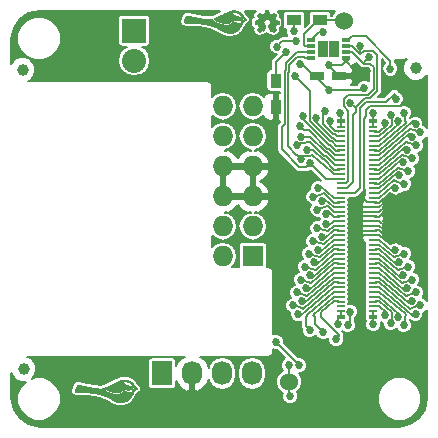
<source format=gbl>
G04 #@! TF.FileFunction,Copper,L2,Bot,Signal*
%FSLAX46Y46*%
G04 Gerber Fmt 4.6, Leading zero omitted, Abs format (unit mm)*
G04 Created by KiCad (PCBNEW 4.0.1-stable) date Tuesday, March 08, 2016 'PMt' 12:04:07 PM*
%MOMM*%
G01*
G04 APERTURE LIST*
%ADD10C,0.100000*%
%ADD11C,0.010000*%
%ADD12C,1.000000*%
%ADD13R,0.660000X0.230000*%
%ADD14R,0.660000X0.350000*%
%ADD15R,1.200000X0.750000*%
%ADD16R,0.750000X0.300000*%
%ADD17R,0.875000X0.725000*%
%ADD18R,1.200000X0.900000*%
%ADD19C,1.524000*%
%ADD20R,1.727200X2.032000*%
%ADD21O,1.727200X2.032000*%
%ADD22R,1.727200X1.727200*%
%ADD23O,1.727200X1.727200*%
%ADD24R,2.032000X2.032000*%
%ADD25O,2.032000X2.032000*%
%ADD26R,0.900000X1.200000*%
%ADD27C,0.685800*%
%ADD28C,0.685801*%
%ADD29C,0.152400*%
%ADD30C,0.254000*%
G04 APERTURE END LIST*
D10*
D11*
G36*
X139952110Y-121603476D02*
X139930393Y-121603821D01*
X139911445Y-121604540D01*
X139894235Y-121605719D01*
X139877730Y-121607441D01*
X139860899Y-121609790D01*
X139842708Y-121612850D01*
X139827648Y-121615645D01*
X139787289Y-121624396D01*
X139745394Y-121635414D01*
X139703941Y-121648125D01*
X139664907Y-121661957D01*
X139657105Y-121664990D01*
X139627497Y-121676780D01*
X139598440Y-121688531D01*
X139569668Y-121700368D01*
X139540917Y-121712414D01*
X139511919Y-121724793D01*
X139482409Y-121737628D01*
X139452121Y-121751043D01*
X139420790Y-121765162D01*
X139388149Y-121780109D01*
X139353933Y-121796008D01*
X139317876Y-121812981D01*
X139279712Y-121831153D01*
X139239176Y-121850648D01*
X139196001Y-121871589D01*
X139149922Y-121894100D01*
X139100673Y-121918305D01*
X139047987Y-121944327D01*
X138991601Y-121972290D01*
X138931246Y-122002318D01*
X138915667Y-122010083D01*
X138863659Y-122035963D01*
X138815600Y-122059774D01*
X138771145Y-122081675D01*
X138729950Y-122101825D01*
X138691669Y-122120383D01*
X138655957Y-122137509D01*
X138622469Y-122153361D01*
X138590860Y-122168099D01*
X138560786Y-122181882D01*
X138531901Y-122194869D01*
X138503860Y-122207221D01*
X138476318Y-122219095D01*
X138448931Y-122230651D01*
X138421352Y-122242048D01*
X138393239Y-122253446D01*
X138364244Y-122265004D01*
X138358216Y-122267386D01*
X138340759Y-122274341D01*
X138324798Y-122280833D01*
X138310879Y-122286627D01*
X138299550Y-122291492D01*
X138291355Y-122295195D01*
X138286842Y-122297503D01*
X138286131Y-122298075D01*
X138287437Y-122300832D01*
X138291820Y-122306251D01*
X138298730Y-122313795D01*
X138307615Y-122322924D01*
X138317925Y-122333099D01*
X138329110Y-122343782D01*
X138340620Y-122354433D01*
X138351904Y-122364515D01*
X138362412Y-122373487D01*
X138366796Y-122377062D01*
X138417789Y-122415188D01*
X138473145Y-122451379D01*
X138532775Y-122485598D01*
X138596594Y-122517810D01*
X138664513Y-122547978D01*
X138736445Y-122576066D01*
X138812304Y-122602040D01*
X138892002Y-122625862D01*
X138975451Y-122647496D01*
X139062565Y-122666907D01*
X139076533Y-122669744D01*
X139136331Y-122680927D01*
X139192312Y-122689711D01*
X139244846Y-122696122D01*
X139294302Y-122700187D01*
X139341050Y-122701931D01*
X139385458Y-122701382D01*
X139427897Y-122698567D01*
X139447625Y-122696425D01*
X139492521Y-122689163D01*
X139533907Y-122678835D01*
X139571726Y-122665475D01*
X139605921Y-122649116D01*
X139636435Y-122629792D01*
X139663212Y-122607535D01*
X139686195Y-122582379D01*
X139705327Y-122554357D01*
X139712480Y-122541186D01*
X139721131Y-122522070D01*
X139728130Y-122501992D01*
X139733742Y-122479947D01*
X139738230Y-122454928D01*
X139741222Y-122431810D01*
X139742983Y-122416104D01*
X139790153Y-122411992D01*
X139804896Y-122410714D01*
X139818084Y-122409583D01*
X139828921Y-122408667D01*
X139836612Y-122408033D01*
X139840361Y-122407747D01*
X139840490Y-122407741D01*
X139842531Y-122406313D01*
X139842227Y-122405286D01*
X139843472Y-122404251D01*
X139848086Y-122403987D01*
X139854679Y-122404379D01*
X139861863Y-122405312D01*
X139868249Y-122406672D01*
X139871190Y-122407675D01*
X139874967Y-122408715D01*
X139882720Y-122410402D01*
X139893655Y-122412577D01*
X139906978Y-122415085D01*
X139921893Y-122417768D01*
X139925619Y-122418420D01*
X139981495Y-122427682D01*
X140034580Y-122435481D01*
X140086618Y-122442048D01*
X140139348Y-122447618D01*
X140155429Y-122449116D01*
X140170809Y-122450209D01*
X140189464Y-122451055D01*
X140210467Y-122451653D01*
X140232891Y-122452003D01*
X140255808Y-122452105D01*
X140278294Y-122451958D01*
X140299419Y-122451562D01*
X140318259Y-122450917D01*
X140333886Y-122450022D01*
X140342905Y-122449190D01*
X140392844Y-122442570D01*
X140441432Y-122434418D01*
X140489954Y-122424468D01*
X140539696Y-122412450D01*
X140591945Y-122398096D01*
X140602555Y-122394996D01*
X140618052Y-122390341D01*
X140629471Y-122386674D01*
X140637414Y-122383756D01*
X140642486Y-122381346D01*
X140645286Y-122379204D01*
X140646278Y-122377578D01*
X140646934Y-122374072D01*
X140648011Y-122366328D01*
X140649443Y-122354920D01*
X140651159Y-122340422D01*
X140653094Y-122323409D01*
X140655177Y-122304456D01*
X140657296Y-122284582D01*
X140659759Y-122260806D01*
X140661684Y-122241429D01*
X140663099Y-122226043D01*
X140664032Y-122214244D01*
X140664511Y-122205623D01*
X140664564Y-122199776D01*
X140664217Y-122196294D01*
X140663500Y-122194773D01*
X140663435Y-122194728D01*
X140659181Y-122193159D01*
X140652429Y-122191623D01*
X140650395Y-122191280D01*
X140642683Y-122189889D01*
X140630991Y-122187518D01*
X140616039Y-122184332D01*
X140598549Y-122180495D01*
X140579240Y-122176171D01*
X140558835Y-122171523D01*
X140538054Y-122166716D01*
X140517617Y-122161914D01*
X140498246Y-122157280D01*
X140480661Y-122152979D01*
X140467486Y-122149664D01*
X140397112Y-122130903D01*
X140331290Y-122111815D01*
X140269740Y-122092305D01*
X140212181Y-122072280D01*
X140158334Y-122051646D01*
X140107918Y-122030309D01*
X140099790Y-122026661D01*
X140051328Y-122003036D01*
X140001977Y-121975787D01*
X139952917Y-121945663D01*
X139905327Y-121913417D01*
X139860384Y-121879797D01*
X139830067Y-121854939D01*
X139817955Y-121844405D01*
X139805384Y-121833151D01*
X139792845Y-121821653D01*
X139780830Y-121810384D01*
X139769829Y-121799818D01*
X139760335Y-121790429D01*
X139752839Y-121782691D01*
X139747832Y-121777077D01*
X139745806Y-121774062D01*
X139745849Y-121773738D01*
X139749390Y-121771991D01*
X139756909Y-121769332D01*
X139767679Y-121765973D01*
X139780975Y-121762129D01*
X139796069Y-121758015D01*
X139812235Y-121753845D01*
X139819181Y-121752125D01*
X139867115Y-121742245D01*
X139915253Y-121736066D01*
X139964063Y-121733600D01*
X140014013Y-121734860D01*
X140065573Y-121739857D01*
X140119210Y-121748605D01*
X140175395Y-121761115D01*
X140176731Y-121761449D01*
X140233850Y-121777728D01*
X140288616Y-121797221D01*
X140340827Y-121819771D01*
X140390278Y-121845220D01*
X140436768Y-121873411D01*
X140480093Y-121904186D01*
X140520050Y-121937388D01*
X140556438Y-121972858D01*
X140589052Y-122010440D01*
X140617689Y-122049977D01*
X140642148Y-122091309D01*
X140662225Y-122134281D01*
X140664627Y-122140296D01*
X140672196Y-122159648D01*
X140773646Y-122256202D01*
X140792169Y-122273846D01*
X140809620Y-122290497D01*
X140825689Y-122305857D01*
X140840064Y-122319627D01*
X140852434Y-122331508D01*
X140862488Y-122341202D01*
X140869915Y-122348409D01*
X140874404Y-122352832D01*
X140875676Y-122354174D01*
X140873649Y-122355404D01*
X140867613Y-122358401D01*
X140857984Y-122362971D01*
X140845176Y-122368924D01*
X140829605Y-122376069D01*
X140811686Y-122384213D01*
X140791836Y-122393165D01*
X140770469Y-122402735D01*
X140765360Y-122405013D01*
X140654464Y-122454436D01*
X140642917Y-122495728D01*
X140637359Y-122514900D01*
X140630610Y-122537059D01*
X140623088Y-122560919D01*
X140615209Y-122585195D01*
X140607389Y-122608602D01*
X140600047Y-122629855D01*
X140593878Y-122646919D01*
X140590142Y-122656304D01*
X140587043Y-122662115D01*
X140583850Y-122665417D01*
X140579945Y-122667241D01*
X140574938Y-122668040D01*
X140565804Y-122668683D01*
X140553250Y-122669172D01*
X140537986Y-122669507D01*
X140520720Y-122669690D01*
X140502158Y-122669724D01*
X140483011Y-122669608D01*
X140463986Y-122669345D01*
X140445791Y-122668937D01*
X140429134Y-122668384D01*
X140414724Y-122667689D01*
X140403381Y-122666863D01*
X140291649Y-122654774D01*
X140223162Y-122645603D01*
X140193868Y-122641189D01*
X140168621Y-122636868D01*
X140146640Y-122632428D01*
X140127143Y-122627653D01*
X140109349Y-122622331D01*
X140092477Y-122616246D01*
X140075745Y-122609184D01*
X140058372Y-122600933D01*
X140056248Y-122599873D01*
X140017924Y-122578252D01*
X139980341Y-122552307D01*
X139944131Y-122522553D01*
X139909927Y-122489502D01*
X139882637Y-122458880D01*
X139869981Y-122443635D01*
X139869981Y-122451987D01*
X139869288Y-122462188D01*
X139867375Y-122475800D01*
X139864488Y-122491624D01*
X139860873Y-122508462D01*
X139856778Y-122525114D01*
X139852450Y-122540381D01*
X139850595Y-122546173D01*
X139834555Y-122586904D01*
X139814678Y-122624716D01*
X139791022Y-122659558D01*
X139763650Y-122691374D01*
X139732620Y-122720111D01*
X139697994Y-122745717D01*
X139659832Y-122768137D01*
X139618195Y-122787319D01*
X139573143Y-122803209D01*
X139553086Y-122808923D01*
X139517259Y-122817339D01*
X139480385Y-122823721D01*
X139441593Y-122828166D01*
X139400012Y-122830775D01*
X139354772Y-122831646D01*
X139353514Y-122831647D01*
X139318422Y-122831229D01*
X139284337Y-122829929D01*
X139250467Y-122827658D01*
X139216018Y-122824326D01*
X139180197Y-122819845D01*
X139142210Y-122814126D01*
X139101265Y-122807080D01*
X139056567Y-122798618D01*
X139053552Y-122798025D01*
X138968906Y-122779934D01*
X138886963Y-122759615D01*
X138807888Y-122737142D01*
X138731847Y-122712591D01*
X138659005Y-122686036D01*
X138589526Y-122657553D01*
X138523576Y-122627216D01*
X138461320Y-122595101D01*
X138402923Y-122561282D01*
X138348550Y-122525834D01*
X138298367Y-122488833D01*
X138252538Y-122450352D01*
X138220190Y-122419632D01*
X138209125Y-122408214D01*
X138197811Y-122396029D01*
X138187362Y-122384311D01*
X138178896Y-122374294D01*
X138176648Y-122371469D01*
X138169727Y-122362594D01*
X138163592Y-122354754D01*
X138159057Y-122348989D01*
X138157295Y-122346775D01*
X138155413Y-122344749D01*
X138153130Y-122343686D01*
X138149423Y-122343591D01*
X138143273Y-122344470D01*
X138133655Y-122346329D01*
X138130686Y-122346929D01*
X138059527Y-122358886D01*
X137987931Y-122366051D01*
X137915776Y-122368432D01*
X137842943Y-122366035D01*
X137831933Y-122365262D01*
X137774120Y-122360415D01*
X137711841Y-122354221D01*
X137645270Y-122346710D01*
X137574580Y-122337912D01*
X137499944Y-122327858D01*
X137421536Y-122316576D01*
X137339527Y-122304097D01*
X137254092Y-122290450D01*
X137165402Y-122275667D01*
X137073632Y-122259776D01*
X136978955Y-122242808D01*
X136881542Y-122224792D01*
X136781568Y-122205758D01*
X136679205Y-122185737D01*
X136574627Y-122164759D01*
X136468005Y-122142852D01*
X136359515Y-122120048D01*
X136249328Y-122096376D01*
X136144648Y-122073423D01*
X136114138Y-122066666D01*
X136087931Y-122060983D01*
X136065594Y-122056466D01*
X136046693Y-122053208D01*
X136030792Y-122051300D01*
X136017459Y-122050835D01*
X136006260Y-122051905D01*
X135996760Y-122054603D01*
X135988525Y-122059020D01*
X135981121Y-122065249D01*
X135974114Y-122073382D01*
X135967071Y-122083511D01*
X135959557Y-122095729D01*
X135951138Y-122110128D01*
X135948203Y-122115174D01*
X135922648Y-122160278D01*
X135898694Y-122205021D01*
X135876614Y-122248833D01*
X135856677Y-122291142D01*
X135839156Y-122331379D01*
X135824320Y-122368973D01*
X135814813Y-122396018D01*
X135804211Y-122431958D01*
X135796863Y-122465498D01*
X135792749Y-122496481D01*
X135791850Y-122524750D01*
X135794147Y-122550150D01*
X135799622Y-122572523D01*
X135808256Y-122591713D01*
X135820031Y-122607563D01*
X135834926Y-122619917D01*
X135842143Y-122624043D01*
X135849092Y-122627306D01*
X135856669Y-122630302D01*
X135865121Y-122633051D01*
X135874693Y-122635572D01*
X135885628Y-122637884D01*
X135898174Y-122640007D01*
X135912573Y-122641960D01*
X135929073Y-122643761D01*
X135947916Y-122645431D01*
X135969350Y-122646989D01*
X135993617Y-122648454D01*
X136020965Y-122649845D01*
X136051637Y-122651181D01*
X136085879Y-122652483D01*
X136123935Y-122653769D01*
X136166051Y-122655058D01*
X136212471Y-122656370D01*
X136263442Y-122657724D01*
X136272857Y-122657967D01*
X136356567Y-122660256D01*
X136435821Y-122662711D01*
X136511001Y-122665352D01*
X136582487Y-122668202D01*
X136650660Y-122671281D01*
X136715901Y-122674609D01*
X136778589Y-122678209D01*
X136839107Y-122682101D01*
X136897835Y-122686306D01*
X136955153Y-122690846D01*
X137011442Y-122695740D01*
X137067083Y-122701011D01*
X137085657Y-122702866D01*
X137173908Y-122712350D01*
X137259256Y-122722702D01*
X137342213Y-122734038D01*
X137423293Y-122746474D01*
X137503009Y-122760127D01*
X137581875Y-122775112D01*
X137660402Y-122791546D01*
X137739106Y-122809545D01*
X137818498Y-122829225D01*
X137899092Y-122850703D01*
X137981401Y-122874095D01*
X138065938Y-122899516D01*
X138153217Y-122927083D01*
X138243751Y-122956912D01*
X138315743Y-122981406D01*
X138349933Y-122993412D01*
X138382526Y-123005361D01*
X138413982Y-123017474D01*
X138444759Y-123029971D01*
X138475317Y-123043070D01*
X138506114Y-123056991D01*
X138537610Y-123071955D01*
X138570264Y-123088180D01*
X138604534Y-123105887D01*
X138640880Y-123125295D01*
X138679761Y-123146623D01*
X138721635Y-123170092D01*
X138766962Y-123195920D01*
X138781410Y-123204224D01*
X138821607Y-123227353D01*
X138857930Y-123248218D01*
X138890685Y-123266989D01*
X138920180Y-123283834D01*
X138946721Y-123298923D01*
X138970614Y-123312425D01*
X138992168Y-123324510D01*
X139011689Y-123335347D01*
X139029484Y-123345105D01*
X139045860Y-123353953D01*
X139061124Y-123362061D01*
X139075583Y-123369598D01*
X139089543Y-123376734D01*
X139103313Y-123383637D01*
X139117198Y-123390478D01*
X139131506Y-123397425D01*
X139132761Y-123398031D01*
X139179005Y-123419588D01*
X139222629Y-123438276D01*
X139264572Y-123454365D01*
X139305777Y-123468123D01*
X139347182Y-123479819D01*
X139389730Y-123489722D01*
X139434361Y-123498101D01*
X139482015Y-123505226D01*
X139526476Y-123510592D01*
X139554581Y-123513170D01*
X139586087Y-123515200D01*
X139619583Y-123516643D01*
X139653660Y-123517463D01*
X139686906Y-123517622D01*
X139717912Y-123517082D01*
X139738143Y-123516234D01*
X139792689Y-123511679D01*
X139847859Y-123504053D01*
X139902838Y-123493561D01*
X139956811Y-123480409D01*
X140008964Y-123464801D01*
X140058482Y-123446941D01*
X140104549Y-123427036D01*
X140116966Y-123421000D01*
X140172495Y-123390655D01*
X140226819Y-123355709D01*
X140279841Y-123316270D01*
X140331466Y-123272446D01*
X140381598Y-123224345D01*
X140430141Y-123172076D01*
X140476999Y-123115746D01*
X140522076Y-123055465D01*
X140565277Y-122991339D01*
X140606505Y-122923477D01*
X140645665Y-122851987D01*
X140676585Y-122789852D01*
X140689160Y-122762482D01*
X140701243Y-122734118D01*
X140713182Y-122703873D01*
X140725324Y-122670861D01*
X140738016Y-122634197D01*
X140740995Y-122625315D01*
X140746254Y-122609237D01*
X140751811Y-122591690D01*
X140757423Y-122573490D01*
X140762851Y-122555456D01*
X140767851Y-122538405D01*
X140772182Y-122523156D01*
X140775603Y-122510525D01*
X140777871Y-122501330D01*
X140778427Y-122498669D01*
X140779914Y-122490741D01*
X140920221Y-122434122D01*
X140944893Y-122424148D01*
X140968212Y-122414687D01*
X140989795Y-122405897D01*
X141009259Y-122397934D01*
X141026219Y-122390958D01*
X141040293Y-122385125D01*
X141051096Y-122380595D01*
X141058246Y-122377524D01*
X141061359Y-122376070D01*
X141061461Y-122375993D01*
X141059856Y-122374176D01*
X141054918Y-122369406D01*
X141046929Y-122361941D01*
X141036175Y-122352039D01*
X141022939Y-122339960D01*
X141007506Y-122325962D01*
X140990159Y-122310303D01*
X140971184Y-122293243D01*
X140950863Y-122275039D01*
X140933461Y-122259499D01*
X140908764Y-122237467D01*
X140887429Y-122218409D01*
X140869202Y-122202080D01*
X140853830Y-122188239D01*
X140841060Y-122176642D01*
X140830639Y-122167046D01*
X140822314Y-122159209D01*
X140815831Y-122152887D01*
X140810938Y-122147839D01*
X140807381Y-122143820D01*
X140804908Y-122140588D01*
X140803264Y-122137901D01*
X140802198Y-122135515D01*
X140801455Y-122133187D01*
X140801329Y-122132730D01*
X140796934Y-122118639D01*
X140790693Y-122101530D01*
X140783101Y-122082617D01*
X140774658Y-122063114D01*
X140765859Y-122044235D01*
X140761337Y-122035123D01*
X140739087Y-121995208D01*
X140713559Y-121956722D01*
X140684286Y-121919028D01*
X140650801Y-121881488D01*
X140641788Y-121872125D01*
X140603725Y-121835413D01*
X140564448Y-121802167D01*
X140523130Y-121771793D01*
X140478948Y-121743696D01*
X140431076Y-121717283D01*
X140416686Y-121710002D01*
X140370020Y-121688147D01*
X140323382Y-121669060D01*
X140275929Y-121652485D01*
X140226818Y-121638166D01*
X140175208Y-121625846D01*
X140120255Y-121615269D01*
X140088391Y-121610116D01*
X140074789Y-121608114D01*
X140062907Y-121606560D01*
X140051787Y-121605397D01*
X140040472Y-121604566D01*
X140028005Y-121604011D01*
X140013430Y-121603672D01*
X139995789Y-121603493D01*
X139977629Y-121603423D01*
X139952110Y-121603476D01*
X139952110Y-121603476D01*
G37*
X139952110Y-121603476D02*
X139930393Y-121603821D01*
X139911445Y-121604540D01*
X139894235Y-121605719D01*
X139877730Y-121607441D01*
X139860899Y-121609790D01*
X139842708Y-121612850D01*
X139827648Y-121615645D01*
X139787289Y-121624396D01*
X139745394Y-121635414D01*
X139703941Y-121648125D01*
X139664907Y-121661957D01*
X139657105Y-121664990D01*
X139627497Y-121676780D01*
X139598440Y-121688531D01*
X139569668Y-121700368D01*
X139540917Y-121712414D01*
X139511919Y-121724793D01*
X139482409Y-121737628D01*
X139452121Y-121751043D01*
X139420790Y-121765162D01*
X139388149Y-121780109D01*
X139353933Y-121796008D01*
X139317876Y-121812981D01*
X139279712Y-121831153D01*
X139239176Y-121850648D01*
X139196001Y-121871589D01*
X139149922Y-121894100D01*
X139100673Y-121918305D01*
X139047987Y-121944327D01*
X138991601Y-121972290D01*
X138931246Y-122002318D01*
X138915667Y-122010083D01*
X138863659Y-122035963D01*
X138815600Y-122059774D01*
X138771145Y-122081675D01*
X138729950Y-122101825D01*
X138691669Y-122120383D01*
X138655957Y-122137509D01*
X138622469Y-122153361D01*
X138590860Y-122168099D01*
X138560786Y-122181882D01*
X138531901Y-122194869D01*
X138503860Y-122207221D01*
X138476318Y-122219095D01*
X138448931Y-122230651D01*
X138421352Y-122242048D01*
X138393239Y-122253446D01*
X138364244Y-122265004D01*
X138358216Y-122267386D01*
X138340759Y-122274341D01*
X138324798Y-122280833D01*
X138310879Y-122286627D01*
X138299550Y-122291492D01*
X138291355Y-122295195D01*
X138286842Y-122297503D01*
X138286131Y-122298075D01*
X138287437Y-122300832D01*
X138291820Y-122306251D01*
X138298730Y-122313795D01*
X138307615Y-122322924D01*
X138317925Y-122333099D01*
X138329110Y-122343782D01*
X138340620Y-122354433D01*
X138351904Y-122364515D01*
X138362412Y-122373487D01*
X138366796Y-122377062D01*
X138417789Y-122415188D01*
X138473145Y-122451379D01*
X138532775Y-122485598D01*
X138596594Y-122517810D01*
X138664513Y-122547978D01*
X138736445Y-122576066D01*
X138812304Y-122602040D01*
X138892002Y-122625862D01*
X138975451Y-122647496D01*
X139062565Y-122666907D01*
X139076533Y-122669744D01*
X139136331Y-122680927D01*
X139192312Y-122689711D01*
X139244846Y-122696122D01*
X139294302Y-122700187D01*
X139341050Y-122701931D01*
X139385458Y-122701382D01*
X139427897Y-122698567D01*
X139447625Y-122696425D01*
X139492521Y-122689163D01*
X139533907Y-122678835D01*
X139571726Y-122665475D01*
X139605921Y-122649116D01*
X139636435Y-122629792D01*
X139663212Y-122607535D01*
X139686195Y-122582379D01*
X139705327Y-122554357D01*
X139712480Y-122541186D01*
X139721131Y-122522070D01*
X139728130Y-122501992D01*
X139733742Y-122479947D01*
X139738230Y-122454928D01*
X139741222Y-122431810D01*
X139742983Y-122416104D01*
X139790153Y-122411992D01*
X139804896Y-122410714D01*
X139818084Y-122409583D01*
X139828921Y-122408667D01*
X139836612Y-122408033D01*
X139840361Y-122407747D01*
X139840490Y-122407741D01*
X139842531Y-122406313D01*
X139842227Y-122405286D01*
X139843472Y-122404251D01*
X139848086Y-122403987D01*
X139854679Y-122404379D01*
X139861863Y-122405312D01*
X139868249Y-122406672D01*
X139871190Y-122407675D01*
X139874967Y-122408715D01*
X139882720Y-122410402D01*
X139893655Y-122412577D01*
X139906978Y-122415085D01*
X139921893Y-122417768D01*
X139925619Y-122418420D01*
X139981495Y-122427682D01*
X140034580Y-122435481D01*
X140086618Y-122442048D01*
X140139348Y-122447618D01*
X140155429Y-122449116D01*
X140170809Y-122450209D01*
X140189464Y-122451055D01*
X140210467Y-122451653D01*
X140232891Y-122452003D01*
X140255808Y-122452105D01*
X140278294Y-122451958D01*
X140299419Y-122451562D01*
X140318259Y-122450917D01*
X140333886Y-122450022D01*
X140342905Y-122449190D01*
X140392844Y-122442570D01*
X140441432Y-122434418D01*
X140489954Y-122424468D01*
X140539696Y-122412450D01*
X140591945Y-122398096D01*
X140602555Y-122394996D01*
X140618052Y-122390341D01*
X140629471Y-122386674D01*
X140637414Y-122383756D01*
X140642486Y-122381346D01*
X140645286Y-122379204D01*
X140646278Y-122377578D01*
X140646934Y-122374072D01*
X140648011Y-122366328D01*
X140649443Y-122354920D01*
X140651159Y-122340422D01*
X140653094Y-122323409D01*
X140655177Y-122304456D01*
X140657296Y-122284582D01*
X140659759Y-122260806D01*
X140661684Y-122241429D01*
X140663099Y-122226043D01*
X140664032Y-122214244D01*
X140664511Y-122205623D01*
X140664564Y-122199776D01*
X140664217Y-122196294D01*
X140663500Y-122194773D01*
X140663435Y-122194728D01*
X140659181Y-122193159D01*
X140652429Y-122191623D01*
X140650395Y-122191280D01*
X140642683Y-122189889D01*
X140630991Y-122187518D01*
X140616039Y-122184332D01*
X140598549Y-122180495D01*
X140579240Y-122176171D01*
X140558835Y-122171523D01*
X140538054Y-122166716D01*
X140517617Y-122161914D01*
X140498246Y-122157280D01*
X140480661Y-122152979D01*
X140467486Y-122149664D01*
X140397112Y-122130903D01*
X140331290Y-122111815D01*
X140269740Y-122092305D01*
X140212181Y-122072280D01*
X140158334Y-122051646D01*
X140107918Y-122030309D01*
X140099790Y-122026661D01*
X140051328Y-122003036D01*
X140001977Y-121975787D01*
X139952917Y-121945663D01*
X139905327Y-121913417D01*
X139860384Y-121879797D01*
X139830067Y-121854939D01*
X139817955Y-121844405D01*
X139805384Y-121833151D01*
X139792845Y-121821653D01*
X139780830Y-121810384D01*
X139769829Y-121799818D01*
X139760335Y-121790429D01*
X139752839Y-121782691D01*
X139747832Y-121777077D01*
X139745806Y-121774062D01*
X139745849Y-121773738D01*
X139749390Y-121771991D01*
X139756909Y-121769332D01*
X139767679Y-121765973D01*
X139780975Y-121762129D01*
X139796069Y-121758015D01*
X139812235Y-121753845D01*
X139819181Y-121752125D01*
X139867115Y-121742245D01*
X139915253Y-121736066D01*
X139964063Y-121733600D01*
X140014013Y-121734860D01*
X140065573Y-121739857D01*
X140119210Y-121748605D01*
X140175395Y-121761115D01*
X140176731Y-121761449D01*
X140233850Y-121777728D01*
X140288616Y-121797221D01*
X140340827Y-121819771D01*
X140390278Y-121845220D01*
X140436768Y-121873411D01*
X140480093Y-121904186D01*
X140520050Y-121937388D01*
X140556438Y-121972858D01*
X140589052Y-122010440D01*
X140617689Y-122049977D01*
X140642148Y-122091309D01*
X140662225Y-122134281D01*
X140664627Y-122140296D01*
X140672196Y-122159648D01*
X140773646Y-122256202D01*
X140792169Y-122273846D01*
X140809620Y-122290497D01*
X140825689Y-122305857D01*
X140840064Y-122319627D01*
X140852434Y-122331508D01*
X140862488Y-122341202D01*
X140869915Y-122348409D01*
X140874404Y-122352832D01*
X140875676Y-122354174D01*
X140873649Y-122355404D01*
X140867613Y-122358401D01*
X140857984Y-122362971D01*
X140845176Y-122368924D01*
X140829605Y-122376069D01*
X140811686Y-122384213D01*
X140791836Y-122393165D01*
X140770469Y-122402735D01*
X140765360Y-122405013D01*
X140654464Y-122454436D01*
X140642917Y-122495728D01*
X140637359Y-122514900D01*
X140630610Y-122537059D01*
X140623088Y-122560919D01*
X140615209Y-122585195D01*
X140607389Y-122608602D01*
X140600047Y-122629855D01*
X140593878Y-122646919D01*
X140590142Y-122656304D01*
X140587043Y-122662115D01*
X140583850Y-122665417D01*
X140579945Y-122667241D01*
X140574938Y-122668040D01*
X140565804Y-122668683D01*
X140553250Y-122669172D01*
X140537986Y-122669507D01*
X140520720Y-122669690D01*
X140502158Y-122669724D01*
X140483011Y-122669608D01*
X140463986Y-122669345D01*
X140445791Y-122668937D01*
X140429134Y-122668384D01*
X140414724Y-122667689D01*
X140403381Y-122666863D01*
X140291649Y-122654774D01*
X140223162Y-122645603D01*
X140193868Y-122641189D01*
X140168621Y-122636868D01*
X140146640Y-122632428D01*
X140127143Y-122627653D01*
X140109349Y-122622331D01*
X140092477Y-122616246D01*
X140075745Y-122609184D01*
X140058372Y-122600933D01*
X140056248Y-122599873D01*
X140017924Y-122578252D01*
X139980341Y-122552307D01*
X139944131Y-122522553D01*
X139909927Y-122489502D01*
X139882637Y-122458880D01*
X139869981Y-122443635D01*
X139869981Y-122451987D01*
X139869288Y-122462188D01*
X139867375Y-122475800D01*
X139864488Y-122491624D01*
X139860873Y-122508462D01*
X139856778Y-122525114D01*
X139852450Y-122540381D01*
X139850595Y-122546173D01*
X139834555Y-122586904D01*
X139814678Y-122624716D01*
X139791022Y-122659558D01*
X139763650Y-122691374D01*
X139732620Y-122720111D01*
X139697994Y-122745717D01*
X139659832Y-122768137D01*
X139618195Y-122787319D01*
X139573143Y-122803209D01*
X139553086Y-122808923D01*
X139517259Y-122817339D01*
X139480385Y-122823721D01*
X139441593Y-122828166D01*
X139400012Y-122830775D01*
X139354772Y-122831646D01*
X139353514Y-122831647D01*
X139318422Y-122831229D01*
X139284337Y-122829929D01*
X139250467Y-122827658D01*
X139216018Y-122824326D01*
X139180197Y-122819845D01*
X139142210Y-122814126D01*
X139101265Y-122807080D01*
X139056567Y-122798618D01*
X139053552Y-122798025D01*
X138968906Y-122779934D01*
X138886963Y-122759615D01*
X138807888Y-122737142D01*
X138731847Y-122712591D01*
X138659005Y-122686036D01*
X138589526Y-122657553D01*
X138523576Y-122627216D01*
X138461320Y-122595101D01*
X138402923Y-122561282D01*
X138348550Y-122525834D01*
X138298367Y-122488833D01*
X138252538Y-122450352D01*
X138220190Y-122419632D01*
X138209125Y-122408214D01*
X138197811Y-122396029D01*
X138187362Y-122384311D01*
X138178896Y-122374294D01*
X138176648Y-122371469D01*
X138169727Y-122362594D01*
X138163592Y-122354754D01*
X138159057Y-122348989D01*
X138157295Y-122346775D01*
X138155413Y-122344749D01*
X138153130Y-122343686D01*
X138149423Y-122343591D01*
X138143273Y-122344470D01*
X138133655Y-122346329D01*
X138130686Y-122346929D01*
X138059527Y-122358886D01*
X137987931Y-122366051D01*
X137915776Y-122368432D01*
X137842943Y-122366035D01*
X137831933Y-122365262D01*
X137774120Y-122360415D01*
X137711841Y-122354221D01*
X137645270Y-122346710D01*
X137574580Y-122337912D01*
X137499944Y-122327858D01*
X137421536Y-122316576D01*
X137339527Y-122304097D01*
X137254092Y-122290450D01*
X137165402Y-122275667D01*
X137073632Y-122259776D01*
X136978955Y-122242808D01*
X136881542Y-122224792D01*
X136781568Y-122205758D01*
X136679205Y-122185737D01*
X136574627Y-122164759D01*
X136468005Y-122142852D01*
X136359515Y-122120048D01*
X136249328Y-122096376D01*
X136144648Y-122073423D01*
X136114138Y-122066666D01*
X136087931Y-122060983D01*
X136065594Y-122056466D01*
X136046693Y-122053208D01*
X136030792Y-122051300D01*
X136017459Y-122050835D01*
X136006260Y-122051905D01*
X135996760Y-122054603D01*
X135988525Y-122059020D01*
X135981121Y-122065249D01*
X135974114Y-122073382D01*
X135967071Y-122083511D01*
X135959557Y-122095729D01*
X135951138Y-122110128D01*
X135948203Y-122115174D01*
X135922648Y-122160278D01*
X135898694Y-122205021D01*
X135876614Y-122248833D01*
X135856677Y-122291142D01*
X135839156Y-122331379D01*
X135824320Y-122368973D01*
X135814813Y-122396018D01*
X135804211Y-122431958D01*
X135796863Y-122465498D01*
X135792749Y-122496481D01*
X135791850Y-122524750D01*
X135794147Y-122550150D01*
X135799622Y-122572523D01*
X135808256Y-122591713D01*
X135820031Y-122607563D01*
X135834926Y-122619917D01*
X135842143Y-122624043D01*
X135849092Y-122627306D01*
X135856669Y-122630302D01*
X135865121Y-122633051D01*
X135874693Y-122635572D01*
X135885628Y-122637884D01*
X135898174Y-122640007D01*
X135912573Y-122641960D01*
X135929073Y-122643761D01*
X135947916Y-122645431D01*
X135969350Y-122646989D01*
X135993617Y-122648454D01*
X136020965Y-122649845D01*
X136051637Y-122651181D01*
X136085879Y-122652483D01*
X136123935Y-122653769D01*
X136166051Y-122655058D01*
X136212471Y-122656370D01*
X136263442Y-122657724D01*
X136272857Y-122657967D01*
X136356567Y-122660256D01*
X136435821Y-122662711D01*
X136511001Y-122665352D01*
X136582487Y-122668202D01*
X136650660Y-122671281D01*
X136715901Y-122674609D01*
X136778589Y-122678209D01*
X136839107Y-122682101D01*
X136897835Y-122686306D01*
X136955153Y-122690846D01*
X137011442Y-122695740D01*
X137067083Y-122701011D01*
X137085657Y-122702866D01*
X137173908Y-122712350D01*
X137259256Y-122722702D01*
X137342213Y-122734038D01*
X137423293Y-122746474D01*
X137503009Y-122760127D01*
X137581875Y-122775112D01*
X137660402Y-122791546D01*
X137739106Y-122809545D01*
X137818498Y-122829225D01*
X137899092Y-122850703D01*
X137981401Y-122874095D01*
X138065938Y-122899516D01*
X138153217Y-122927083D01*
X138243751Y-122956912D01*
X138315743Y-122981406D01*
X138349933Y-122993412D01*
X138382526Y-123005361D01*
X138413982Y-123017474D01*
X138444759Y-123029971D01*
X138475317Y-123043070D01*
X138506114Y-123056991D01*
X138537610Y-123071955D01*
X138570264Y-123088180D01*
X138604534Y-123105887D01*
X138640880Y-123125295D01*
X138679761Y-123146623D01*
X138721635Y-123170092D01*
X138766962Y-123195920D01*
X138781410Y-123204224D01*
X138821607Y-123227353D01*
X138857930Y-123248218D01*
X138890685Y-123266989D01*
X138920180Y-123283834D01*
X138946721Y-123298923D01*
X138970614Y-123312425D01*
X138992168Y-123324510D01*
X139011689Y-123335347D01*
X139029484Y-123345105D01*
X139045860Y-123353953D01*
X139061124Y-123362061D01*
X139075583Y-123369598D01*
X139089543Y-123376734D01*
X139103313Y-123383637D01*
X139117198Y-123390478D01*
X139131506Y-123397425D01*
X139132761Y-123398031D01*
X139179005Y-123419588D01*
X139222629Y-123438276D01*
X139264572Y-123454365D01*
X139305777Y-123468123D01*
X139347182Y-123479819D01*
X139389730Y-123489722D01*
X139434361Y-123498101D01*
X139482015Y-123505226D01*
X139526476Y-123510592D01*
X139554581Y-123513170D01*
X139586087Y-123515200D01*
X139619583Y-123516643D01*
X139653660Y-123517463D01*
X139686906Y-123517622D01*
X139717912Y-123517082D01*
X139738143Y-123516234D01*
X139792689Y-123511679D01*
X139847859Y-123504053D01*
X139902838Y-123493561D01*
X139956811Y-123480409D01*
X140008964Y-123464801D01*
X140058482Y-123446941D01*
X140104549Y-123427036D01*
X140116966Y-123421000D01*
X140172495Y-123390655D01*
X140226819Y-123355709D01*
X140279841Y-123316270D01*
X140331466Y-123272446D01*
X140381598Y-123224345D01*
X140430141Y-123172076D01*
X140476999Y-123115746D01*
X140522076Y-123055465D01*
X140565277Y-122991339D01*
X140606505Y-122923477D01*
X140645665Y-122851987D01*
X140676585Y-122789852D01*
X140689160Y-122762482D01*
X140701243Y-122734118D01*
X140713182Y-122703873D01*
X140725324Y-122670861D01*
X140738016Y-122634197D01*
X140740995Y-122625315D01*
X140746254Y-122609237D01*
X140751811Y-122591690D01*
X140757423Y-122573490D01*
X140762851Y-122555456D01*
X140767851Y-122538405D01*
X140772182Y-122523156D01*
X140775603Y-122510525D01*
X140777871Y-122501330D01*
X140778427Y-122498669D01*
X140779914Y-122490741D01*
X140920221Y-122434122D01*
X140944893Y-122424148D01*
X140968212Y-122414687D01*
X140989795Y-122405897D01*
X141009259Y-122397934D01*
X141026219Y-122390958D01*
X141040293Y-122385125D01*
X141051096Y-122380595D01*
X141058246Y-122377524D01*
X141061359Y-122376070D01*
X141061461Y-122375993D01*
X141059856Y-122374176D01*
X141054918Y-122369406D01*
X141046929Y-122361941D01*
X141036175Y-122352039D01*
X141022939Y-122339960D01*
X141007506Y-122325962D01*
X140990159Y-122310303D01*
X140971184Y-122293243D01*
X140950863Y-122275039D01*
X140933461Y-122259499D01*
X140908764Y-122237467D01*
X140887429Y-122218409D01*
X140869202Y-122202080D01*
X140853830Y-122188239D01*
X140841060Y-122176642D01*
X140830639Y-122167046D01*
X140822314Y-122159209D01*
X140815831Y-122152887D01*
X140810938Y-122147839D01*
X140807381Y-122143820D01*
X140804908Y-122140588D01*
X140803264Y-122137901D01*
X140802198Y-122135515D01*
X140801455Y-122133187D01*
X140801329Y-122132730D01*
X140796934Y-122118639D01*
X140790693Y-122101530D01*
X140783101Y-122082617D01*
X140774658Y-122063114D01*
X140765859Y-122044235D01*
X140761337Y-122035123D01*
X140739087Y-121995208D01*
X140713559Y-121956722D01*
X140684286Y-121919028D01*
X140650801Y-121881488D01*
X140641788Y-121872125D01*
X140603725Y-121835413D01*
X140564448Y-121802167D01*
X140523130Y-121771793D01*
X140478948Y-121743696D01*
X140431076Y-121717283D01*
X140416686Y-121710002D01*
X140370020Y-121688147D01*
X140323382Y-121669060D01*
X140275929Y-121652485D01*
X140226818Y-121638166D01*
X140175208Y-121625846D01*
X140120255Y-121615269D01*
X140088391Y-121610116D01*
X140074789Y-121608114D01*
X140062907Y-121606560D01*
X140051787Y-121605397D01*
X140040472Y-121604566D01*
X140028005Y-121604011D01*
X140013430Y-121603672D01*
X139995789Y-121603493D01*
X139977629Y-121603423D01*
X139952110Y-121603476D01*
G36*
X151999044Y-90354664D02*
X151980456Y-90354670D01*
X151964089Y-90354683D01*
X151949797Y-90354706D01*
X151937431Y-90354741D01*
X151926847Y-90354791D01*
X151917896Y-90354858D01*
X151910432Y-90354945D01*
X151904308Y-90355055D01*
X151899376Y-90355190D01*
X151895491Y-90355353D01*
X151892506Y-90355546D01*
X151890273Y-90355772D01*
X151888645Y-90356034D01*
X151887477Y-90356334D01*
X151886620Y-90356675D01*
X151885984Y-90357024D01*
X151882891Y-90359685D01*
X151880741Y-90362869D01*
X151880691Y-90362992D01*
X151880266Y-90364716D01*
X151879419Y-90368741D01*
X151878183Y-90374893D01*
X151876592Y-90383000D01*
X151874678Y-90392889D01*
X151872474Y-90404386D01*
X151870014Y-90417320D01*
X151867330Y-90431517D01*
X151864456Y-90446805D01*
X151861425Y-90463010D01*
X151858269Y-90479959D01*
X151856556Y-90489198D01*
X151853339Y-90506551D01*
X151850232Y-90523307D01*
X151847267Y-90539287D01*
X151844477Y-90554313D01*
X151841895Y-90568206D01*
X151839555Y-90580786D01*
X151837491Y-90591877D01*
X151835734Y-90601298D01*
X151834319Y-90608872D01*
X151833278Y-90614419D01*
X151832646Y-90617761D01*
X151832493Y-90618548D01*
X151832057Y-90620796D01*
X151831607Y-90622786D01*
X151830992Y-90624600D01*
X151830060Y-90626316D01*
X151828661Y-90628014D01*
X151826642Y-90629773D01*
X151823854Y-90631675D01*
X151820144Y-90633797D01*
X151815361Y-90636220D01*
X151809355Y-90639023D01*
X151801973Y-90642287D01*
X151793064Y-90646090D01*
X151782478Y-90650513D01*
X151770063Y-90655634D01*
X151755668Y-90661534D01*
X151739142Y-90668293D01*
X151734186Y-90670320D01*
X151716962Y-90677370D01*
X151701906Y-90683530D01*
X151688853Y-90688846D01*
X151677636Y-90693364D01*
X151668092Y-90697129D01*
X151660053Y-90700189D01*
X151653354Y-90702589D01*
X151647829Y-90704374D01*
X151643314Y-90705592D01*
X151639641Y-90706288D01*
X151636646Y-90706509D01*
X151634163Y-90706300D01*
X151632026Y-90705707D01*
X151630070Y-90704777D01*
X151628128Y-90703555D01*
X151626036Y-90702088D01*
X151624305Y-90700880D01*
X151622052Y-90699338D01*
X151617883Y-90696480D01*
X151611953Y-90692414D01*
X151604419Y-90687248D01*
X151595438Y-90681088D01*
X151585167Y-90674043D01*
X151573761Y-90666219D01*
X151561378Y-90657724D01*
X151548174Y-90648665D01*
X151534306Y-90639150D01*
X151519930Y-90629286D01*
X151514316Y-90625434D01*
X151497516Y-90613910D01*
X151482661Y-90603729D01*
X151469622Y-90594808D01*
X151458273Y-90587065D01*
X151448486Y-90580417D01*
X151440134Y-90574781D01*
X151433090Y-90570073D01*
X151427227Y-90566212D01*
X151422417Y-90563115D01*
X151418533Y-90560697D01*
X151415448Y-90558877D01*
X151413034Y-90557572D01*
X151411165Y-90556699D01*
X151409713Y-90556175D01*
X151408551Y-90555917D01*
X151407552Y-90555842D01*
X151401994Y-90555842D01*
X151308621Y-90649215D01*
X151293709Y-90664128D01*
X151280476Y-90677369D01*
X151268821Y-90689043D01*
X151258644Y-90699257D01*
X151249845Y-90708115D01*
X151242324Y-90715723D01*
X151235980Y-90722186D01*
X151230713Y-90727612D01*
X151226424Y-90732104D01*
X151223011Y-90735769D01*
X151220375Y-90738712D01*
X151218416Y-90741038D01*
X151217032Y-90742854D01*
X151216125Y-90744265D01*
X151215594Y-90745377D01*
X151215338Y-90746295D01*
X151215258Y-90747125D01*
X151215252Y-90747609D01*
X151215875Y-90752011D01*
X151217392Y-90756109D01*
X151217613Y-90756493D01*
X151218657Y-90758077D01*
X151221021Y-90761581D01*
X151224601Y-90766855D01*
X151229293Y-90773746D01*
X151234994Y-90782102D01*
X151241599Y-90791771D01*
X151249006Y-90802602D01*
X151257110Y-90814442D01*
X151265807Y-90827140D01*
X151274994Y-90840543D01*
X151284567Y-90854500D01*
X151285910Y-90856458D01*
X151295620Y-90870610D01*
X151305026Y-90884320D01*
X151314017Y-90897425D01*
X151322481Y-90909765D01*
X151330308Y-90921177D01*
X151337387Y-90931499D01*
X151343606Y-90940569D01*
X151348855Y-90948225D01*
X151353023Y-90954306D01*
X151355997Y-90958649D01*
X151357668Y-90961092D01*
X151357737Y-90961193D01*
X151359364Y-90963515D01*
X151360782Y-90965557D01*
X151361941Y-90967483D01*
X151362795Y-90969458D01*
X151363294Y-90971645D01*
X151363391Y-90974209D01*
X151363036Y-90977314D01*
X151362182Y-90981124D01*
X151360781Y-90985802D01*
X151358784Y-90991514D01*
X151356143Y-90998423D01*
X151352809Y-91006693D01*
X151348735Y-91016488D01*
X151343872Y-91027973D01*
X151338171Y-91041311D01*
X151331585Y-91056667D01*
X151325383Y-91071128D01*
X151319270Y-91085381D01*
X151313409Y-91099028D01*
X151307880Y-91111884D01*
X151302762Y-91123762D01*
X151298138Y-91134476D01*
X151294087Y-91143839D01*
X151290690Y-91151665D01*
X151288027Y-91157768D01*
X151286180Y-91161961D01*
X151285228Y-91164057D01*
X151285164Y-91164185D01*
X151282683Y-91167654D01*
X151279479Y-91170649D01*
X151279458Y-91170665D01*
X151278871Y-91171090D01*
X151278291Y-91171481D01*
X151277582Y-91171864D01*
X151276613Y-91172266D01*
X151275247Y-91172713D01*
X151273353Y-91173232D01*
X151270795Y-91173850D01*
X151267440Y-91174593D01*
X151263154Y-91175487D01*
X151257804Y-91176561D01*
X151251255Y-91177839D01*
X151243373Y-91179350D01*
X151234026Y-91181118D01*
X151223077Y-91183172D01*
X151210395Y-91185538D01*
X151195846Y-91188242D01*
X151179294Y-91191311D01*
X151160607Y-91194772D01*
X151139650Y-91198650D01*
X151127856Y-91200833D01*
X151112549Y-91203670D01*
X151097850Y-91206400D01*
X151083962Y-91208986D01*
X151071090Y-91211390D01*
X151059438Y-91213572D01*
X151049210Y-91215495D01*
X151040609Y-91217120D01*
X151033840Y-91218410D01*
X151029107Y-91219325D01*
X151026613Y-91219828D01*
X151026450Y-91219865D01*
X151022069Y-91221423D01*
X151018400Y-91223663D01*
X151017648Y-91224358D01*
X151014688Y-91227509D01*
X151014369Y-91359123D01*
X151014319Y-91380191D01*
X151014278Y-91398889D01*
X151014250Y-91415365D01*
X151014236Y-91429765D01*
X151014238Y-91442235D01*
X151014259Y-91452921D01*
X151014302Y-91461969D01*
X151014367Y-91469526D01*
X151014458Y-91475738D01*
X151014577Y-91480750D01*
X151014727Y-91484710D01*
X151014908Y-91487763D01*
X151015124Y-91490055D01*
X151015377Y-91491733D01*
X151015670Y-91492943D01*
X151016003Y-91493832D01*
X151016381Y-91494544D01*
X151016472Y-91494695D01*
X151019612Y-91498091D01*
X151023078Y-91500010D01*
X151025014Y-91500469D01*
X151029205Y-91501341D01*
X151035434Y-91502584D01*
X151043482Y-91504156D01*
X151053133Y-91506016D01*
X151064169Y-91508122D01*
X151076371Y-91510431D01*
X151089521Y-91512902D01*
X151103403Y-91515492D01*
X151108995Y-91516531D01*
X151131961Y-91520793D01*
X151152583Y-91524621D01*
X151170991Y-91528041D01*
X151187315Y-91531076D01*
X151201682Y-91533752D01*
X151214223Y-91536092D01*
X151225067Y-91538122D01*
X151234343Y-91539866D01*
X151242181Y-91541348D01*
X151248710Y-91542592D01*
X151254058Y-91543624D01*
X151258356Y-91544468D01*
X151261733Y-91545147D01*
X151264318Y-91545688D01*
X151266240Y-91546113D01*
X151267628Y-91546448D01*
X151268613Y-91546718D01*
X151268961Y-91546825D01*
X151272603Y-91548723D01*
X151275896Y-91551555D01*
X151276036Y-91551719D01*
X151276972Y-91553437D01*
X151278762Y-91557323D01*
X151281335Y-91563208D01*
X151284621Y-91570922D01*
X151288549Y-91580295D01*
X151293049Y-91591157D01*
X151298050Y-91603337D01*
X151303481Y-91616667D01*
X151309273Y-91630976D01*
X151315353Y-91646093D01*
X151318403Y-91653712D01*
X151325370Y-91671141D01*
X151331459Y-91686391D01*
X151336728Y-91699617D01*
X151341233Y-91710974D01*
X151345032Y-91720620D01*
X151348180Y-91728708D01*
X151350736Y-91735394D01*
X151352756Y-91740834D01*
X151354297Y-91745184D01*
X151355416Y-91748598D01*
X151356169Y-91751234D01*
X151356615Y-91753245D01*
X151356809Y-91754788D01*
X151356809Y-91756018D01*
X151356671Y-91757090D01*
X151356519Y-91757852D01*
X151356043Y-91759230D01*
X151355012Y-91761336D01*
X151353353Y-91764282D01*
X151350992Y-91768177D01*
X151347856Y-91773134D01*
X151343871Y-91779263D01*
X151338965Y-91786675D01*
X151333062Y-91795481D01*
X151326091Y-91805792D01*
X151317977Y-91817718D01*
X151308647Y-91831372D01*
X151298028Y-91846863D01*
X151286046Y-91864303D01*
X151285690Y-91864822D01*
X151275830Y-91879186D01*
X151266376Y-91893011D01*
X151257424Y-91906152D01*
X151249074Y-91918461D01*
X151241424Y-91929793D01*
X151234571Y-91940000D01*
X151228614Y-91948937D01*
X151223651Y-91956457D01*
X151219779Y-91962414D01*
X151217098Y-91966662D01*
X151215705Y-91969054D01*
X151215524Y-91969486D01*
X151215405Y-91973456D01*
X151215810Y-91976402D01*
X151216777Y-91977861D01*
X151219361Y-91980887D01*
X151223581Y-91985501D01*
X151229457Y-91991722D01*
X151237007Y-91999571D01*
X151246253Y-92009068D01*
X151257212Y-92020233D01*
X151269905Y-92033086D01*
X151284352Y-92047647D01*
X151300571Y-92063937D01*
X151307428Y-92070810D01*
X151320035Y-92083424D01*
X151332189Y-92095554D01*
X151343766Y-92107079D01*
X151354643Y-92117877D01*
X151364696Y-92127827D01*
X151373802Y-92136808D01*
X151381839Y-92144698D01*
X151388683Y-92151376D01*
X151394210Y-92156721D01*
X151398298Y-92160612D01*
X151400823Y-92162926D01*
X151401598Y-92163545D01*
X151406583Y-92165176D01*
X151411694Y-92164656D01*
X151417355Y-92161924D01*
X151418495Y-92161173D01*
X151420432Y-92159848D01*
X151424282Y-92157210D01*
X151429885Y-92153369D01*
X151437082Y-92148435D01*
X151445711Y-92142519D01*
X151455612Y-92135729D01*
X151466625Y-92128176D01*
X151478591Y-92119970D01*
X151491347Y-92111221D01*
X151504735Y-92102039D01*
X151517030Y-92093606D01*
X151530791Y-92084174D01*
X151544031Y-92075116D01*
X151556592Y-92066537D01*
X151568318Y-92058544D01*
X151579054Y-92051241D01*
X151588642Y-92044737D01*
X151596926Y-92039136D01*
X151603751Y-92034544D01*
X151608959Y-92031068D01*
X151612394Y-92028815D01*
X151613851Y-92027913D01*
X151619758Y-92026147D01*
X151622946Y-92026199D01*
X151625299Y-92026959D01*
X151629682Y-92028863D01*
X151635932Y-92031831D01*
X151643884Y-92035781D01*
X151653373Y-92040632D01*
X151664235Y-92046303D01*
X151672720Y-92050798D01*
X151684583Y-92057100D01*
X151694449Y-92062283D01*
X151702529Y-92066430D01*
X151709036Y-92069626D01*
X151714182Y-92071954D01*
X151718178Y-92073498D01*
X151721237Y-92074340D01*
X151723569Y-92074566D01*
X151725388Y-92074257D01*
X151726905Y-92073497D01*
X151728055Y-92072611D01*
X151728845Y-92071187D01*
X151730557Y-92067506D01*
X151733162Y-92061637D01*
X151736631Y-92053653D01*
X151740933Y-92043623D01*
X151746040Y-92031617D01*
X151751920Y-92017707D01*
X151758546Y-92001962D01*
X151765886Y-91984453D01*
X151773912Y-91965251D01*
X151782594Y-91944425D01*
X151791902Y-91922047D01*
X151801806Y-91898187D01*
X151812277Y-91872915D01*
X151820706Y-91852540D01*
X151831646Y-91826077D01*
X151841664Y-91801837D01*
X151850798Y-91779722D01*
X151859089Y-91759632D01*
X151866577Y-91741466D01*
X151873302Y-91725127D01*
X151879302Y-91710513D01*
X151884618Y-91697526D01*
X151889290Y-91686066D01*
X151893357Y-91676033D01*
X151896860Y-91667329D01*
X151899837Y-91659852D01*
X151902329Y-91653505D01*
X151904375Y-91648187D01*
X151906016Y-91643798D01*
X151907290Y-91640239D01*
X151908239Y-91637412D01*
X151908900Y-91635215D01*
X151909315Y-91633550D01*
X151909523Y-91632316D01*
X151909564Y-91631415D01*
X151909477Y-91630747D01*
X151909400Y-91630475D01*
X151908200Y-91627649D01*
X151906379Y-91625122D01*
X151903544Y-91622543D01*
X151899302Y-91619563D01*
X151893262Y-91615832D01*
X151892371Y-91615301D01*
X151886432Y-91611610D01*
X151879974Y-91607340D01*
X151874254Y-91603328D01*
X151873510Y-91602779D01*
X151868675Y-91599184D01*
X151862714Y-91594753D01*
X151856518Y-91590150D01*
X151852762Y-91587360D01*
X151832137Y-91570494D01*
X151813242Y-91551849D01*
X151796201Y-91531561D01*
X151781138Y-91509767D01*
X151778238Y-91505012D01*
X151766849Y-91483657D01*
X151757186Y-91460819D01*
X151749413Y-91436987D01*
X151743696Y-91412650D01*
X151740884Y-91394578D01*
X151740085Y-91385314D01*
X151739653Y-91374300D01*
X151739575Y-91362275D01*
X151739839Y-91349974D01*
X151740435Y-91338136D01*
X151741350Y-91327496D01*
X151742043Y-91322023D01*
X151747126Y-91295869D01*
X151754502Y-91270607D01*
X151764080Y-91246362D01*
X151775772Y-91223254D01*
X151789488Y-91201409D01*
X151805138Y-91180949D01*
X151822634Y-91161996D01*
X151841885Y-91144675D01*
X151862803Y-91129109D01*
X151885298Y-91115420D01*
X151896011Y-91109856D01*
X151919677Y-91099478D01*
X151943769Y-91091492D01*
X151968478Y-91085854D01*
X151993995Y-91082520D01*
X152020000Y-91081446D01*
X152042578Y-91082183D01*
X152063762Y-91084464D01*
X152084219Y-91088394D01*
X152104615Y-91094076D01*
X152108020Y-91095189D01*
X152132647Y-91104685D01*
X152156074Y-91116298D01*
X152178178Y-91129908D01*
X152198840Y-91145394D01*
X152217939Y-91162638D01*
X152235352Y-91181518D01*
X152250961Y-91201916D01*
X152264643Y-91223711D01*
X152276277Y-91246784D01*
X152285744Y-91271013D01*
X152285963Y-91271665D01*
X152291546Y-91290025D01*
X152295667Y-91307563D01*
X152298449Y-91325065D01*
X152300017Y-91343319D01*
X152300498Y-91363042D01*
X152300005Y-91381912D01*
X152298471Y-91399286D01*
X152295762Y-91416015D01*
X152291739Y-91432950D01*
X152286622Y-91449871D01*
X152277150Y-91474706D01*
X152265502Y-91498318D01*
X152251755Y-91520603D01*
X152235981Y-91541459D01*
X152218255Y-91560782D01*
X152198651Y-91578472D01*
X152187238Y-91587362D01*
X152181659Y-91591496D01*
X152176018Y-91595697D01*
X152171081Y-91599394D01*
X152168376Y-91601435D01*
X152164265Y-91604382D01*
X152158834Y-91608041D01*
X152152933Y-91611847D01*
X152149515Y-91613969D01*
X152142915Y-91618073D01*
X152138157Y-91621271D01*
X152134879Y-91623878D01*
X152132725Y-91626205D01*
X152131333Y-91628567D01*
X152130597Y-91630482D01*
X152130462Y-91631072D01*
X152130434Y-91631845D01*
X152130554Y-91632900D01*
X152130860Y-91634336D01*
X152131393Y-91636253D01*
X152132192Y-91638752D01*
X152133298Y-91641930D01*
X152134749Y-91645888D01*
X152136587Y-91650726D01*
X152138850Y-91656542D01*
X152141578Y-91663437D01*
X152144811Y-91671510D01*
X152148589Y-91680861D01*
X152152952Y-91691589D01*
X152157939Y-91703793D01*
X152163590Y-91717574D01*
X152169946Y-91733031D01*
X152177044Y-91750263D01*
X152184927Y-91769370D01*
X152193632Y-91790452D01*
X152203201Y-91813607D01*
X152213672Y-91838937D01*
X152219300Y-91852547D01*
X152230080Y-91878594D01*
X152240337Y-91903337D01*
X152250041Y-91926700D01*
X152259160Y-91948611D01*
X152267663Y-91968995D01*
X152275520Y-91987779D01*
X152282698Y-92004888D01*
X152289168Y-92020250D01*
X152294897Y-92033789D01*
X152299856Y-92045432D01*
X152304012Y-92055106D01*
X152307334Y-92062736D01*
X152309792Y-92068248D01*
X152311355Y-92071569D01*
X152311953Y-92072611D01*
X152315122Y-92074250D01*
X152318287Y-92074812D01*
X152320566Y-92074185D01*
X152324993Y-92072316D01*
X152331538Y-92069217D01*
X152340172Y-92064905D01*
X152350865Y-92059393D01*
X152363588Y-92052695D01*
X152366873Y-92050949D01*
X152376783Y-92045705D01*
X152386131Y-92040820D01*
X152394658Y-92036426D01*
X152402101Y-92032655D01*
X152408198Y-92029640D01*
X152412689Y-92027511D01*
X152415311Y-92026402D01*
X152415712Y-92026285D01*
X152419927Y-92026133D01*
X152423610Y-92026833D01*
X152425208Y-92027734D01*
X152428720Y-92029958D01*
X152433990Y-92033399D01*
X152440864Y-92037953D01*
X152449185Y-92043514D01*
X152458796Y-92049979D01*
X152469543Y-92057242D01*
X152481268Y-92065198D01*
X152493817Y-92073743D01*
X152507033Y-92082771D01*
X152518922Y-92090917D01*
X152532732Y-92100391D01*
X152546103Y-92109564D01*
X152558867Y-92118320D01*
X152570859Y-92126545D01*
X152581911Y-92134125D01*
X152591857Y-92140945D01*
X152600530Y-92146892D01*
X152607762Y-92151850D01*
X152613388Y-92155706D01*
X152617240Y-92158344D01*
X152618928Y-92159499D01*
X152624960Y-92163174D01*
X152629858Y-92165021D01*
X152634122Y-92165125D01*
X152638250Y-92163570D01*
X152639282Y-92162956D01*
X152640682Y-92161748D01*
X152643730Y-92158880D01*
X152648303Y-92154473D01*
X152654276Y-92148652D01*
X152661524Y-92141538D01*
X152669924Y-92133255D01*
X152679351Y-92123926D01*
X152689681Y-92113673D01*
X152700788Y-92102619D01*
X152712550Y-92090886D01*
X152724841Y-92078598D01*
X152733200Y-92070226D01*
X152750068Y-92053297D01*
X152765155Y-92038104D01*
X152778480Y-92024629D01*
X152790063Y-92012851D01*
X152799922Y-92002752D01*
X152808077Y-91994310D01*
X152814547Y-91987507D01*
X152819351Y-91982323D01*
X152822508Y-91978737D01*
X152824037Y-91976732D01*
X152824190Y-91976402D01*
X152824640Y-91972419D01*
X152824482Y-91969486D01*
X152823704Y-91967981D01*
X152821593Y-91964553D01*
X152818248Y-91959350D01*
X152813766Y-91952518D01*
X152808246Y-91944203D01*
X152801786Y-91934551D01*
X152794484Y-91923709D01*
X152786438Y-91911824D01*
X152777746Y-91899041D01*
X152768507Y-91885507D01*
X152758818Y-91871368D01*
X152754320Y-91864822D01*
X152742294Y-91847320D01*
X152731633Y-91831770D01*
X152722265Y-91818061D01*
X152714114Y-91806083D01*
X152707109Y-91795724D01*
X152701176Y-91786874D01*
X152696241Y-91779422D01*
X152692230Y-91773258D01*
X152689072Y-91768270D01*
X152686692Y-91764347D01*
X152685016Y-91761380D01*
X152683973Y-91759257D01*
X152683487Y-91757867D01*
X152683484Y-91757852D01*
X152683282Y-91756796D01*
X152683176Y-91755695D01*
X152683223Y-91754395D01*
X152683481Y-91752738D01*
X152684006Y-91750570D01*
X152684855Y-91747734D01*
X152686085Y-91744076D01*
X152687754Y-91739439D01*
X152689917Y-91733668D01*
X152692632Y-91726607D01*
X152695956Y-91718101D01*
X152699946Y-91707993D01*
X152704659Y-91696129D01*
X152710152Y-91682353D01*
X152716481Y-91666509D01*
X152721547Y-91653835D01*
X152727570Y-91638809D01*
X152733372Y-91624406D01*
X152738880Y-91610803D01*
X152744021Y-91598179D01*
X152748722Y-91586713D01*
X152752907Y-91576582D01*
X152756505Y-91567966D01*
X152759441Y-91561042D01*
X152761642Y-91555989D01*
X152763034Y-91552985D01*
X152763456Y-91552234D01*
X152766581Y-91549306D01*
X152769951Y-91547294D01*
X152771720Y-91546839D01*
X152775787Y-91545963D01*
X152781976Y-91544699D01*
X152790110Y-91543081D01*
X152800015Y-91541145D01*
X152811513Y-91538922D01*
X152824430Y-91536448D01*
X152838590Y-91533756D01*
X152853816Y-91530881D01*
X152869933Y-91527855D01*
X152886766Y-91524714D01*
X152893282Y-91523502D01*
X152910346Y-91520328D01*
X152926767Y-91517262D01*
X152942369Y-91514338D01*
X152956975Y-91511590D01*
X152970409Y-91509051D01*
X152982494Y-91506755D01*
X152993055Y-91504735D01*
X153001914Y-91503025D01*
X153008896Y-91501658D01*
X153013824Y-91500669D01*
X153016521Y-91500090D01*
X153016921Y-91499985D01*
X153020877Y-91497697D01*
X153023528Y-91494695D01*
X153023916Y-91494001D01*
X153024259Y-91493165D01*
X153024560Y-91492040D01*
X153024822Y-91490480D01*
X153025046Y-91488338D01*
X153025235Y-91485468D01*
X153025392Y-91481725D01*
X153025517Y-91476961D01*
X153025614Y-91471031D01*
X153025686Y-91463789D01*
X153025733Y-91455088D01*
X153025759Y-91444782D01*
X153025765Y-91432725D01*
X153025754Y-91418770D01*
X153025729Y-91402773D01*
X153025691Y-91384585D01*
X153025643Y-91364062D01*
X153025631Y-91359123D01*
X153025312Y-91227509D01*
X153022314Y-91224319D01*
X153021875Y-91223779D01*
X153021568Y-91223315D01*
X153021254Y-91222897D01*
X153020794Y-91222497D01*
X153020049Y-91222085D01*
X153018882Y-91221634D01*
X153017154Y-91221114D01*
X153014725Y-91220497D01*
X153011457Y-91219754D01*
X153007212Y-91218856D01*
X153001851Y-91217775D01*
X152995236Y-91216482D01*
X152987227Y-91214949D01*
X152977686Y-91213145D01*
X152966475Y-91211044D01*
X152953455Y-91208616D01*
X152938487Y-91205832D01*
X152921433Y-91202664D01*
X152902154Y-91199083D01*
X152885483Y-91195985D01*
X152865053Y-91192187D01*
X152846948Y-91188817D01*
X152831024Y-91185839D01*
X152817135Y-91183219D01*
X152805135Y-91180921D01*
X152794880Y-91178908D01*
X152786222Y-91177147D01*
X152779018Y-91175601D01*
X152773120Y-91174235D01*
X152768384Y-91173014D01*
X152764664Y-91171901D01*
X152761814Y-91170862D01*
X152759689Y-91169862D01*
X152758143Y-91168864D01*
X152757031Y-91167834D01*
X152756206Y-91166735D01*
X152755524Y-91165533D01*
X152754839Y-91164192D01*
X152754836Y-91164185D01*
X152754034Y-91162439D01*
X152752323Y-91158567D01*
X152749784Y-91152755D01*
X152746499Y-91145191D01*
X152742546Y-91136060D01*
X152738007Y-91125548D01*
X152732963Y-91113843D01*
X152727494Y-91101130D01*
X152721680Y-91087595D01*
X152715602Y-91073427D01*
X152714617Y-91071128D01*
X152707256Y-91053966D01*
X152700821Y-91038957D01*
X152695263Y-91025939D01*
X152690534Y-91014747D01*
X152686587Y-91005218D01*
X152683372Y-90997186D01*
X152680841Y-90990488D01*
X152678946Y-90984959D01*
X152677639Y-90980437D01*
X152676872Y-90976756D01*
X152676595Y-90973752D01*
X152676761Y-90971261D01*
X152677322Y-90969120D01*
X152678228Y-90967164D01*
X152679433Y-90965229D01*
X152680887Y-90963151D01*
X152682253Y-90961193D01*
X152683815Y-90958906D01*
X152686691Y-90954705D01*
X152690768Y-90948753D01*
X152695939Y-90941208D01*
X152702092Y-90932232D01*
X152709117Y-90921985D01*
X152716904Y-90910628D01*
X152725344Y-90898321D01*
X152734326Y-90885226D01*
X152743739Y-90871502D01*
X152753475Y-90857310D01*
X152754985Y-90855109D01*
X152764646Y-90841020D01*
X152773920Y-90827483D01*
X152782704Y-90814649D01*
X152790897Y-90802665D01*
X152798399Y-90791680D01*
X152805107Y-90781842D01*
X152810921Y-90773300D01*
X152815740Y-90766202D01*
X152819461Y-90760697D01*
X152821985Y-90756934D01*
X152823209Y-90755060D01*
X152823296Y-90754912D01*
X152824278Y-90751798D01*
X152824746Y-90747835D01*
X152824752Y-90747377D01*
X152824712Y-90746571D01*
X152824522Y-90745702D01*
X152824084Y-90744666D01*
X152823297Y-90743357D01*
X152822061Y-90741670D01*
X152820276Y-90739498D01*
X152817841Y-90736738D01*
X152814657Y-90733284D01*
X152810623Y-90729030D01*
X152805638Y-90723870D01*
X152799604Y-90717701D01*
X152792420Y-90710416D01*
X152783984Y-90701910D01*
X152774199Y-90692078D01*
X152762962Y-90680814D01*
X152750174Y-90668014D01*
X152735735Y-90653571D01*
X152638006Y-90555842D01*
X152632514Y-90555842D01*
X152631815Y-90555797D01*
X152631254Y-90555709D01*
X152630728Y-90555643D01*
X152630136Y-90555668D01*
X152629376Y-90555850D01*
X152628347Y-90556257D01*
X152626947Y-90556956D01*
X152625074Y-90558014D01*
X152622628Y-90559499D01*
X152619505Y-90561477D01*
X152615605Y-90564015D01*
X152610827Y-90567182D01*
X152605068Y-90571044D01*
X152598227Y-90575668D01*
X152590202Y-90581122D01*
X152580892Y-90587472D01*
X152570196Y-90594787D01*
X152558011Y-90603133D01*
X152544236Y-90612577D01*
X152528770Y-90623187D01*
X152511510Y-90635029D01*
X152492356Y-90648172D01*
X152475983Y-90659405D01*
X152462334Y-90668765D01*
X152450598Y-90676803D01*
X152440614Y-90683618D01*
X152432222Y-90689311D01*
X152425262Y-90693984D01*
X152419574Y-90697736D01*
X152414998Y-90700670D01*
X152411373Y-90702885D01*
X152408540Y-90704482D01*
X152406338Y-90705562D01*
X152404607Y-90706227D01*
X152403186Y-90706576D01*
X152401917Y-90706711D01*
X152400774Y-90706733D01*
X152399297Y-90706615D01*
X152397301Y-90706221D01*
X152394629Y-90705490D01*
X152391122Y-90704362D01*
X152386623Y-90702777D01*
X152380973Y-90700674D01*
X152374014Y-90697993D01*
X152365588Y-90694673D01*
X152355536Y-90690654D01*
X152343702Y-90685876D01*
X152329926Y-90680278D01*
X152314050Y-90673800D01*
X152306929Y-90670889D01*
X152292777Y-90665086D01*
X152279252Y-90659516D01*
X152266544Y-90654256D01*
X152254840Y-90649386D01*
X152244329Y-90644985D01*
X152235199Y-90641133D01*
X152227639Y-90637908D01*
X152221836Y-90635390D01*
X152217979Y-90633657D01*
X152216257Y-90632789D01*
X152216236Y-90632774D01*
X152215107Y-90631932D01*
X152214085Y-90631078D01*
X152213135Y-90630068D01*
X152212226Y-90628759D01*
X152211324Y-90627007D01*
X152210396Y-90624669D01*
X152209409Y-90621602D01*
X152208330Y-90617661D01*
X152207126Y-90612704D01*
X152205764Y-90606587D01*
X152204211Y-90599166D01*
X152202434Y-90590298D01*
X152200400Y-90579840D01*
X152198075Y-90567648D01*
X152195428Y-90553579D01*
X152192424Y-90537489D01*
X152189030Y-90519234D01*
X152185215Y-90498672D01*
X152184614Y-90495435D01*
X152181321Y-90477724D01*
X152178136Y-90460665D01*
X152175090Y-90444425D01*
X152172216Y-90429174D01*
X152169546Y-90415080D01*
X152167113Y-90402310D01*
X152164947Y-90391034D01*
X152163083Y-90381419D01*
X152161551Y-90373635D01*
X152160383Y-90367848D01*
X152159613Y-90364228D01*
X152159300Y-90362992D01*
X152157225Y-90359819D01*
X152154149Y-90357107D01*
X152154016Y-90357024D01*
X152153316Y-90356644D01*
X152152438Y-90356307D01*
X152151237Y-90356010D01*
X152149564Y-90355752D01*
X152147273Y-90355528D01*
X152144217Y-90355338D01*
X152140249Y-90355177D01*
X152135223Y-90355045D01*
X152128991Y-90354937D01*
X152121407Y-90354851D01*
X152112324Y-90354786D01*
X152101595Y-90354737D01*
X152089072Y-90354703D01*
X152074610Y-90354682D01*
X152058062Y-90354669D01*
X152039279Y-90354664D01*
X152020000Y-90354663D01*
X151999044Y-90354664D01*
X151999044Y-90354664D01*
G37*
X151999044Y-90354664D02*
X151980456Y-90354670D01*
X151964089Y-90354683D01*
X151949797Y-90354706D01*
X151937431Y-90354741D01*
X151926847Y-90354791D01*
X151917896Y-90354858D01*
X151910432Y-90354945D01*
X151904308Y-90355055D01*
X151899376Y-90355190D01*
X151895491Y-90355353D01*
X151892506Y-90355546D01*
X151890273Y-90355772D01*
X151888645Y-90356034D01*
X151887477Y-90356334D01*
X151886620Y-90356675D01*
X151885984Y-90357024D01*
X151882891Y-90359685D01*
X151880741Y-90362869D01*
X151880691Y-90362992D01*
X151880266Y-90364716D01*
X151879419Y-90368741D01*
X151878183Y-90374893D01*
X151876592Y-90383000D01*
X151874678Y-90392889D01*
X151872474Y-90404386D01*
X151870014Y-90417320D01*
X151867330Y-90431517D01*
X151864456Y-90446805D01*
X151861425Y-90463010D01*
X151858269Y-90479959D01*
X151856556Y-90489198D01*
X151853339Y-90506551D01*
X151850232Y-90523307D01*
X151847267Y-90539287D01*
X151844477Y-90554313D01*
X151841895Y-90568206D01*
X151839555Y-90580786D01*
X151837491Y-90591877D01*
X151835734Y-90601298D01*
X151834319Y-90608872D01*
X151833278Y-90614419D01*
X151832646Y-90617761D01*
X151832493Y-90618548D01*
X151832057Y-90620796D01*
X151831607Y-90622786D01*
X151830992Y-90624600D01*
X151830060Y-90626316D01*
X151828661Y-90628014D01*
X151826642Y-90629773D01*
X151823854Y-90631675D01*
X151820144Y-90633797D01*
X151815361Y-90636220D01*
X151809355Y-90639023D01*
X151801973Y-90642287D01*
X151793064Y-90646090D01*
X151782478Y-90650513D01*
X151770063Y-90655634D01*
X151755668Y-90661534D01*
X151739142Y-90668293D01*
X151734186Y-90670320D01*
X151716962Y-90677370D01*
X151701906Y-90683530D01*
X151688853Y-90688846D01*
X151677636Y-90693364D01*
X151668092Y-90697129D01*
X151660053Y-90700189D01*
X151653354Y-90702589D01*
X151647829Y-90704374D01*
X151643314Y-90705592D01*
X151639641Y-90706288D01*
X151636646Y-90706509D01*
X151634163Y-90706300D01*
X151632026Y-90705707D01*
X151630070Y-90704777D01*
X151628128Y-90703555D01*
X151626036Y-90702088D01*
X151624305Y-90700880D01*
X151622052Y-90699338D01*
X151617883Y-90696480D01*
X151611953Y-90692414D01*
X151604419Y-90687248D01*
X151595438Y-90681088D01*
X151585167Y-90674043D01*
X151573761Y-90666219D01*
X151561378Y-90657724D01*
X151548174Y-90648665D01*
X151534306Y-90639150D01*
X151519930Y-90629286D01*
X151514316Y-90625434D01*
X151497516Y-90613910D01*
X151482661Y-90603729D01*
X151469622Y-90594808D01*
X151458273Y-90587065D01*
X151448486Y-90580417D01*
X151440134Y-90574781D01*
X151433090Y-90570073D01*
X151427227Y-90566212D01*
X151422417Y-90563115D01*
X151418533Y-90560697D01*
X151415448Y-90558877D01*
X151413034Y-90557572D01*
X151411165Y-90556699D01*
X151409713Y-90556175D01*
X151408551Y-90555917D01*
X151407552Y-90555842D01*
X151401994Y-90555842D01*
X151308621Y-90649215D01*
X151293709Y-90664128D01*
X151280476Y-90677369D01*
X151268821Y-90689043D01*
X151258644Y-90699257D01*
X151249845Y-90708115D01*
X151242324Y-90715723D01*
X151235980Y-90722186D01*
X151230713Y-90727612D01*
X151226424Y-90732104D01*
X151223011Y-90735769D01*
X151220375Y-90738712D01*
X151218416Y-90741038D01*
X151217032Y-90742854D01*
X151216125Y-90744265D01*
X151215594Y-90745377D01*
X151215338Y-90746295D01*
X151215258Y-90747125D01*
X151215252Y-90747609D01*
X151215875Y-90752011D01*
X151217392Y-90756109D01*
X151217613Y-90756493D01*
X151218657Y-90758077D01*
X151221021Y-90761581D01*
X151224601Y-90766855D01*
X151229293Y-90773746D01*
X151234994Y-90782102D01*
X151241599Y-90791771D01*
X151249006Y-90802602D01*
X151257110Y-90814442D01*
X151265807Y-90827140D01*
X151274994Y-90840543D01*
X151284567Y-90854500D01*
X151285910Y-90856458D01*
X151295620Y-90870610D01*
X151305026Y-90884320D01*
X151314017Y-90897425D01*
X151322481Y-90909765D01*
X151330308Y-90921177D01*
X151337387Y-90931499D01*
X151343606Y-90940569D01*
X151348855Y-90948225D01*
X151353023Y-90954306D01*
X151355997Y-90958649D01*
X151357668Y-90961092D01*
X151357737Y-90961193D01*
X151359364Y-90963515D01*
X151360782Y-90965557D01*
X151361941Y-90967483D01*
X151362795Y-90969458D01*
X151363294Y-90971645D01*
X151363391Y-90974209D01*
X151363036Y-90977314D01*
X151362182Y-90981124D01*
X151360781Y-90985802D01*
X151358784Y-90991514D01*
X151356143Y-90998423D01*
X151352809Y-91006693D01*
X151348735Y-91016488D01*
X151343872Y-91027973D01*
X151338171Y-91041311D01*
X151331585Y-91056667D01*
X151325383Y-91071128D01*
X151319270Y-91085381D01*
X151313409Y-91099028D01*
X151307880Y-91111884D01*
X151302762Y-91123762D01*
X151298138Y-91134476D01*
X151294087Y-91143839D01*
X151290690Y-91151665D01*
X151288027Y-91157768D01*
X151286180Y-91161961D01*
X151285228Y-91164057D01*
X151285164Y-91164185D01*
X151282683Y-91167654D01*
X151279479Y-91170649D01*
X151279458Y-91170665D01*
X151278871Y-91171090D01*
X151278291Y-91171481D01*
X151277582Y-91171864D01*
X151276613Y-91172266D01*
X151275247Y-91172713D01*
X151273353Y-91173232D01*
X151270795Y-91173850D01*
X151267440Y-91174593D01*
X151263154Y-91175487D01*
X151257804Y-91176561D01*
X151251255Y-91177839D01*
X151243373Y-91179350D01*
X151234026Y-91181118D01*
X151223077Y-91183172D01*
X151210395Y-91185538D01*
X151195846Y-91188242D01*
X151179294Y-91191311D01*
X151160607Y-91194772D01*
X151139650Y-91198650D01*
X151127856Y-91200833D01*
X151112549Y-91203670D01*
X151097850Y-91206400D01*
X151083962Y-91208986D01*
X151071090Y-91211390D01*
X151059438Y-91213572D01*
X151049210Y-91215495D01*
X151040609Y-91217120D01*
X151033840Y-91218410D01*
X151029107Y-91219325D01*
X151026613Y-91219828D01*
X151026450Y-91219865D01*
X151022069Y-91221423D01*
X151018400Y-91223663D01*
X151017648Y-91224358D01*
X151014688Y-91227509D01*
X151014369Y-91359123D01*
X151014319Y-91380191D01*
X151014278Y-91398889D01*
X151014250Y-91415365D01*
X151014236Y-91429765D01*
X151014238Y-91442235D01*
X151014259Y-91452921D01*
X151014302Y-91461969D01*
X151014367Y-91469526D01*
X151014458Y-91475738D01*
X151014577Y-91480750D01*
X151014727Y-91484710D01*
X151014908Y-91487763D01*
X151015124Y-91490055D01*
X151015377Y-91491733D01*
X151015670Y-91492943D01*
X151016003Y-91493832D01*
X151016381Y-91494544D01*
X151016472Y-91494695D01*
X151019612Y-91498091D01*
X151023078Y-91500010D01*
X151025014Y-91500469D01*
X151029205Y-91501341D01*
X151035434Y-91502584D01*
X151043482Y-91504156D01*
X151053133Y-91506016D01*
X151064169Y-91508122D01*
X151076371Y-91510431D01*
X151089521Y-91512902D01*
X151103403Y-91515492D01*
X151108995Y-91516531D01*
X151131961Y-91520793D01*
X151152583Y-91524621D01*
X151170991Y-91528041D01*
X151187315Y-91531076D01*
X151201682Y-91533752D01*
X151214223Y-91536092D01*
X151225067Y-91538122D01*
X151234343Y-91539866D01*
X151242181Y-91541348D01*
X151248710Y-91542592D01*
X151254058Y-91543624D01*
X151258356Y-91544468D01*
X151261733Y-91545147D01*
X151264318Y-91545688D01*
X151266240Y-91546113D01*
X151267628Y-91546448D01*
X151268613Y-91546718D01*
X151268961Y-91546825D01*
X151272603Y-91548723D01*
X151275896Y-91551555D01*
X151276036Y-91551719D01*
X151276972Y-91553437D01*
X151278762Y-91557323D01*
X151281335Y-91563208D01*
X151284621Y-91570922D01*
X151288549Y-91580295D01*
X151293049Y-91591157D01*
X151298050Y-91603337D01*
X151303481Y-91616667D01*
X151309273Y-91630976D01*
X151315353Y-91646093D01*
X151318403Y-91653712D01*
X151325370Y-91671141D01*
X151331459Y-91686391D01*
X151336728Y-91699617D01*
X151341233Y-91710974D01*
X151345032Y-91720620D01*
X151348180Y-91728708D01*
X151350736Y-91735394D01*
X151352756Y-91740834D01*
X151354297Y-91745184D01*
X151355416Y-91748598D01*
X151356169Y-91751234D01*
X151356615Y-91753245D01*
X151356809Y-91754788D01*
X151356809Y-91756018D01*
X151356671Y-91757090D01*
X151356519Y-91757852D01*
X151356043Y-91759230D01*
X151355012Y-91761336D01*
X151353353Y-91764282D01*
X151350992Y-91768177D01*
X151347856Y-91773134D01*
X151343871Y-91779263D01*
X151338965Y-91786675D01*
X151333062Y-91795481D01*
X151326091Y-91805792D01*
X151317977Y-91817718D01*
X151308647Y-91831372D01*
X151298028Y-91846863D01*
X151286046Y-91864303D01*
X151285690Y-91864822D01*
X151275830Y-91879186D01*
X151266376Y-91893011D01*
X151257424Y-91906152D01*
X151249074Y-91918461D01*
X151241424Y-91929793D01*
X151234571Y-91940000D01*
X151228614Y-91948937D01*
X151223651Y-91956457D01*
X151219779Y-91962414D01*
X151217098Y-91966662D01*
X151215705Y-91969054D01*
X151215524Y-91969486D01*
X151215405Y-91973456D01*
X151215810Y-91976402D01*
X151216777Y-91977861D01*
X151219361Y-91980887D01*
X151223581Y-91985501D01*
X151229457Y-91991722D01*
X151237007Y-91999571D01*
X151246253Y-92009068D01*
X151257212Y-92020233D01*
X151269905Y-92033086D01*
X151284352Y-92047647D01*
X151300571Y-92063937D01*
X151307428Y-92070810D01*
X151320035Y-92083424D01*
X151332189Y-92095554D01*
X151343766Y-92107079D01*
X151354643Y-92117877D01*
X151364696Y-92127827D01*
X151373802Y-92136808D01*
X151381839Y-92144698D01*
X151388683Y-92151376D01*
X151394210Y-92156721D01*
X151398298Y-92160612D01*
X151400823Y-92162926D01*
X151401598Y-92163545D01*
X151406583Y-92165176D01*
X151411694Y-92164656D01*
X151417355Y-92161924D01*
X151418495Y-92161173D01*
X151420432Y-92159848D01*
X151424282Y-92157210D01*
X151429885Y-92153369D01*
X151437082Y-92148435D01*
X151445711Y-92142519D01*
X151455612Y-92135729D01*
X151466625Y-92128176D01*
X151478591Y-92119970D01*
X151491347Y-92111221D01*
X151504735Y-92102039D01*
X151517030Y-92093606D01*
X151530791Y-92084174D01*
X151544031Y-92075116D01*
X151556592Y-92066537D01*
X151568318Y-92058544D01*
X151579054Y-92051241D01*
X151588642Y-92044737D01*
X151596926Y-92039136D01*
X151603751Y-92034544D01*
X151608959Y-92031068D01*
X151612394Y-92028815D01*
X151613851Y-92027913D01*
X151619758Y-92026147D01*
X151622946Y-92026199D01*
X151625299Y-92026959D01*
X151629682Y-92028863D01*
X151635932Y-92031831D01*
X151643884Y-92035781D01*
X151653373Y-92040632D01*
X151664235Y-92046303D01*
X151672720Y-92050798D01*
X151684583Y-92057100D01*
X151694449Y-92062283D01*
X151702529Y-92066430D01*
X151709036Y-92069626D01*
X151714182Y-92071954D01*
X151718178Y-92073498D01*
X151721237Y-92074340D01*
X151723569Y-92074566D01*
X151725388Y-92074257D01*
X151726905Y-92073497D01*
X151728055Y-92072611D01*
X151728845Y-92071187D01*
X151730557Y-92067506D01*
X151733162Y-92061637D01*
X151736631Y-92053653D01*
X151740933Y-92043623D01*
X151746040Y-92031617D01*
X151751920Y-92017707D01*
X151758546Y-92001962D01*
X151765886Y-91984453D01*
X151773912Y-91965251D01*
X151782594Y-91944425D01*
X151791902Y-91922047D01*
X151801806Y-91898187D01*
X151812277Y-91872915D01*
X151820706Y-91852540D01*
X151831646Y-91826077D01*
X151841664Y-91801837D01*
X151850798Y-91779722D01*
X151859089Y-91759632D01*
X151866577Y-91741466D01*
X151873302Y-91725127D01*
X151879302Y-91710513D01*
X151884618Y-91697526D01*
X151889290Y-91686066D01*
X151893357Y-91676033D01*
X151896860Y-91667329D01*
X151899837Y-91659852D01*
X151902329Y-91653505D01*
X151904375Y-91648187D01*
X151906016Y-91643798D01*
X151907290Y-91640239D01*
X151908239Y-91637412D01*
X151908900Y-91635215D01*
X151909315Y-91633550D01*
X151909523Y-91632316D01*
X151909564Y-91631415D01*
X151909477Y-91630747D01*
X151909400Y-91630475D01*
X151908200Y-91627649D01*
X151906379Y-91625122D01*
X151903544Y-91622543D01*
X151899302Y-91619563D01*
X151893262Y-91615832D01*
X151892371Y-91615301D01*
X151886432Y-91611610D01*
X151879974Y-91607340D01*
X151874254Y-91603328D01*
X151873510Y-91602779D01*
X151868675Y-91599184D01*
X151862714Y-91594753D01*
X151856518Y-91590150D01*
X151852762Y-91587360D01*
X151832137Y-91570494D01*
X151813242Y-91551849D01*
X151796201Y-91531561D01*
X151781138Y-91509767D01*
X151778238Y-91505012D01*
X151766849Y-91483657D01*
X151757186Y-91460819D01*
X151749413Y-91436987D01*
X151743696Y-91412650D01*
X151740884Y-91394578D01*
X151740085Y-91385314D01*
X151739653Y-91374300D01*
X151739575Y-91362275D01*
X151739839Y-91349974D01*
X151740435Y-91338136D01*
X151741350Y-91327496D01*
X151742043Y-91322023D01*
X151747126Y-91295869D01*
X151754502Y-91270607D01*
X151764080Y-91246362D01*
X151775772Y-91223254D01*
X151789488Y-91201409D01*
X151805138Y-91180949D01*
X151822634Y-91161996D01*
X151841885Y-91144675D01*
X151862803Y-91129109D01*
X151885298Y-91115420D01*
X151896011Y-91109856D01*
X151919677Y-91099478D01*
X151943769Y-91091492D01*
X151968478Y-91085854D01*
X151993995Y-91082520D01*
X152020000Y-91081446D01*
X152042578Y-91082183D01*
X152063762Y-91084464D01*
X152084219Y-91088394D01*
X152104615Y-91094076D01*
X152108020Y-91095189D01*
X152132647Y-91104685D01*
X152156074Y-91116298D01*
X152178178Y-91129908D01*
X152198840Y-91145394D01*
X152217939Y-91162638D01*
X152235352Y-91181518D01*
X152250961Y-91201916D01*
X152264643Y-91223711D01*
X152276277Y-91246784D01*
X152285744Y-91271013D01*
X152285963Y-91271665D01*
X152291546Y-91290025D01*
X152295667Y-91307563D01*
X152298449Y-91325065D01*
X152300017Y-91343319D01*
X152300498Y-91363042D01*
X152300005Y-91381912D01*
X152298471Y-91399286D01*
X152295762Y-91416015D01*
X152291739Y-91432950D01*
X152286622Y-91449871D01*
X152277150Y-91474706D01*
X152265502Y-91498318D01*
X152251755Y-91520603D01*
X152235981Y-91541459D01*
X152218255Y-91560782D01*
X152198651Y-91578472D01*
X152187238Y-91587362D01*
X152181659Y-91591496D01*
X152176018Y-91595697D01*
X152171081Y-91599394D01*
X152168376Y-91601435D01*
X152164265Y-91604382D01*
X152158834Y-91608041D01*
X152152933Y-91611847D01*
X152149515Y-91613969D01*
X152142915Y-91618073D01*
X152138157Y-91621271D01*
X152134879Y-91623878D01*
X152132725Y-91626205D01*
X152131333Y-91628567D01*
X152130597Y-91630482D01*
X152130462Y-91631072D01*
X152130434Y-91631845D01*
X152130554Y-91632900D01*
X152130860Y-91634336D01*
X152131393Y-91636253D01*
X152132192Y-91638752D01*
X152133298Y-91641930D01*
X152134749Y-91645888D01*
X152136587Y-91650726D01*
X152138850Y-91656542D01*
X152141578Y-91663437D01*
X152144811Y-91671510D01*
X152148589Y-91680861D01*
X152152952Y-91691589D01*
X152157939Y-91703793D01*
X152163590Y-91717574D01*
X152169946Y-91733031D01*
X152177044Y-91750263D01*
X152184927Y-91769370D01*
X152193632Y-91790452D01*
X152203201Y-91813607D01*
X152213672Y-91838937D01*
X152219300Y-91852547D01*
X152230080Y-91878594D01*
X152240337Y-91903337D01*
X152250041Y-91926700D01*
X152259160Y-91948611D01*
X152267663Y-91968995D01*
X152275520Y-91987779D01*
X152282698Y-92004888D01*
X152289168Y-92020250D01*
X152294897Y-92033789D01*
X152299856Y-92045432D01*
X152304012Y-92055106D01*
X152307334Y-92062736D01*
X152309792Y-92068248D01*
X152311355Y-92071569D01*
X152311953Y-92072611D01*
X152315122Y-92074250D01*
X152318287Y-92074812D01*
X152320566Y-92074185D01*
X152324993Y-92072316D01*
X152331538Y-92069217D01*
X152340172Y-92064905D01*
X152350865Y-92059393D01*
X152363588Y-92052695D01*
X152366873Y-92050949D01*
X152376783Y-92045705D01*
X152386131Y-92040820D01*
X152394658Y-92036426D01*
X152402101Y-92032655D01*
X152408198Y-92029640D01*
X152412689Y-92027511D01*
X152415311Y-92026402D01*
X152415712Y-92026285D01*
X152419927Y-92026133D01*
X152423610Y-92026833D01*
X152425208Y-92027734D01*
X152428720Y-92029958D01*
X152433990Y-92033399D01*
X152440864Y-92037953D01*
X152449185Y-92043514D01*
X152458796Y-92049979D01*
X152469543Y-92057242D01*
X152481268Y-92065198D01*
X152493817Y-92073743D01*
X152507033Y-92082771D01*
X152518922Y-92090917D01*
X152532732Y-92100391D01*
X152546103Y-92109564D01*
X152558867Y-92118320D01*
X152570859Y-92126545D01*
X152581911Y-92134125D01*
X152591857Y-92140945D01*
X152600530Y-92146892D01*
X152607762Y-92151850D01*
X152613388Y-92155706D01*
X152617240Y-92158344D01*
X152618928Y-92159499D01*
X152624960Y-92163174D01*
X152629858Y-92165021D01*
X152634122Y-92165125D01*
X152638250Y-92163570D01*
X152639282Y-92162956D01*
X152640682Y-92161748D01*
X152643730Y-92158880D01*
X152648303Y-92154473D01*
X152654276Y-92148652D01*
X152661524Y-92141538D01*
X152669924Y-92133255D01*
X152679351Y-92123926D01*
X152689681Y-92113673D01*
X152700788Y-92102619D01*
X152712550Y-92090886D01*
X152724841Y-92078598D01*
X152733200Y-92070226D01*
X152750068Y-92053297D01*
X152765155Y-92038104D01*
X152778480Y-92024629D01*
X152790063Y-92012851D01*
X152799922Y-92002752D01*
X152808077Y-91994310D01*
X152814547Y-91987507D01*
X152819351Y-91982323D01*
X152822508Y-91978737D01*
X152824037Y-91976732D01*
X152824190Y-91976402D01*
X152824640Y-91972419D01*
X152824482Y-91969486D01*
X152823704Y-91967981D01*
X152821593Y-91964553D01*
X152818248Y-91959350D01*
X152813766Y-91952518D01*
X152808246Y-91944203D01*
X152801786Y-91934551D01*
X152794484Y-91923709D01*
X152786438Y-91911824D01*
X152777746Y-91899041D01*
X152768507Y-91885507D01*
X152758818Y-91871368D01*
X152754320Y-91864822D01*
X152742294Y-91847320D01*
X152731633Y-91831770D01*
X152722265Y-91818061D01*
X152714114Y-91806083D01*
X152707109Y-91795724D01*
X152701176Y-91786874D01*
X152696241Y-91779422D01*
X152692230Y-91773258D01*
X152689072Y-91768270D01*
X152686692Y-91764347D01*
X152685016Y-91761380D01*
X152683973Y-91759257D01*
X152683487Y-91757867D01*
X152683484Y-91757852D01*
X152683282Y-91756796D01*
X152683176Y-91755695D01*
X152683223Y-91754395D01*
X152683481Y-91752738D01*
X152684006Y-91750570D01*
X152684855Y-91747734D01*
X152686085Y-91744076D01*
X152687754Y-91739439D01*
X152689917Y-91733668D01*
X152692632Y-91726607D01*
X152695956Y-91718101D01*
X152699946Y-91707993D01*
X152704659Y-91696129D01*
X152710152Y-91682353D01*
X152716481Y-91666509D01*
X152721547Y-91653835D01*
X152727570Y-91638809D01*
X152733372Y-91624406D01*
X152738880Y-91610803D01*
X152744021Y-91598179D01*
X152748722Y-91586713D01*
X152752907Y-91576582D01*
X152756505Y-91567966D01*
X152759441Y-91561042D01*
X152761642Y-91555989D01*
X152763034Y-91552985D01*
X152763456Y-91552234D01*
X152766581Y-91549306D01*
X152769951Y-91547294D01*
X152771720Y-91546839D01*
X152775787Y-91545963D01*
X152781976Y-91544699D01*
X152790110Y-91543081D01*
X152800015Y-91541145D01*
X152811513Y-91538922D01*
X152824430Y-91536448D01*
X152838590Y-91533756D01*
X152853816Y-91530881D01*
X152869933Y-91527855D01*
X152886766Y-91524714D01*
X152893282Y-91523502D01*
X152910346Y-91520328D01*
X152926767Y-91517262D01*
X152942369Y-91514338D01*
X152956975Y-91511590D01*
X152970409Y-91509051D01*
X152982494Y-91506755D01*
X152993055Y-91504735D01*
X153001914Y-91503025D01*
X153008896Y-91501658D01*
X153013824Y-91500669D01*
X153016521Y-91500090D01*
X153016921Y-91499985D01*
X153020877Y-91497697D01*
X153023528Y-91494695D01*
X153023916Y-91494001D01*
X153024259Y-91493165D01*
X153024560Y-91492040D01*
X153024822Y-91490480D01*
X153025046Y-91488338D01*
X153025235Y-91485468D01*
X153025392Y-91481725D01*
X153025517Y-91476961D01*
X153025614Y-91471031D01*
X153025686Y-91463789D01*
X153025733Y-91455088D01*
X153025759Y-91444782D01*
X153025765Y-91432725D01*
X153025754Y-91418770D01*
X153025729Y-91402773D01*
X153025691Y-91384585D01*
X153025643Y-91364062D01*
X153025631Y-91359123D01*
X153025312Y-91227509D01*
X153022314Y-91224319D01*
X153021875Y-91223779D01*
X153021568Y-91223315D01*
X153021254Y-91222897D01*
X153020794Y-91222497D01*
X153020049Y-91222085D01*
X153018882Y-91221634D01*
X153017154Y-91221114D01*
X153014725Y-91220497D01*
X153011457Y-91219754D01*
X153007212Y-91218856D01*
X153001851Y-91217775D01*
X152995236Y-91216482D01*
X152987227Y-91214949D01*
X152977686Y-91213145D01*
X152966475Y-91211044D01*
X152953455Y-91208616D01*
X152938487Y-91205832D01*
X152921433Y-91202664D01*
X152902154Y-91199083D01*
X152885483Y-91195985D01*
X152865053Y-91192187D01*
X152846948Y-91188817D01*
X152831024Y-91185839D01*
X152817135Y-91183219D01*
X152805135Y-91180921D01*
X152794880Y-91178908D01*
X152786222Y-91177147D01*
X152779018Y-91175601D01*
X152773120Y-91174235D01*
X152768384Y-91173014D01*
X152764664Y-91171901D01*
X152761814Y-91170862D01*
X152759689Y-91169862D01*
X152758143Y-91168864D01*
X152757031Y-91167834D01*
X152756206Y-91166735D01*
X152755524Y-91165533D01*
X152754839Y-91164192D01*
X152754836Y-91164185D01*
X152754034Y-91162439D01*
X152752323Y-91158567D01*
X152749784Y-91152755D01*
X152746499Y-91145191D01*
X152742546Y-91136060D01*
X152738007Y-91125548D01*
X152732963Y-91113843D01*
X152727494Y-91101130D01*
X152721680Y-91087595D01*
X152715602Y-91073427D01*
X152714617Y-91071128D01*
X152707256Y-91053966D01*
X152700821Y-91038957D01*
X152695263Y-91025939D01*
X152690534Y-91014747D01*
X152686587Y-91005218D01*
X152683372Y-90997186D01*
X152680841Y-90990488D01*
X152678946Y-90984959D01*
X152677639Y-90980437D01*
X152676872Y-90976756D01*
X152676595Y-90973752D01*
X152676761Y-90971261D01*
X152677322Y-90969120D01*
X152678228Y-90967164D01*
X152679433Y-90965229D01*
X152680887Y-90963151D01*
X152682253Y-90961193D01*
X152683815Y-90958906D01*
X152686691Y-90954705D01*
X152690768Y-90948753D01*
X152695939Y-90941208D01*
X152702092Y-90932232D01*
X152709117Y-90921985D01*
X152716904Y-90910628D01*
X152725344Y-90898321D01*
X152734326Y-90885226D01*
X152743739Y-90871502D01*
X152753475Y-90857310D01*
X152754985Y-90855109D01*
X152764646Y-90841020D01*
X152773920Y-90827483D01*
X152782704Y-90814649D01*
X152790897Y-90802665D01*
X152798399Y-90791680D01*
X152805107Y-90781842D01*
X152810921Y-90773300D01*
X152815740Y-90766202D01*
X152819461Y-90760697D01*
X152821985Y-90756934D01*
X152823209Y-90755060D01*
X152823296Y-90754912D01*
X152824278Y-90751798D01*
X152824746Y-90747835D01*
X152824752Y-90747377D01*
X152824712Y-90746571D01*
X152824522Y-90745702D01*
X152824084Y-90744666D01*
X152823297Y-90743357D01*
X152822061Y-90741670D01*
X152820276Y-90739498D01*
X152817841Y-90736738D01*
X152814657Y-90733284D01*
X152810623Y-90729030D01*
X152805638Y-90723870D01*
X152799604Y-90717701D01*
X152792420Y-90710416D01*
X152783984Y-90701910D01*
X152774199Y-90692078D01*
X152762962Y-90680814D01*
X152750174Y-90668014D01*
X152735735Y-90653571D01*
X152638006Y-90555842D01*
X152632514Y-90555842D01*
X152631815Y-90555797D01*
X152631254Y-90555709D01*
X152630728Y-90555643D01*
X152630136Y-90555668D01*
X152629376Y-90555850D01*
X152628347Y-90556257D01*
X152626947Y-90556956D01*
X152625074Y-90558014D01*
X152622628Y-90559499D01*
X152619505Y-90561477D01*
X152615605Y-90564015D01*
X152610827Y-90567182D01*
X152605068Y-90571044D01*
X152598227Y-90575668D01*
X152590202Y-90581122D01*
X152580892Y-90587472D01*
X152570196Y-90594787D01*
X152558011Y-90603133D01*
X152544236Y-90612577D01*
X152528770Y-90623187D01*
X152511510Y-90635029D01*
X152492356Y-90648172D01*
X152475983Y-90659405D01*
X152462334Y-90668765D01*
X152450598Y-90676803D01*
X152440614Y-90683618D01*
X152432222Y-90689311D01*
X152425262Y-90693984D01*
X152419574Y-90697736D01*
X152414998Y-90700670D01*
X152411373Y-90702885D01*
X152408540Y-90704482D01*
X152406338Y-90705562D01*
X152404607Y-90706227D01*
X152403186Y-90706576D01*
X152401917Y-90706711D01*
X152400774Y-90706733D01*
X152399297Y-90706615D01*
X152397301Y-90706221D01*
X152394629Y-90705490D01*
X152391122Y-90704362D01*
X152386623Y-90702777D01*
X152380973Y-90700674D01*
X152374014Y-90697993D01*
X152365588Y-90694673D01*
X152355536Y-90690654D01*
X152343702Y-90685876D01*
X152329926Y-90680278D01*
X152314050Y-90673800D01*
X152306929Y-90670889D01*
X152292777Y-90665086D01*
X152279252Y-90659516D01*
X152266544Y-90654256D01*
X152254840Y-90649386D01*
X152244329Y-90644985D01*
X152235199Y-90641133D01*
X152227639Y-90637908D01*
X152221836Y-90635390D01*
X152217979Y-90633657D01*
X152216257Y-90632789D01*
X152216236Y-90632774D01*
X152215107Y-90631932D01*
X152214085Y-90631078D01*
X152213135Y-90630068D01*
X152212226Y-90628759D01*
X152211324Y-90627007D01*
X152210396Y-90624669D01*
X152209409Y-90621602D01*
X152208330Y-90617661D01*
X152207126Y-90612704D01*
X152205764Y-90606587D01*
X152204211Y-90599166D01*
X152202434Y-90590298D01*
X152200400Y-90579840D01*
X152198075Y-90567648D01*
X152195428Y-90553579D01*
X152192424Y-90537489D01*
X152189030Y-90519234D01*
X152185215Y-90498672D01*
X152184614Y-90495435D01*
X152181321Y-90477724D01*
X152178136Y-90460665D01*
X152175090Y-90444425D01*
X152172216Y-90429174D01*
X152169546Y-90415080D01*
X152167113Y-90402310D01*
X152164947Y-90391034D01*
X152163083Y-90381419D01*
X152161551Y-90373635D01*
X152160383Y-90367848D01*
X152159613Y-90364228D01*
X152159300Y-90362992D01*
X152157225Y-90359819D01*
X152154149Y-90357107D01*
X152154016Y-90357024D01*
X152153316Y-90356644D01*
X152152438Y-90356307D01*
X152151237Y-90356010D01*
X152149564Y-90355752D01*
X152147273Y-90355528D01*
X152144217Y-90355338D01*
X152140249Y-90355177D01*
X152135223Y-90355045D01*
X152128991Y-90354937D01*
X152121407Y-90354851D01*
X152112324Y-90354786D01*
X152101595Y-90354737D01*
X152089072Y-90354703D01*
X152074610Y-90354682D01*
X152058062Y-90354669D01*
X152039279Y-90354664D01*
X152020000Y-90354663D01*
X151999044Y-90354664D01*
G36*
X149192110Y-90343476D02*
X149170393Y-90343821D01*
X149151445Y-90344540D01*
X149134235Y-90345719D01*
X149117730Y-90347441D01*
X149100899Y-90349790D01*
X149082708Y-90352850D01*
X149067648Y-90355645D01*
X149027289Y-90364396D01*
X148985394Y-90375414D01*
X148943941Y-90388125D01*
X148904907Y-90401957D01*
X148897105Y-90404990D01*
X148867497Y-90416780D01*
X148838440Y-90428531D01*
X148809668Y-90440368D01*
X148780917Y-90452414D01*
X148751919Y-90464793D01*
X148722409Y-90477628D01*
X148692121Y-90491043D01*
X148660790Y-90505162D01*
X148628149Y-90520109D01*
X148593933Y-90536008D01*
X148557876Y-90552981D01*
X148519712Y-90571153D01*
X148479176Y-90590648D01*
X148436001Y-90611589D01*
X148389922Y-90634100D01*
X148340673Y-90658305D01*
X148287987Y-90684327D01*
X148231601Y-90712290D01*
X148171246Y-90742318D01*
X148155667Y-90750083D01*
X148103659Y-90775963D01*
X148055600Y-90799774D01*
X148011145Y-90821675D01*
X147969950Y-90841825D01*
X147931669Y-90860383D01*
X147895957Y-90877509D01*
X147862469Y-90893361D01*
X147830860Y-90908099D01*
X147800786Y-90921882D01*
X147771901Y-90934869D01*
X147743860Y-90947221D01*
X147716318Y-90959095D01*
X147688931Y-90970651D01*
X147661352Y-90982048D01*
X147633239Y-90993446D01*
X147604244Y-91005004D01*
X147598216Y-91007386D01*
X147580759Y-91014341D01*
X147564798Y-91020833D01*
X147550879Y-91026627D01*
X147539550Y-91031492D01*
X147531355Y-91035195D01*
X147526842Y-91037503D01*
X147526131Y-91038075D01*
X147527437Y-91040832D01*
X147531820Y-91046251D01*
X147538730Y-91053795D01*
X147547615Y-91062924D01*
X147557925Y-91073099D01*
X147569110Y-91083782D01*
X147580620Y-91094433D01*
X147591904Y-91104515D01*
X147602412Y-91113487D01*
X147606796Y-91117062D01*
X147657789Y-91155188D01*
X147713145Y-91191379D01*
X147772775Y-91225598D01*
X147836594Y-91257810D01*
X147904513Y-91287978D01*
X147976445Y-91316066D01*
X148052304Y-91342040D01*
X148132002Y-91365862D01*
X148215451Y-91387496D01*
X148302565Y-91406907D01*
X148316533Y-91409744D01*
X148376331Y-91420927D01*
X148432312Y-91429711D01*
X148484846Y-91436122D01*
X148534302Y-91440187D01*
X148581050Y-91441931D01*
X148625458Y-91441382D01*
X148667897Y-91438567D01*
X148687625Y-91436425D01*
X148732521Y-91429163D01*
X148773907Y-91418835D01*
X148811726Y-91405475D01*
X148845921Y-91389116D01*
X148876435Y-91369792D01*
X148903212Y-91347535D01*
X148926195Y-91322379D01*
X148945327Y-91294357D01*
X148952480Y-91281186D01*
X148961131Y-91262070D01*
X148968130Y-91241992D01*
X148973742Y-91219947D01*
X148978230Y-91194928D01*
X148981222Y-91171810D01*
X148982983Y-91156104D01*
X149030153Y-91151992D01*
X149044896Y-91150714D01*
X149058084Y-91149583D01*
X149068921Y-91148667D01*
X149076612Y-91148033D01*
X149080361Y-91147747D01*
X149080490Y-91147741D01*
X149082531Y-91146313D01*
X149082227Y-91145286D01*
X149083472Y-91144251D01*
X149088086Y-91143987D01*
X149094679Y-91144379D01*
X149101863Y-91145312D01*
X149108249Y-91146672D01*
X149111190Y-91147675D01*
X149114967Y-91148715D01*
X149122720Y-91150402D01*
X149133655Y-91152577D01*
X149146978Y-91155085D01*
X149161893Y-91157768D01*
X149165619Y-91158420D01*
X149221495Y-91167682D01*
X149274580Y-91175481D01*
X149326618Y-91182048D01*
X149379348Y-91187618D01*
X149395429Y-91189116D01*
X149410809Y-91190209D01*
X149429464Y-91191055D01*
X149450467Y-91191653D01*
X149472891Y-91192003D01*
X149495808Y-91192105D01*
X149518294Y-91191958D01*
X149539419Y-91191562D01*
X149558259Y-91190917D01*
X149573886Y-91190022D01*
X149582905Y-91189190D01*
X149632844Y-91182570D01*
X149681432Y-91174418D01*
X149729954Y-91164468D01*
X149779696Y-91152450D01*
X149831945Y-91138096D01*
X149842555Y-91134996D01*
X149858052Y-91130341D01*
X149869471Y-91126674D01*
X149877414Y-91123756D01*
X149882486Y-91121346D01*
X149885286Y-91119204D01*
X149886278Y-91117578D01*
X149886934Y-91114072D01*
X149888011Y-91106328D01*
X149889443Y-91094920D01*
X149891159Y-91080422D01*
X149893094Y-91063409D01*
X149895177Y-91044456D01*
X149897296Y-91024582D01*
X149899759Y-91000806D01*
X149901684Y-90981429D01*
X149903099Y-90966043D01*
X149904032Y-90954244D01*
X149904511Y-90945623D01*
X149904564Y-90939776D01*
X149904217Y-90936294D01*
X149903500Y-90934773D01*
X149903435Y-90934728D01*
X149899181Y-90933159D01*
X149892429Y-90931623D01*
X149890395Y-90931280D01*
X149882683Y-90929889D01*
X149870991Y-90927518D01*
X149856039Y-90924332D01*
X149838549Y-90920495D01*
X149819240Y-90916171D01*
X149798835Y-90911523D01*
X149778054Y-90906716D01*
X149757617Y-90901914D01*
X149738246Y-90897280D01*
X149720661Y-90892979D01*
X149707486Y-90889664D01*
X149637112Y-90870903D01*
X149571290Y-90851815D01*
X149509740Y-90832305D01*
X149452181Y-90812280D01*
X149398334Y-90791646D01*
X149347918Y-90770309D01*
X149339790Y-90766661D01*
X149291328Y-90743036D01*
X149241977Y-90715787D01*
X149192917Y-90685663D01*
X149145327Y-90653417D01*
X149100384Y-90619797D01*
X149070067Y-90594939D01*
X149057955Y-90584405D01*
X149045384Y-90573151D01*
X149032845Y-90561653D01*
X149020830Y-90550384D01*
X149009829Y-90539818D01*
X149000335Y-90530429D01*
X148992839Y-90522691D01*
X148987832Y-90517077D01*
X148985806Y-90514062D01*
X148985849Y-90513738D01*
X148989390Y-90511991D01*
X148996909Y-90509332D01*
X149007679Y-90505973D01*
X149020975Y-90502129D01*
X149036069Y-90498015D01*
X149052235Y-90493845D01*
X149059181Y-90492125D01*
X149107115Y-90482245D01*
X149155253Y-90476066D01*
X149204063Y-90473600D01*
X149254013Y-90474860D01*
X149305573Y-90479857D01*
X149359210Y-90488605D01*
X149415395Y-90501115D01*
X149416731Y-90501449D01*
X149473850Y-90517728D01*
X149528616Y-90537221D01*
X149580827Y-90559771D01*
X149630278Y-90585220D01*
X149676768Y-90613411D01*
X149720093Y-90644186D01*
X149760050Y-90677388D01*
X149796438Y-90712858D01*
X149829052Y-90750440D01*
X149857689Y-90789977D01*
X149882148Y-90831309D01*
X149902225Y-90874281D01*
X149904627Y-90880296D01*
X149912196Y-90899648D01*
X150013646Y-90996202D01*
X150032169Y-91013846D01*
X150049620Y-91030497D01*
X150065689Y-91045857D01*
X150080064Y-91059627D01*
X150092434Y-91071508D01*
X150102488Y-91081202D01*
X150109915Y-91088409D01*
X150114404Y-91092832D01*
X150115676Y-91094174D01*
X150113649Y-91095404D01*
X150107613Y-91098401D01*
X150097984Y-91102971D01*
X150085176Y-91108924D01*
X150069605Y-91116069D01*
X150051686Y-91124213D01*
X150031836Y-91133165D01*
X150010469Y-91142735D01*
X150005360Y-91145013D01*
X149894464Y-91194436D01*
X149882917Y-91235728D01*
X149877359Y-91254900D01*
X149870610Y-91277059D01*
X149863088Y-91300919D01*
X149855209Y-91325195D01*
X149847389Y-91348602D01*
X149840047Y-91369855D01*
X149833878Y-91386919D01*
X149830142Y-91396304D01*
X149827043Y-91402115D01*
X149823850Y-91405417D01*
X149819945Y-91407241D01*
X149814938Y-91408040D01*
X149805804Y-91408683D01*
X149793250Y-91409172D01*
X149777986Y-91409507D01*
X149760720Y-91409690D01*
X149742158Y-91409724D01*
X149723011Y-91409608D01*
X149703986Y-91409345D01*
X149685791Y-91408937D01*
X149669134Y-91408384D01*
X149654724Y-91407689D01*
X149643381Y-91406863D01*
X149531649Y-91394774D01*
X149463162Y-91385603D01*
X149433868Y-91381189D01*
X149408621Y-91376868D01*
X149386640Y-91372428D01*
X149367143Y-91367653D01*
X149349349Y-91362331D01*
X149332477Y-91356246D01*
X149315745Y-91349184D01*
X149298372Y-91340933D01*
X149296248Y-91339873D01*
X149257924Y-91318252D01*
X149220341Y-91292307D01*
X149184131Y-91262553D01*
X149149927Y-91229502D01*
X149122637Y-91198880D01*
X149109981Y-91183635D01*
X149109981Y-91191987D01*
X149109288Y-91202188D01*
X149107375Y-91215800D01*
X149104488Y-91231624D01*
X149100873Y-91248462D01*
X149096778Y-91265114D01*
X149092450Y-91280381D01*
X149090595Y-91286173D01*
X149074555Y-91326904D01*
X149054678Y-91364716D01*
X149031022Y-91399558D01*
X149003650Y-91431374D01*
X148972620Y-91460111D01*
X148937994Y-91485717D01*
X148899832Y-91508137D01*
X148858195Y-91527319D01*
X148813143Y-91543209D01*
X148793086Y-91548923D01*
X148757259Y-91557339D01*
X148720385Y-91563721D01*
X148681593Y-91568166D01*
X148640012Y-91570775D01*
X148594772Y-91571646D01*
X148593514Y-91571647D01*
X148558422Y-91571229D01*
X148524337Y-91569929D01*
X148490467Y-91567658D01*
X148456018Y-91564326D01*
X148420197Y-91559845D01*
X148382210Y-91554126D01*
X148341265Y-91547080D01*
X148296567Y-91538618D01*
X148293552Y-91538025D01*
X148208906Y-91519934D01*
X148126963Y-91499615D01*
X148047888Y-91477142D01*
X147971847Y-91452591D01*
X147899005Y-91426036D01*
X147829526Y-91397553D01*
X147763576Y-91367216D01*
X147701320Y-91335101D01*
X147642923Y-91301282D01*
X147588550Y-91265834D01*
X147538367Y-91228833D01*
X147492538Y-91190352D01*
X147460190Y-91159632D01*
X147449125Y-91148214D01*
X147437811Y-91136029D01*
X147427362Y-91124311D01*
X147418896Y-91114294D01*
X147416648Y-91111469D01*
X147409727Y-91102594D01*
X147403592Y-91094754D01*
X147399057Y-91088989D01*
X147397295Y-91086775D01*
X147395413Y-91084749D01*
X147393130Y-91083686D01*
X147389423Y-91083591D01*
X147383273Y-91084470D01*
X147373655Y-91086329D01*
X147370686Y-91086929D01*
X147299527Y-91098886D01*
X147227931Y-91106051D01*
X147155776Y-91108432D01*
X147082943Y-91106035D01*
X147071933Y-91105262D01*
X147014120Y-91100415D01*
X146951841Y-91094221D01*
X146885270Y-91086710D01*
X146814580Y-91077912D01*
X146739944Y-91067858D01*
X146661536Y-91056576D01*
X146579527Y-91044097D01*
X146494092Y-91030450D01*
X146405402Y-91015667D01*
X146313632Y-90999776D01*
X146218955Y-90982808D01*
X146121542Y-90964792D01*
X146021568Y-90945758D01*
X145919205Y-90925737D01*
X145814627Y-90904759D01*
X145708005Y-90882852D01*
X145599515Y-90860048D01*
X145489328Y-90836376D01*
X145384648Y-90813423D01*
X145354138Y-90806666D01*
X145327931Y-90800983D01*
X145305594Y-90796466D01*
X145286693Y-90793208D01*
X145270792Y-90791300D01*
X145257459Y-90790835D01*
X145246260Y-90791905D01*
X145236760Y-90794603D01*
X145228525Y-90799020D01*
X145221121Y-90805249D01*
X145214114Y-90813382D01*
X145207071Y-90823511D01*
X145199557Y-90835729D01*
X145191138Y-90850128D01*
X145188203Y-90855174D01*
X145162648Y-90900278D01*
X145138694Y-90945021D01*
X145116614Y-90988833D01*
X145096677Y-91031142D01*
X145079156Y-91071379D01*
X145064320Y-91108973D01*
X145054813Y-91136018D01*
X145044211Y-91171958D01*
X145036863Y-91205498D01*
X145032749Y-91236481D01*
X145031850Y-91264750D01*
X145034147Y-91290150D01*
X145039622Y-91312523D01*
X145048256Y-91331713D01*
X145060031Y-91347563D01*
X145074926Y-91359917D01*
X145082143Y-91364043D01*
X145089092Y-91367306D01*
X145096669Y-91370302D01*
X145105121Y-91373051D01*
X145114693Y-91375572D01*
X145125628Y-91377884D01*
X145138174Y-91380007D01*
X145152573Y-91381960D01*
X145169073Y-91383761D01*
X145187916Y-91385431D01*
X145209350Y-91386989D01*
X145233617Y-91388454D01*
X145260965Y-91389845D01*
X145291637Y-91391181D01*
X145325879Y-91392483D01*
X145363935Y-91393769D01*
X145406051Y-91395058D01*
X145452471Y-91396370D01*
X145503442Y-91397724D01*
X145512857Y-91397967D01*
X145596567Y-91400256D01*
X145675821Y-91402711D01*
X145751001Y-91405352D01*
X145822487Y-91408202D01*
X145890660Y-91411281D01*
X145955901Y-91414609D01*
X146018589Y-91418209D01*
X146079107Y-91422101D01*
X146137835Y-91426306D01*
X146195153Y-91430846D01*
X146251442Y-91435740D01*
X146307083Y-91441011D01*
X146325657Y-91442866D01*
X146413908Y-91452350D01*
X146499256Y-91462702D01*
X146582213Y-91474038D01*
X146663293Y-91486474D01*
X146743009Y-91500127D01*
X146821875Y-91515112D01*
X146900402Y-91531546D01*
X146979106Y-91549545D01*
X147058498Y-91569225D01*
X147139092Y-91590703D01*
X147221401Y-91614095D01*
X147305938Y-91639516D01*
X147393217Y-91667083D01*
X147483751Y-91696912D01*
X147555743Y-91721406D01*
X147589933Y-91733412D01*
X147622526Y-91745361D01*
X147653982Y-91757474D01*
X147684759Y-91769971D01*
X147715317Y-91783070D01*
X147746114Y-91796991D01*
X147777610Y-91811955D01*
X147810264Y-91828180D01*
X147844534Y-91845887D01*
X147880880Y-91865295D01*
X147919761Y-91886623D01*
X147961635Y-91910092D01*
X148006962Y-91935920D01*
X148021410Y-91944224D01*
X148061607Y-91967353D01*
X148097930Y-91988218D01*
X148130685Y-92006989D01*
X148160180Y-92023834D01*
X148186721Y-92038923D01*
X148210614Y-92052425D01*
X148232168Y-92064510D01*
X148251689Y-92075347D01*
X148269484Y-92085105D01*
X148285860Y-92093953D01*
X148301124Y-92102061D01*
X148315583Y-92109598D01*
X148329543Y-92116734D01*
X148343313Y-92123637D01*
X148357198Y-92130478D01*
X148371506Y-92137425D01*
X148372761Y-92138031D01*
X148419005Y-92159588D01*
X148462629Y-92178276D01*
X148504572Y-92194365D01*
X148545777Y-92208123D01*
X148587182Y-92219819D01*
X148629730Y-92229722D01*
X148674361Y-92238101D01*
X148722015Y-92245226D01*
X148766476Y-92250592D01*
X148794581Y-92253170D01*
X148826087Y-92255200D01*
X148859583Y-92256643D01*
X148893660Y-92257463D01*
X148926906Y-92257622D01*
X148957912Y-92257082D01*
X148978143Y-92256234D01*
X149032689Y-92251679D01*
X149087859Y-92244053D01*
X149142838Y-92233561D01*
X149196811Y-92220409D01*
X149248964Y-92204801D01*
X149298482Y-92186941D01*
X149344549Y-92167036D01*
X149356966Y-92161000D01*
X149412495Y-92130655D01*
X149466819Y-92095709D01*
X149519841Y-92056270D01*
X149571466Y-92012446D01*
X149621598Y-91964345D01*
X149670141Y-91912076D01*
X149716999Y-91855746D01*
X149762076Y-91795465D01*
X149805277Y-91731339D01*
X149846505Y-91663477D01*
X149885665Y-91591987D01*
X149916585Y-91529852D01*
X149929160Y-91502482D01*
X149941243Y-91474118D01*
X149953182Y-91443873D01*
X149965324Y-91410861D01*
X149978016Y-91374197D01*
X149980995Y-91365315D01*
X149986254Y-91349237D01*
X149991811Y-91331690D01*
X149997423Y-91313490D01*
X150002851Y-91295456D01*
X150007851Y-91278405D01*
X150012182Y-91263156D01*
X150015603Y-91250525D01*
X150017871Y-91241330D01*
X150018427Y-91238669D01*
X150019914Y-91230741D01*
X150160221Y-91174122D01*
X150184893Y-91164148D01*
X150208212Y-91154687D01*
X150229795Y-91145897D01*
X150249259Y-91137934D01*
X150266219Y-91130958D01*
X150280293Y-91125125D01*
X150291096Y-91120595D01*
X150298246Y-91117524D01*
X150301359Y-91116070D01*
X150301461Y-91115993D01*
X150299856Y-91114176D01*
X150294918Y-91109406D01*
X150286929Y-91101941D01*
X150276175Y-91092039D01*
X150262939Y-91079960D01*
X150247506Y-91065962D01*
X150230159Y-91050303D01*
X150211184Y-91033243D01*
X150190863Y-91015039D01*
X150173461Y-90999499D01*
X150148764Y-90977467D01*
X150127429Y-90958409D01*
X150109202Y-90942080D01*
X150093830Y-90928239D01*
X150081060Y-90916642D01*
X150070639Y-90907046D01*
X150062314Y-90899209D01*
X150055831Y-90892887D01*
X150050938Y-90887839D01*
X150047381Y-90883820D01*
X150044908Y-90880588D01*
X150043264Y-90877901D01*
X150042198Y-90875515D01*
X150041455Y-90873187D01*
X150041329Y-90872730D01*
X150036934Y-90858639D01*
X150030693Y-90841530D01*
X150023101Y-90822617D01*
X150014658Y-90803114D01*
X150005859Y-90784235D01*
X150001337Y-90775123D01*
X149979087Y-90735208D01*
X149953559Y-90696722D01*
X149924286Y-90659028D01*
X149890801Y-90621488D01*
X149881788Y-90612125D01*
X149843725Y-90575413D01*
X149804448Y-90542167D01*
X149763130Y-90511793D01*
X149718948Y-90483696D01*
X149671076Y-90457283D01*
X149656686Y-90450002D01*
X149610020Y-90428147D01*
X149563382Y-90409060D01*
X149515929Y-90392485D01*
X149466818Y-90378166D01*
X149415208Y-90365846D01*
X149360255Y-90355269D01*
X149328391Y-90350116D01*
X149314789Y-90348114D01*
X149302907Y-90346560D01*
X149291787Y-90345397D01*
X149280472Y-90344566D01*
X149268005Y-90344011D01*
X149253430Y-90343672D01*
X149235789Y-90343493D01*
X149217629Y-90343423D01*
X149192110Y-90343476D01*
X149192110Y-90343476D01*
G37*
X149192110Y-90343476D02*
X149170393Y-90343821D01*
X149151445Y-90344540D01*
X149134235Y-90345719D01*
X149117730Y-90347441D01*
X149100899Y-90349790D01*
X149082708Y-90352850D01*
X149067648Y-90355645D01*
X149027289Y-90364396D01*
X148985394Y-90375414D01*
X148943941Y-90388125D01*
X148904907Y-90401957D01*
X148897105Y-90404990D01*
X148867497Y-90416780D01*
X148838440Y-90428531D01*
X148809668Y-90440368D01*
X148780917Y-90452414D01*
X148751919Y-90464793D01*
X148722409Y-90477628D01*
X148692121Y-90491043D01*
X148660790Y-90505162D01*
X148628149Y-90520109D01*
X148593933Y-90536008D01*
X148557876Y-90552981D01*
X148519712Y-90571153D01*
X148479176Y-90590648D01*
X148436001Y-90611589D01*
X148389922Y-90634100D01*
X148340673Y-90658305D01*
X148287987Y-90684327D01*
X148231601Y-90712290D01*
X148171246Y-90742318D01*
X148155667Y-90750083D01*
X148103659Y-90775963D01*
X148055600Y-90799774D01*
X148011145Y-90821675D01*
X147969950Y-90841825D01*
X147931669Y-90860383D01*
X147895957Y-90877509D01*
X147862469Y-90893361D01*
X147830860Y-90908099D01*
X147800786Y-90921882D01*
X147771901Y-90934869D01*
X147743860Y-90947221D01*
X147716318Y-90959095D01*
X147688931Y-90970651D01*
X147661352Y-90982048D01*
X147633239Y-90993446D01*
X147604244Y-91005004D01*
X147598216Y-91007386D01*
X147580759Y-91014341D01*
X147564798Y-91020833D01*
X147550879Y-91026627D01*
X147539550Y-91031492D01*
X147531355Y-91035195D01*
X147526842Y-91037503D01*
X147526131Y-91038075D01*
X147527437Y-91040832D01*
X147531820Y-91046251D01*
X147538730Y-91053795D01*
X147547615Y-91062924D01*
X147557925Y-91073099D01*
X147569110Y-91083782D01*
X147580620Y-91094433D01*
X147591904Y-91104515D01*
X147602412Y-91113487D01*
X147606796Y-91117062D01*
X147657789Y-91155188D01*
X147713145Y-91191379D01*
X147772775Y-91225598D01*
X147836594Y-91257810D01*
X147904513Y-91287978D01*
X147976445Y-91316066D01*
X148052304Y-91342040D01*
X148132002Y-91365862D01*
X148215451Y-91387496D01*
X148302565Y-91406907D01*
X148316533Y-91409744D01*
X148376331Y-91420927D01*
X148432312Y-91429711D01*
X148484846Y-91436122D01*
X148534302Y-91440187D01*
X148581050Y-91441931D01*
X148625458Y-91441382D01*
X148667897Y-91438567D01*
X148687625Y-91436425D01*
X148732521Y-91429163D01*
X148773907Y-91418835D01*
X148811726Y-91405475D01*
X148845921Y-91389116D01*
X148876435Y-91369792D01*
X148903212Y-91347535D01*
X148926195Y-91322379D01*
X148945327Y-91294357D01*
X148952480Y-91281186D01*
X148961131Y-91262070D01*
X148968130Y-91241992D01*
X148973742Y-91219947D01*
X148978230Y-91194928D01*
X148981222Y-91171810D01*
X148982983Y-91156104D01*
X149030153Y-91151992D01*
X149044896Y-91150714D01*
X149058084Y-91149583D01*
X149068921Y-91148667D01*
X149076612Y-91148033D01*
X149080361Y-91147747D01*
X149080490Y-91147741D01*
X149082531Y-91146313D01*
X149082227Y-91145286D01*
X149083472Y-91144251D01*
X149088086Y-91143987D01*
X149094679Y-91144379D01*
X149101863Y-91145312D01*
X149108249Y-91146672D01*
X149111190Y-91147675D01*
X149114967Y-91148715D01*
X149122720Y-91150402D01*
X149133655Y-91152577D01*
X149146978Y-91155085D01*
X149161893Y-91157768D01*
X149165619Y-91158420D01*
X149221495Y-91167682D01*
X149274580Y-91175481D01*
X149326618Y-91182048D01*
X149379348Y-91187618D01*
X149395429Y-91189116D01*
X149410809Y-91190209D01*
X149429464Y-91191055D01*
X149450467Y-91191653D01*
X149472891Y-91192003D01*
X149495808Y-91192105D01*
X149518294Y-91191958D01*
X149539419Y-91191562D01*
X149558259Y-91190917D01*
X149573886Y-91190022D01*
X149582905Y-91189190D01*
X149632844Y-91182570D01*
X149681432Y-91174418D01*
X149729954Y-91164468D01*
X149779696Y-91152450D01*
X149831945Y-91138096D01*
X149842555Y-91134996D01*
X149858052Y-91130341D01*
X149869471Y-91126674D01*
X149877414Y-91123756D01*
X149882486Y-91121346D01*
X149885286Y-91119204D01*
X149886278Y-91117578D01*
X149886934Y-91114072D01*
X149888011Y-91106328D01*
X149889443Y-91094920D01*
X149891159Y-91080422D01*
X149893094Y-91063409D01*
X149895177Y-91044456D01*
X149897296Y-91024582D01*
X149899759Y-91000806D01*
X149901684Y-90981429D01*
X149903099Y-90966043D01*
X149904032Y-90954244D01*
X149904511Y-90945623D01*
X149904564Y-90939776D01*
X149904217Y-90936294D01*
X149903500Y-90934773D01*
X149903435Y-90934728D01*
X149899181Y-90933159D01*
X149892429Y-90931623D01*
X149890395Y-90931280D01*
X149882683Y-90929889D01*
X149870991Y-90927518D01*
X149856039Y-90924332D01*
X149838549Y-90920495D01*
X149819240Y-90916171D01*
X149798835Y-90911523D01*
X149778054Y-90906716D01*
X149757617Y-90901914D01*
X149738246Y-90897280D01*
X149720661Y-90892979D01*
X149707486Y-90889664D01*
X149637112Y-90870903D01*
X149571290Y-90851815D01*
X149509740Y-90832305D01*
X149452181Y-90812280D01*
X149398334Y-90791646D01*
X149347918Y-90770309D01*
X149339790Y-90766661D01*
X149291328Y-90743036D01*
X149241977Y-90715787D01*
X149192917Y-90685663D01*
X149145327Y-90653417D01*
X149100384Y-90619797D01*
X149070067Y-90594939D01*
X149057955Y-90584405D01*
X149045384Y-90573151D01*
X149032845Y-90561653D01*
X149020830Y-90550384D01*
X149009829Y-90539818D01*
X149000335Y-90530429D01*
X148992839Y-90522691D01*
X148987832Y-90517077D01*
X148985806Y-90514062D01*
X148985849Y-90513738D01*
X148989390Y-90511991D01*
X148996909Y-90509332D01*
X149007679Y-90505973D01*
X149020975Y-90502129D01*
X149036069Y-90498015D01*
X149052235Y-90493845D01*
X149059181Y-90492125D01*
X149107115Y-90482245D01*
X149155253Y-90476066D01*
X149204063Y-90473600D01*
X149254013Y-90474860D01*
X149305573Y-90479857D01*
X149359210Y-90488605D01*
X149415395Y-90501115D01*
X149416731Y-90501449D01*
X149473850Y-90517728D01*
X149528616Y-90537221D01*
X149580827Y-90559771D01*
X149630278Y-90585220D01*
X149676768Y-90613411D01*
X149720093Y-90644186D01*
X149760050Y-90677388D01*
X149796438Y-90712858D01*
X149829052Y-90750440D01*
X149857689Y-90789977D01*
X149882148Y-90831309D01*
X149902225Y-90874281D01*
X149904627Y-90880296D01*
X149912196Y-90899648D01*
X150013646Y-90996202D01*
X150032169Y-91013846D01*
X150049620Y-91030497D01*
X150065689Y-91045857D01*
X150080064Y-91059627D01*
X150092434Y-91071508D01*
X150102488Y-91081202D01*
X150109915Y-91088409D01*
X150114404Y-91092832D01*
X150115676Y-91094174D01*
X150113649Y-91095404D01*
X150107613Y-91098401D01*
X150097984Y-91102971D01*
X150085176Y-91108924D01*
X150069605Y-91116069D01*
X150051686Y-91124213D01*
X150031836Y-91133165D01*
X150010469Y-91142735D01*
X150005360Y-91145013D01*
X149894464Y-91194436D01*
X149882917Y-91235728D01*
X149877359Y-91254900D01*
X149870610Y-91277059D01*
X149863088Y-91300919D01*
X149855209Y-91325195D01*
X149847389Y-91348602D01*
X149840047Y-91369855D01*
X149833878Y-91386919D01*
X149830142Y-91396304D01*
X149827043Y-91402115D01*
X149823850Y-91405417D01*
X149819945Y-91407241D01*
X149814938Y-91408040D01*
X149805804Y-91408683D01*
X149793250Y-91409172D01*
X149777986Y-91409507D01*
X149760720Y-91409690D01*
X149742158Y-91409724D01*
X149723011Y-91409608D01*
X149703986Y-91409345D01*
X149685791Y-91408937D01*
X149669134Y-91408384D01*
X149654724Y-91407689D01*
X149643381Y-91406863D01*
X149531649Y-91394774D01*
X149463162Y-91385603D01*
X149433868Y-91381189D01*
X149408621Y-91376868D01*
X149386640Y-91372428D01*
X149367143Y-91367653D01*
X149349349Y-91362331D01*
X149332477Y-91356246D01*
X149315745Y-91349184D01*
X149298372Y-91340933D01*
X149296248Y-91339873D01*
X149257924Y-91318252D01*
X149220341Y-91292307D01*
X149184131Y-91262553D01*
X149149927Y-91229502D01*
X149122637Y-91198880D01*
X149109981Y-91183635D01*
X149109981Y-91191987D01*
X149109288Y-91202188D01*
X149107375Y-91215800D01*
X149104488Y-91231624D01*
X149100873Y-91248462D01*
X149096778Y-91265114D01*
X149092450Y-91280381D01*
X149090595Y-91286173D01*
X149074555Y-91326904D01*
X149054678Y-91364716D01*
X149031022Y-91399558D01*
X149003650Y-91431374D01*
X148972620Y-91460111D01*
X148937994Y-91485717D01*
X148899832Y-91508137D01*
X148858195Y-91527319D01*
X148813143Y-91543209D01*
X148793086Y-91548923D01*
X148757259Y-91557339D01*
X148720385Y-91563721D01*
X148681593Y-91568166D01*
X148640012Y-91570775D01*
X148594772Y-91571646D01*
X148593514Y-91571647D01*
X148558422Y-91571229D01*
X148524337Y-91569929D01*
X148490467Y-91567658D01*
X148456018Y-91564326D01*
X148420197Y-91559845D01*
X148382210Y-91554126D01*
X148341265Y-91547080D01*
X148296567Y-91538618D01*
X148293552Y-91538025D01*
X148208906Y-91519934D01*
X148126963Y-91499615D01*
X148047888Y-91477142D01*
X147971847Y-91452591D01*
X147899005Y-91426036D01*
X147829526Y-91397553D01*
X147763576Y-91367216D01*
X147701320Y-91335101D01*
X147642923Y-91301282D01*
X147588550Y-91265834D01*
X147538367Y-91228833D01*
X147492538Y-91190352D01*
X147460190Y-91159632D01*
X147449125Y-91148214D01*
X147437811Y-91136029D01*
X147427362Y-91124311D01*
X147418896Y-91114294D01*
X147416648Y-91111469D01*
X147409727Y-91102594D01*
X147403592Y-91094754D01*
X147399057Y-91088989D01*
X147397295Y-91086775D01*
X147395413Y-91084749D01*
X147393130Y-91083686D01*
X147389423Y-91083591D01*
X147383273Y-91084470D01*
X147373655Y-91086329D01*
X147370686Y-91086929D01*
X147299527Y-91098886D01*
X147227931Y-91106051D01*
X147155776Y-91108432D01*
X147082943Y-91106035D01*
X147071933Y-91105262D01*
X147014120Y-91100415D01*
X146951841Y-91094221D01*
X146885270Y-91086710D01*
X146814580Y-91077912D01*
X146739944Y-91067858D01*
X146661536Y-91056576D01*
X146579527Y-91044097D01*
X146494092Y-91030450D01*
X146405402Y-91015667D01*
X146313632Y-90999776D01*
X146218955Y-90982808D01*
X146121542Y-90964792D01*
X146021568Y-90945758D01*
X145919205Y-90925737D01*
X145814627Y-90904759D01*
X145708005Y-90882852D01*
X145599515Y-90860048D01*
X145489328Y-90836376D01*
X145384648Y-90813423D01*
X145354138Y-90806666D01*
X145327931Y-90800983D01*
X145305594Y-90796466D01*
X145286693Y-90793208D01*
X145270792Y-90791300D01*
X145257459Y-90790835D01*
X145246260Y-90791905D01*
X145236760Y-90794603D01*
X145228525Y-90799020D01*
X145221121Y-90805249D01*
X145214114Y-90813382D01*
X145207071Y-90823511D01*
X145199557Y-90835729D01*
X145191138Y-90850128D01*
X145188203Y-90855174D01*
X145162648Y-90900278D01*
X145138694Y-90945021D01*
X145116614Y-90988833D01*
X145096677Y-91031142D01*
X145079156Y-91071379D01*
X145064320Y-91108973D01*
X145054813Y-91136018D01*
X145044211Y-91171958D01*
X145036863Y-91205498D01*
X145032749Y-91236481D01*
X145031850Y-91264750D01*
X145034147Y-91290150D01*
X145039622Y-91312523D01*
X145048256Y-91331713D01*
X145060031Y-91347563D01*
X145074926Y-91359917D01*
X145082143Y-91364043D01*
X145089092Y-91367306D01*
X145096669Y-91370302D01*
X145105121Y-91373051D01*
X145114693Y-91375572D01*
X145125628Y-91377884D01*
X145138174Y-91380007D01*
X145152573Y-91381960D01*
X145169073Y-91383761D01*
X145187916Y-91385431D01*
X145209350Y-91386989D01*
X145233617Y-91388454D01*
X145260965Y-91389845D01*
X145291637Y-91391181D01*
X145325879Y-91392483D01*
X145363935Y-91393769D01*
X145406051Y-91395058D01*
X145452471Y-91396370D01*
X145503442Y-91397724D01*
X145512857Y-91397967D01*
X145596567Y-91400256D01*
X145675821Y-91402711D01*
X145751001Y-91405352D01*
X145822487Y-91408202D01*
X145890660Y-91411281D01*
X145955901Y-91414609D01*
X146018589Y-91418209D01*
X146079107Y-91422101D01*
X146137835Y-91426306D01*
X146195153Y-91430846D01*
X146251442Y-91435740D01*
X146307083Y-91441011D01*
X146325657Y-91442866D01*
X146413908Y-91452350D01*
X146499256Y-91462702D01*
X146582213Y-91474038D01*
X146663293Y-91486474D01*
X146743009Y-91500127D01*
X146821875Y-91515112D01*
X146900402Y-91531546D01*
X146979106Y-91549545D01*
X147058498Y-91569225D01*
X147139092Y-91590703D01*
X147221401Y-91614095D01*
X147305938Y-91639516D01*
X147393217Y-91667083D01*
X147483751Y-91696912D01*
X147555743Y-91721406D01*
X147589933Y-91733412D01*
X147622526Y-91745361D01*
X147653982Y-91757474D01*
X147684759Y-91769971D01*
X147715317Y-91783070D01*
X147746114Y-91796991D01*
X147777610Y-91811955D01*
X147810264Y-91828180D01*
X147844534Y-91845887D01*
X147880880Y-91865295D01*
X147919761Y-91886623D01*
X147961635Y-91910092D01*
X148006962Y-91935920D01*
X148021410Y-91944224D01*
X148061607Y-91967353D01*
X148097930Y-91988218D01*
X148130685Y-92006989D01*
X148160180Y-92023834D01*
X148186721Y-92038923D01*
X148210614Y-92052425D01*
X148232168Y-92064510D01*
X148251689Y-92075347D01*
X148269484Y-92085105D01*
X148285860Y-92093953D01*
X148301124Y-92102061D01*
X148315583Y-92109598D01*
X148329543Y-92116734D01*
X148343313Y-92123637D01*
X148357198Y-92130478D01*
X148371506Y-92137425D01*
X148372761Y-92138031D01*
X148419005Y-92159588D01*
X148462629Y-92178276D01*
X148504572Y-92194365D01*
X148545777Y-92208123D01*
X148587182Y-92219819D01*
X148629730Y-92229722D01*
X148674361Y-92238101D01*
X148722015Y-92245226D01*
X148766476Y-92250592D01*
X148794581Y-92253170D01*
X148826087Y-92255200D01*
X148859583Y-92256643D01*
X148893660Y-92257463D01*
X148926906Y-92257622D01*
X148957912Y-92257082D01*
X148978143Y-92256234D01*
X149032689Y-92251679D01*
X149087859Y-92244053D01*
X149142838Y-92233561D01*
X149196811Y-92220409D01*
X149248964Y-92204801D01*
X149298482Y-92186941D01*
X149344549Y-92167036D01*
X149356966Y-92161000D01*
X149412495Y-92130655D01*
X149466819Y-92095709D01*
X149519841Y-92056270D01*
X149571466Y-92012446D01*
X149621598Y-91964345D01*
X149670141Y-91912076D01*
X149716999Y-91855746D01*
X149762076Y-91795465D01*
X149805277Y-91731339D01*
X149846505Y-91663477D01*
X149885665Y-91591987D01*
X149916585Y-91529852D01*
X149929160Y-91502482D01*
X149941243Y-91474118D01*
X149953182Y-91443873D01*
X149965324Y-91410861D01*
X149978016Y-91374197D01*
X149980995Y-91365315D01*
X149986254Y-91349237D01*
X149991811Y-91331690D01*
X149997423Y-91313490D01*
X150002851Y-91295456D01*
X150007851Y-91278405D01*
X150012182Y-91263156D01*
X150015603Y-91250525D01*
X150017871Y-91241330D01*
X150018427Y-91238669D01*
X150019914Y-91230741D01*
X150160221Y-91174122D01*
X150184893Y-91164148D01*
X150208212Y-91154687D01*
X150229795Y-91145897D01*
X150249259Y-91137934D01*
X150266219Y-91130958D01*
X150280293Y-91125125D01*
X150291096Y-91120595D01*
X150298246Y-91117524D01*
X150301359Y-91116070D01*
X150301461Y-91115993D01*
X150299856Y-91114176D01*
X150294918Y-91109406D01*
X150286929Y-91101941D01*
X150276175Y-91092039D01*
X150262939Y-91079960D01*
X150247506Y-91065962D01*
X150230159Y-91050303D01*
X150211184Y-91033243D01*
X150190863Y-91015039D01*
X150173461Y-90999499D01*
X150148764Y-90977467D01*
X150127429Y-90958409D01*
X150109202Y-90942080D01*
X150093830Y-90928239D01*
X150081060Y-90916642D01*
X150070639Y-90907046D01*
X150062314Y-90899209D01*
X150055831Y-90892887D01*
X150050938Y-90887839D01*
X150047381Y-90883820D01*
X150044908Y-90880588D01*
X150043264Y-90877901D01*
X150042198Y-90875515D01*
X150041455Y-90873187D01*
X150041329Y-90872730D01*
X150036934Y-90858639D01*
X150030693Y-90841530D01*
X150023101Y-90822617D01*
X150014658Y-90803114D01*
X150005859Y-90784235D01*
X150001337Y-90775123D01*
X149979087Y-90735208D01*
X149953559Y-90696722D01*
X149924286Y-90659028D01*
X149890801Y-90621488D01*
X149881788Y-90612125D01*
X149843725Y-90575413D01*
X149804448Y-90542167D01*
X149763130Y-90511793D01*
X149718948Y-90483696D01*
X149671076Y-90457283D01*
X149656686Y-90450002D01*
X149610020Y-90428147D01*
X149563382Y-90409060D01*
X149515929Y-90392485D01*
X149466818Y-90378166D01*
X149415208Y-90365846D01*
X149360255Y-90355269D01*
X149328391Y-90350116D01*
X149314789Y-90348114D01*
X149302907Y-90346560D01*
X149291787Y-90345397D01*
X149280472Y-90344566D01*
X149268005Y-90344011D01*
X149253430Y-90343672D01*
X149235789Y-90343493D01*
X149217629Y-90343423D01*
X149192110Y-90343476D01*
D12*
X131440000Y-120700000D03*
X131350000Y-95380000D03*
X164660000Y-95240000D03*
D13*
X161005000Y-115800000D03*
X158295000Y-115800000D03*
X161005000Y-100200000D03*
X158295000Y-100200000D03*
X161005000Y-115400000D03*
X161005000Y-115000000D03*
X161005000Y-114600000D03*
X161005000Y-114200000D03*
X161005000Y-113800000D03*
X161005000Y-113400000D03*
X161005000Y-113000000D03*
X161005000Y-112600000D03*
X161005000Y-112200000D03*
X161005000Y-111800000D03*
X161005000Y-111400000D03*
X161005000Y-111000000D03*
X161005000Y-110600000D03*
X161005000Y-110200000D03*
X161005000Y-109800000D03*
X161005000Y-109400000D03*
X161005000Y-109000000D03*
X161005000Y-108600000D03*
X161005000Y-108200000D03*
X161005000Y-107800000D03*
X161005000Y-107400000D03*
X161005000Y-107000000D03*
X161005000Y-106600000D03*
X161005000Y-106200000D03*
X161005000Y-105800000D03*
X161005000Y-105400000D03*
X161005000Y-105000000D03*
X161005000Y-104600000D03*
X161005000Y-104200000D03*
X161005000Y-103800000D03*
X161005000Y-103400000D03*
X161005000Y-103000000D03*
X161005000Y-102600000D03*
X161005000Y-102200000D03*
X161005000Y-101800000D03*
X161005000Y-101400000D03*
X161005000Y-101000000D03*
X161005000Y-100600000D03*
D14*
X161005000Y-99725000D03*
X158295000Y-99725000D03*
X161005000Y-116275000D03*
X158295000Y-116275000D03*
D13*
X158295000Y-100600000D03*
X158295000Y-101000000D03*
X158295000Y-101400000D03*
X158295000Y-101800000D03*
X158295000Y-102200000D03*
X158295000Y-102600000D03*
X158295000Y-103000000D03*
X158295000Y-103400000D03*
X158295000Y-103800000D03*
X158295000Y-104200000D03*
X158295000Y-104600000D03*
X158295000Y-105000000D03*
X158295000Y-105400000D03*
X158295000Y-105800000D03*
X158295000Y-106200000D03*
X158295000Y-106600000D03*
X158295000Y-107000000D03*
X158295000Y-107400000D03*
X158295000Y-107800000D03*
X158295000Y-108200000D03*
X158295000Y-108600000D03*
X158295000Y-109000000D03*
X158295000Y-109400000D03*
X158295000Y-109800000D03*
X158295000Y-110200000D03*
X158295000Y-110600000D03*
X158295000Y-111000000D03*
X158295000Y-111400000D03*
X158295000Y-111800000D03*
X158295000Y-112200000D03*
X158295000Y-112600000D03*
X158295000Y-113000000D03*
X158295000Y-113400000D03*
X158295000Y-113800000D03*
X158295000Y-114200000D03*
X158295000Y-114600000D03*
X158295000Y-115000000D03*
X158295000Y-115400000D03*
D15*
X156250000Y-95900000D03*
X158150000Y-95900000D03*
D16*
X158712500Y-92862500D03*
X158712500Y-93362500D03*
X158712500Y-93862500D03*
X158712500Y-94362500D03*
X155812500Y-94362500D03*
X155812500Y-93862500D03*
X155812500Y-93362500D03*
X155812500Y-92862500D03*
D17*
X156825000Y-93975000D03*
X156825000Y-93250000D03*
X157700000Y-93975000D03*
X157700000Y-93250000D03*
D18*
X156550000Y-91200000D03*
X154350000Y-91200000D03*
D19*
X158550000Y-91250000D03*
D20*
X143180000Y-121090000D03*
D21*
X145720000Y-121090000D03*
X148260000Y-121090000D03*
X150800000Y-121090000D03*
D22*
X150850000Y-111180000D03*
D23*
X148310000Y-111180000D03*
X150850000Y-108640000D03*
X148310000Y-108640000D03*
X150850000Y-106100000D03*
X148310000Y-106100000D03*
X150850000Y-103560000D03*
X148310000Y-103560000D03*
X150850000Y-101020000D03*
X148310000Y-101020000D03*
X150850000Y-98480000D03*
X148310000Y-98480000D03*
D24*
X140800000Y-92060000D03*
D25*
X140800000Y-94600000D03*
D26*
X152780000Y-96290000D03*
X152780000Y-98490000D03*
D19*
X153900000Y-121800000D03*
D27*
X162950000Y-97849974D03*
X162500000Y-95300000D03*
X159100000Y-98150000D03*
X159950000Y-93400000D03*
X154548089Y-92940038D03*
X152902199Y-93411565D03*
X160729126Y-94320874D03*
D28*
X156306694Y-107218712D03*
X157062650Y-107581100D03*
X157062650Y-108419301D03*
X156306694Y-108781689D03*
X156721418Y-109509292D03*
X155965462Y-109871680D03*
D27*
X158900000Y-117000000D03*
X159117518Y-115862566D03*
D28*
X156721418Y-106491109D03*
D27*
X152800000Y-118400000D03*
X154802150Y-120402150D03*
X154803578Y-94899560D03*
X154325068Y-92130246D03*
X160303087Y-96914049D03*
X157300000Y-97100000D03*
X156750000Y-92200000D03*
D28*
X156380187Y-105401118D03*
X154913879Y-102902092D03*
X155699255Y-103286282D03*
X161045015Y-116945501D03*
D27*
X158030302Y-116878777D03*
D28*
X161045015Y-99054899D03*
X158255617Y-99054899D03*
X158255617Y-99054899D03*
X162035617Y-116147324D03*
X162511810Y-116834445D03*
X163166374Y-116308281D03*
X163642567Y-116995401D03*
X164626605Y-116049236D03*
X165041329Y-115321633D03*
X164285373Y-114959245D03*
X164700097Y-114231642D03*
X163944142Y-113869254D03*
X164358866Y-113141651D03*
X163602910Y-112779264D03*
X164017634Y-112051661D03*
X163261678Y-111689273D03*
X163676402Y-110961670D03*
X162920446Y-110599282D03*
X162920446Y-105401118D03*
X163676402Y-105038731D03*
X163261678Y-104311128D03*
X164017634Y-103948740D03*
X163602910Y-103221137D03*
X164358866Y-102858749D03*
X163944142Y-102131146D03*
X164700097Y-101768759D03*
X164285373Y-101041156D03*
X165041329Y-100678768D03*
X164626605Y-99951165D03*
X163642567Y-99005000D03*
X163166374Y-99692120D03*
X162511810Y-99165956D03*
X162035617Y-99853076D03*
X157426095Y-99696345D03*
X156970000Y-98910000D03*
X156227435Y-99454691D03*
D27*
X154404883Y-95893410D03*
X153670000Y-93860000D03*
D28*
X155090000Y-99310000D03*
X154810000Y-100140000D03*
X154961415Y-101039360D03*
X154564974Y-101774722D03*
X155418244Y-102148905D03*
X155965462Y-106128721D03*
X156380187Y-110599282D03*
X155624231Y-110961670D03*
X156038955Y-111689273D03*
X155282999Y-112051661D03*
X155697723Y-112779264D03*
X154941767Y-113141651D03*
X155356491Y-113869254D03*
X154600535Y-114231642D03*
X155015259Y-114959245D03*
X154259303Y-115321633D03*
X154674027Y-116049236D03*
D27*
X155662567Y-117429257D03*
X154000000Y-123000000D03*
X153900000Y-120400000D03*
X156800000Y-117600000D03*
X157900000Y-118200000D03*
X163360000Y-95810000D03*
X157700000Y-121700000D03*
X160500000Y-121400000D03*
X150140000Y-93830000D03*
X138830000Y-93100000D03*
X139700000Y-95770000D03*
X153790000Y-107240000D03*
X155370000Y-104730000D03*
X153840000Y-103970000D03*
D28*
X163335170Y-106128721D03*
X162579214Y-106491109D03*
X162993938Y-107218712D03*
X162237982Y-107581100D03*
X162237982Y-108419301D03*
X162993938Y-108781689D03*
X162579214Y-109509292D03*
X163335170Y-109871680D03*
D27*
X160500000Y-95450000D03*
X157300000Y-95000000D03*
D29*
X162154815Y-98095191D02*
X162850000Y-97400006D01*
X162850000Y-97400006D02*
X162850000Y-97749974D01*
X162850000Y-97749974D02*
X162950000Y-97849974D01*
X159945189Y-105385878D02*
X159945189Y-98623744D01*
X160473743Y-98095191D02*
X162154815Y-98095191D01*
X159531067Y-105800000D02*
X159945189Y-105385878D01*
X159945189Y-98623744D02*
X160473743Y-98095191D01*
X158295000Y-105800000D02*
X159531067Y-105800000D01*
X162500000Y-94815067D02*
X162500000Y-95300000D01*
X159239900Y-92560100D02*
X160445033Y-92560100D01*
X158937500Y-92862500D02*
X159239900Y-92560100D01*
X160445033Y-92560100D02*
X162500000Y-94615067D01*
X158712500Y-92862500D02*
X158937500Y-92862500D01*
X162500000Y-94615067D02*
X162500000Y-94815067D01*
X158808467Y-105400000D02*
X159300000Y-104908467D01*
X158295000Y-105400000D02*
X158808467Y-105400000D01*
X160228028Y-93749372D02*
X159927400Y-94050000D01*
X159589348Y-98950000D02*
X159589348Y-98548519D01*
X161003448Y-93749372D02*
X160228028Y-93749372D01*
X161376312Y-97163035D02*
X161376312Y-94122236D01*
X161376312Y-94122236D02*
X161003448Y-93749372D01*
X160748967Y-97790380D02*
X161376312Y-97163035D01*
X159589348Y-98548519D02*
X160347487Y-97790380D01*
X160347487Y-97790380D02*
X160748967Y-97790380D01*
X159589348Y-98639348D02*
X159100000Y-98150000D01*
X159300000Y-99239348D02*
X159589348Y-98950000D01*
X159589348Y-98950000D02*
X159589348Y-98639348D01*
X159300000Y-104908467D02*
X159300000Y-99239348D01*
X159950000Y-94027400D02*
X159927400Y-94050000D01*
X159950000Y-93400000D02*
X159950000Y-94027400D01*
X159927400Y-94050000D02*
X159239900Y-93362500D01*
X159239900Y-93362500D02*
X158712500Y-93362500D01*
X153245098Y-93068666D02*
X152902199Y-93411565D01*
X153373726Y-92940038D02*
X153245098Y-93068666D01*
X154548089Y-92940038D02*
X153373726Y-92940038D01*
X158295000Y-105000000D02*
X158777400Y-105000000D01*
X158777400Y-105000000D02*
X158950000Y-104827400D01*
X161071501Y-97036738D02*
X161071501Y-95175679D01*
X158528498Y-98474322D02*
X158528498Y-97875678D01*
X161071501Y-95175679D02*
X160745822Y-94850000D01*
X160745822Y-94850000D02*
X160227400Y-94850000D01*
X160622670Y-97485569D02*
X161071501Y-97036738D01*
X158950000Y-104827400D02*
X158950000Y-98895824D01*
X158528498Y-97875678D02*
X158918607Y-97485569D01*
X158918607Y-97485569D02*
X160622670Y-97485569D01*
X158950000Y-98895824D02*
X158528498Y-98474322D01*
X160227400Y-94850000D02*
X160227400Y-94822600D01*
X160227400Y-94822600D02*
X160386227Y-94663773D01*
X160386227Y-94663773D02*
X160729126Y-94320874D01*
X160227400Y-94850000D02*
X159239900Y-93862500D01*
X159239900Y-93862500D02*
X158712500Y-93862500D01*
X156400000Y-91200000D02*
X156550000Y-91200000D01*
X155812500Y-93362500D02*
X155285100Y-93362500D01*
X155208899Y-93286299D02*
X155208899Y-92391101D01*
X155208899Y-92391101D02*
X156400000Y-91200000D01*
X155285100Y-93362500D02*
X155208899Y-93286299D01*
X156550000Y-91200000D02*
X158500000Y-91200000D01*
X158500000Y-91200000D02*
X158550000Y-91250000D01*
X158110316Y-107424000D02*
X157760316Y-107424000D01*
X157760316Y-107424000D02*
X157180872Y-106931569D01*
X157180872Y-106931569D02*
X156892034Y-107036104D01*
X156892034Y-107036104D02*
X156306694Y-107218712D01*
X158110316Y-107824000D02*
X157760316Y-107824000D01*
X157760316Y-107824000D02*
X157235359Y-107377873D01*
X157235359Y-107377873D02*
X157062650Y-107581100D01*
X158110316Y-108176401D02*
X157760316Y-108176401D01*
X157760316Y-108176401D02*
X157235359Y-108622527D01*
X157235359Y-108622527D02*
X157062650Y-108419301D01*
X158110316Y-108576401D02*
X157760316Y-108576401D01*
X157760316Y-108576401D02*
X157180872Y-109068832D01*
X157180872Y-109068832D02*
X156892034Y-108964297D01*
X156892034Y-108964297D02*
X156306694Y-108781689D01*
X158110316Y-108976401D02*
X157760316Y-108976401D01*
X157760316Y-108976401D02*
X156894127Y-109712518D01*
X156894127Y-109712518D02*
X156721418Y-109509292D01*
X158110316Y-109376401D02*
X157760316Y-109376401D01*
X157760316Y-109376401D02*
X156839640Y-110158823D01*
X156839640Y-110158823D02*
X156550802Y-110054287D01*
X156550802Y-110054287D02*
X155965462Y-109871680D01*
X159117518Y-116782482D02*
X158900000Y-117000000D01*
X159117518Y-115862566D02*
X159117518Y-116782482D01*
X158110316Y-107024000D02*
X157760316Y-107024000D01*
X157760316Y-107024000D02*
X156894127Y-106287883D01*
X156894127Y-106287883D02*
X156721418Y-106491109D01*
X154802150Y-120402150D02*
X152800000Y-118400000D01*
X156250000Y-95900000D02*
X156025000Y-95900000D01*
X155024560Y-94899560D02*
X154803578Y-94899560D01*
X156025000Y-95900000D02*
X155024560Y-94899560D01*
X154350000Y-92105314D02*
X154325068Y-92130246D01*
X154350000Y-91200000D02*
X154350000Y-92105314D01*
X157300000Y-97100000D02*
X160117136Y-97100000D01*
X160117136Y-97100000D02*
X160303087Y-96914049D01*
X156250000Y-96050000D02*
X156250000Y-95900000D01*
X157300000Y-97100000D02*
X156250000Y-96050000D01*
X156750000Y-92200000D02*
X156475000Y-92200000D01*
X156475000Y-92200000D02*
X155812500Y-92862500D01*
X158110316Y-106224000D02*
X157760316Y-106224000D01*
X157760316Y-106224000D02*
X156552895Y-105197892D01*
X156552895Y-105197892D02*
X156380187Y-105401118D01*
X154594335Y-94304522D02*
X153931134Y-94967723D01*
X155812500Y-94362500D02*
X155285100Y-94362500D01*
X154545146Y-102559193D02*
X154570980Y-102559193D01*
X153836176Y-95620430D02*
X153836176Y-96166390D01*
X154570980Y-102559193D02*
X154913879Y-102902092D01*
X153836189Y-101850236D02*
X154545146Y-102559193D01*
X155227122Y-94304522D02*
X154594335Y-94304522D01*
X153931134Y-94967723D02*
X153931133Y-95525473D01*
X153836176Y-96166390D02*
X153836189Y-96166403D01*
X155285100Y-94362500D02*
X155227122Y-94304522D01*
X153931133Y-95525473D02*
X153836176Y-95620430D01*
X153836189Y-96166403D02*
X153836189Y-101850236D01*
X155098357Y-102717614D02*
X154913879Y-102902092D01*
X157733200Y-104224000D02*
X157579742Y-104070542D01*
X158110316Y-104224000D02*
X157733200Y-104224000D01*
X157579742Y-104070542D02*
X155827454Y-102581386D01*
X155827454Y-102581386D02*
X155691226Y-102717614D01*
X155691226Y-102717614D02*
X155098357Y-102717614D01*
X155356356Y-103629181D02*
X155699255Y-103286282D01*
X154799278Y-103629181D02*
X155356356Y-103629181D01*
X153534159Y-100000473D02*
X153288029Y-100246603D01*
X153288029Y-102117932D02*
X154799278Y-103629181D01*
X153288029Y-100246603D02*
X153288029Y-102117932D01*
X153534159Y-95495331D02*
X153534159Y-100000473D01*
X153629117Y-95400373D02*
X153534159Y-95495331D01*
X154609250Y-93862500D02*
X153629117Y-94842633D01*
X153629117Y-94842633D02*
X153629117Y-95400373D01*
X155812500Y-93862500D02*
X154609250Y-93862500D01*
X157036973Y-104624000D02*
X156042154Y-103629181D01*
X156042154Y-103629181D02*
X155699255Y-103286282D01*
X158110316Y-104624000D02*
X157036973Y-104624000D01*
X161005000Y-116200000D02*
X161005000Y-116905486D01*
X161005000Y-116905486D02*
X161045015Y-116945501D01*
X161005000Y-115800000D02*
X161005000Y-116200000D01*
X158295000Y-116200000D02*
X158224146Y-116200000D01*
X158030302Y-116393844D02*
X158030302Y-116878777D01*
X158224146Y-116200000D02*
X158030302Y-116393844D01*
X158295000Y-115800000D02*
X158295000Y-116200000D01*
X161005000Y-99800000D02*
X161005000Y-99094914D01*
X161005000Y-99094914D02*
X161045015Y-99054899D01*
X161005000Y-100200000D02*
X161005000Y-99800000D01*
X158295000Y-99800000D02*
X158295000Y-99094282D01*
X158295000Y-99094282D02*
X158255617Y-99054899D01*
X158295000Y-100200000D02*
X158295000Y-99800000D01*
X161190316Y-115376401D02*
X161540316Y-115376401D01*
X161540316Y-115376401D02*
X162208326Y-115944098D01*
X162208326Y-115944098D02*
X162035617Y-116147324D01*
X161190316Y-114976401D02*
X161540316Y-114976401D01*
X161540316Y-114976401D02*
X162657575Y-115925886D01*
X162657575Y-115925886D02*
X162600996Y-116227803D01*
X162600996Y-116227803D02*
X162511810Y-116834445D01*
X161190316Y-114576401D02*
X161540316Y-114576401D01*
X161540316Y-114576401D02*
X163339083Y-116105055D01*
X163339083Y-116105055D02*
X163166374Y-116308281D01*
X161190316Y-114176401D02*
X161540316Y-114176401D01*
X161540316Y-114176401D02*
X163788332Y-116086842D01*
X163788332Y-116086842D02*
X163731753Y-116388759D01*
X163731753Y-116388759D02*
X163642567Y-116995401D01*
X161190316Y-113776401D02*
X161540316Y-113776401D01*
X161540316Y-113776401D02*
X164453897Y-116252462D01*
X164453897Y-116252462D02*
X164626605Y-116049236D01*
X161190316Y-113376401D02*
X161540316Y-113376401D01*
X161540316Y-113376401D02*
X164167151Y-115608776D01*
X164167151Y-115608776D02*
X164455989Y-115504240D01*
X164455989Y-115504240D02*
X165041329Y-115321633D01*
X161190316Y-112976401D02*
X161540316Y-112976401D01*
X161540316Y-112976401D02*
X164112665Y-115162471D01*
X164112665Y-115162471D02*
X164285373Y-114959245D01*
X161190316Y-112576401D02*
X161540316Y-112576401D01*
X161540316Y-112576401D02*
X163825920Y-114518785D01*
X163825920Y-114518785D02*
X164114757Y-114414250D01*
X164114757Y-114414250D02*
X164700097Y-114231642D01*
X161190316Y-112176401D02*
X161540316Y-112176401D01*
X161540316Y-112176401D02*
X163771433Y-114072481D01*
X163771433Y-114072481D02*
X163944142Y-113869254D01*
X161190316Y-111776401D02*
X161540316Y-111776401D01*
X161540316Y-111776401D02*
X163484688Y-113428795D01*
X163484688Y-113428795D02*
X163773526Y-113324259D01*
X163773526Y-113324259D02*
X164358866Y-113141651D01*
X161190316Y-111376401D02*
X161540316Y-111376401D01*
X161540316Y-111376401D02*
X163430201Y-112982490D01*
X163430201Y-112982490D02*
X163602910Y-112779264D01*
X161190316Y-110976401D02*
X161540316Y-110976401D01*
X161540316Y-110976401D02*
X163143456Y-112338804D01*
X163143456Y-112338804D02*
X163432294Y-112234268D01*
X163432294Y-112234268D02*
X164017634Y-112051661D01*
X161190316Y-110576401D02*
X161540316Y-110576401D01*
X161540316Y-110576401D02*
X163088969Y-111892499D01*
X163088969Y-111892499D02*
X163261678Y-111689273D01*
X161190316Y-110176401D02*
X161540316Y-110176401D01*
X161540316Y-110176401D02*
X162802224Y-111248813D01*
X162802224Y-111248813D02*
X163091062Y-111144278D01*
X163091062Y-111144278D02*
X163676402Y-110961670D01*
X161190316Y-109776401D02*
X161540316Y-109776401D01*
X161540316Y-109776401D02*
X162747737Y-110802509D01*
X162747737Y-110802509D02*
X162920446Y-110599282D01*
X161190316Y-106224000D02*
X161540316Y-106224000D01*
X161540316Y-106224000D02*
X162747737Y-105197892D01*
X162747737Y-105197892D02*
X162920446Y-105401118D01*
X161190316Y-105824000D02*
X161540316Y-105824000D01*
X161540316Y-105824000D02*
X162802224Y-104751587D01*
X162802224Y-104751587D02*
X163091062Y-104856123D01*
X163091062Y-104856123D02*
X163676402Y-105038731D01*
X161190316Y-105424000D02*
X161540316Y-105424000D01*
X161540316Y-105424000D02*
X163088969Y-104107901D01*
X163088969Y-104107901D02*
X163261678Y-104311128D01*
X161190316Y-105024000D02*
X161540316Y-105024000D01*
X161540316Y-105024000D02*
X163143456Y-103661597D01*
X163143456Y-103661597D02*
X163432294Y-103766132D01*
X163432294Y-103766132D02*
X164017634Y-103948740D01*
X161190316Y-104624000D02*
X161540316Y-104624000D01*
X161540316Y-104624000D02*
X163430201Y-103017911D01*
X163430201Y-103017911D02*
X163602910Y-103221137D01*
X161190316Y-104224000D02*
X161540316Y-104224000D01*
X161540316Y-104224000D02*
X163484688Y-102571606D01*
X163484688Y-102571606D02*
X163773526Y-102676142D01*
X163773526Y-102676142D02*
X164358866Y-102858749D01*
X161190316Y-103824000D02*
X161540316Y-103824000D01*
X161540316Y-103824000D02*
X163771433Y-101927920D01*
X163771433Y-101927920D02*
X163944142Y-102131146D01*
X161190316Y-103424000D02*
X161540316Y-103424000D01*
X161540316Y-103424000D02*
X163825920Y-101481616D01*
X163825920Y-101481616D02*
X164114757Y-101586151D01*
X164114757Y-101586151D02*
X164700097Y-101768759D01*
X161190316Y-103024000D02*
X161540316Y-103024000D01*
X161540316Y-103024000D02*
X164112665Y-100837930D01*
X164112665Y-100837930D02*
X164285373Y-101041156D01*
X161190316Y-102624000D02*
X161540316Y-102624000D01*
X161540316Y-102624000D02*
X164167151Y-100391625D01*
X164167151Y-100391625D02*
X164455989Y-100496161D01*
X164455989Y-100496161D02*
X165041329Y-100678768D01*
X161190316Y-102224000D02*
X161540316Y-102224000D01*
X161540316Y-102224000D02*
X164453897Y-99747939D01*
X164453897Y-99747939D02*
X164626605Y-99951165D01*
X161190316Y-101824000D02*
X161540316Y-101824000D01*
X161540316Y-101824000D02*
X163788332Y-99913558D01*
X163788332Y-99913558D02*
X163731753Y-99611642D01*
X163731753Y-99611642D02*
X163642567Y-99005000D01*
X161190316Y-101424000D02*
X161540316Y-101424000D01*
X161540316Y-101424000D02*
X163339083Y-99895346D01*
X163339083Y-99895346D02*
X163166374Y-99692120D01*
X161190316Y-101024000D02*
X161540316Y-101024000D01*
X161540316Y-101024000D02*
X162657575Y-100074515D01*
X162657575Y-100074515D02*
X162600996Y-99772598D01*
X162600996Y-99772598D02*
X162511810Y-99165956D01*
X161190316Y-100624000D02*
X161540316Y-100624000D01*
X161540316Y-100624000D02*
X162208326Y-100056303D01*
X162208326Y-100056303D02*
X162035617Y-99853076D01*
X157426095Y-100181278D02*
X157426095Y-99696345D01*
X158110316Y-100624000D02*
X158027123Y-100540807D01*
X157785624Y-100540807D02*
X157426095Y-100181278D01*
X158027123Y-100540807D02*
X157785624Y-100540807D01*
X156796144Y-99979713D02*
X156796144Y-99083856D01*
X157768950Y-100842822D02*
X157659253Y-100842822D01*
X156796144Y-99083856D02*
X156970000Y-98910000D01*
X157950128Y-101024000D02*
X157768950Y-100842822D01*
X158110316Y-101024000D02*
X157950128Y-101024000D01*
X157659253Y-100842822D02*
X156796144Y-99979713D01*
X156227435Y-99838120D02*
X156227435Y-99454691D01*
X157534154Y-101144839D02*
X156227435Y-99838120D01*
X157923012Y-101424000D02*
X157643851Y-101144839D01*
X157643851Y-101144839D02*
X157534154Y-101144839D01*
X158110316Y-101424000D02*
X157923012Y-101424000D01*
X154747782Y-96236309D02*
X154404883Y-95893410D01*
X155658709Y-99005643D02*
X155658709Y-97147236D01*
X155658709Y-97147236D02*
X154747782Y-96236309D01*
X153670000Y-93860000D02*
X152780000Y-94750000D01*
X152780000Y-94750000D02*
X152780000Y-96290000D01*
X157518750Y-101446854D02*
X157409053Y-101446854D01*
X158110316Y-101824000D02*
X157895896Y-101824000D01*
X155658709Y-99005643D02*
X155658066Y-99005000D01*
X155658709Y-99696510D02*
X155658709Y-99005643D01*
X157409053Y-101446854D02*
X155658709Y-99696510D01*
X157895896Y-101824000D02*
X157518750Y-101446854D01*
X157283954Y-101748871D02*
X155090000Y-99554917D01*
X157393651Y-101748871D02*
X157283954Y-101748871D01*
X158110316Y-102224000D02*
X157868780Y-102224000D01*
X155090000Y-99554917D02*
X155090000Y-99310000D01*
X157868780Y-102224000D02*
X157393651Y-101748871D01*
X157158854Y-102050887D02*
X155590866Y-100482899D01*
X157268552Y-102050888D02*
X157158854Y-102050887D01*
X155152899Y-100482899D02*
X154810000Y-100140000D01*
X158110316Y-102624000D02*
X157841664Y-102624000D01*
X155590866Y-100482899D02*
X155152899Y-100482899D01*
X157841664Y-102624000D02*
X157268552Y-102050888D01*
X155720211Y-101039360D02*
X155446348Y-101039360D01*
X155446348Y-101039360D02*
X154961415Y-101039360D01*
X157033754Y-102352903D02*
X155720211Y-101039360D01*
X158110316Y-103024000D02*
X157814548Y-103024000D01*
X157814548Y-103024000D02*
X157143451Y-102352903D01*
X157143451Y-102352903D02*
X157033754Y-102352903D01*
X154728380Y-101611316D02*
X154564974Y-101774722D01*
X156908654Y-102654919D02*
X155715093Y-101461358D01*
X155382605Y-101461358D02*
X155232647Y-101611316D01*
X158110316Y-103424000D02*
X157787432Y-103424000D01*
X155715093Y-101461358D02*
X155382605Y-101461358D01*
X155232647Y-101611316D02*
X154728380Y-101611316D01*
X157018352Y-102654920D02*
X156908654Y-102654919D01*
X157787432Y-103424000D02*
X157018352Y-102654920D01*
X156783554Y-102956935D02*
X155975524Y-102148905D01*
X157760316Y-103824000D02*
X156893251Y-102956935D01*
X158110316Y-103824000D02*
X157760316Y-103824000D01*
X155975524Y-102148905D02*
X155903177Y-102148905D01*
X155903177Y-102148905D02*
X155418244Y-102148905D01*
X156893251Y-102956935D02*
X156783554Y-102956935D01*
X158110316Y-106624000D02*
X157760316Y-106624000D01*
X157760316Y-106624000D02*
X156839640Y-105841578D01*
X156839640Y-105841578D02*
X156550802Y-105946114D01*
X156550802Y-105946114D02*
X155965462Y-106128721D01*
X158110316Y-109776401D02*
X157760316Y-109776401D01*
X157760316Y-109776401D02*
X156552895Y-110802509D01*
X156552895Y-110802509D02*
X156380187Y-110599282D01*
X158110316Y-110176401D02*
X157760316Y-110176401D01*
X157760316Y-110176401D02*
X156498409Y-111248813D01*
X156498409Y-111248813D02*
X156209571Y-111144278D01*
X156209571Y-111144278D02*
X155624231Y-110961670D01*
X158110316Y-110576401D02*
X157760316Y-110576401D01*
X157760316Y-110576401D02*
X156211663Y-111892499D01*
X156211663Y-111892499D02*
X156038955Y-111689273D01*
X158110316Y-110976401D02*
X157760316Y-110976401D01*
X157760316Y-110976401D02*
X156157177Y-112338804D01*
X156157177Y-112338804D02*
X155868339Y-112234268D01*
X155868339Y-112234268D02*
X155282999Y-112051661D01*
X158110316Y-111376401D02*
X157760316Y-111376401D01*
X157760316Y-111376401D02*
X155870431Y-112982490D01*
X155870431Y-112982490D02*
X155697723Y-112779264D01*
X158110316Y-111776401D02*
X157760316Y-111776401D01*
X157760316Y-111776401D02*
X155815945Y-113428795D01*
X155815945Y-113428795D02*
X155527107Y-113324259D01*
X155527107Y-113324259D02*
X154941767Y-113141651D01*
X158110316Y-112176401D02*
X157760316Y-112176401D01*
X157760316Y-112176401D02*
X155529200Y-114072481D01*
X155529200Y-114072481D02*
X155356491Y-113869254D01*
X158110316Y-112576401D02*
X157760316Y-112576401D01*
X157760316Y-112576401D02*
X155474713Y-114518785D01*
X155474713Y-114518785D02*
X155185875Y-114414250D01*
X155185875Y-114414250D02*
X154600535Y-114231642D01*
X158110316Y-112976401D02*
X157760316Y-112976401D01*
X157760316Y-112976401D02*
X155187968Y-115162471D01*
X155187968Y-115162471D02*
X155015259Y-114959245D01*
X158110316Y-113376401D02*
X157760316Y-113376401D01*
X157760316Y-113376401D02*
X155133481Y-115608776D01*
X155133481Y-115608776D02*
X154844643Y-115504240D01*
X154844643Y-115504240D02*
X154259303Y-115321633D01*
X158110316Y-113776401D02*
X157760316Y-113776401D01*
X157760316Y-113776401D02*
X154846736Y-116252462D01*
X154846736Y-116252462D02*
X154674027Y-116049236D01*
X155319668Y-117086358D02*
X155662567Y-117429257D01*
X155319668Y-116279474D02*
X155319668Y-117086358D01*
X155512300Y-116086842D02*
X155319668Y-116279474D01*
X157760316Y-114176401D02*
X155512300Y-116086842D01*
X158110316Y-114176401D02*
X157760316Y-114176401D01*
X153900000Y-121800000D02*
X153900000Y-122900000D01*
X153900000Y-122900000D02*
X154000000Y-123000000D01*
X153900000Y-120400000D02*
X153900000Y-121800000D01*
X156134258Y-116627426D02*
X156134258Y-116934258D01*
X156134258Y-116934258D02*
X156800000Y-117600000D01*
X156134258Y-116308281D02*
X156134258Y-116627426D01*
X158110316Y-114576401D02*
X157760316Y-114576401D01*
X157760316Y-114576401D02*
X155961549Y-116105055D01*
X155961549Y-116105055D02*
X156134258Y-116308281D01*
X157900000Y-118111666D02*
X157900000Y-118200000D01*
X158177470Y-117834196D02*
X157900000Y-118111666D01*
X158110316Y-114976401D02*
X157760316Y-114976401D01*
X156643057Y-116299783D02*
X158177470Y-117834196D01*
X158177470Y-117834196D02*
X158177470Y-117899080D01*
X156643057Y-115925886D02*
X156643057Y-116299783D01*
X157760316Y-114976401D02*
X156643057Y-115925886D01*
D30*
X138830000Y-93100000D02*
X139314933Y-93100000D01*
X139314933Y-93100000D02*
X139334933Y-93120000D01*
X139730000Y-95740000D02*
X139700000Y-95770000D01*
D29*
X159810000Y-107110000D02*
X159810000Y-107400000D01*
X159810000Y-107400000D02*
X159810000Y-107790000D01*
X161005000Y-107400000D02*
X160522600Y-107400000D01*
X160522600Y-107400000D02*
X159810000Y-107400000D01*
X159810000Y-107790000D02*
X159810000Y-108200000D01*
X161005000Y-107800000D02*
X159820000Y-107800000D01*
X159820000Y-107800000D02*
X159810000Y-107790000D01*
X159810000Y-108200000D02*
X159810000Y-108870000D01*
X161005000Y-108200000D02*
X160522600Y-108200000D01*
X160522600Y-108200000D02*
X159810000Y-108200000D01*
X159810000Y-108870000D02*
X159810000Y-109220000D01*
X160080000Y-108600000D02*
X159810000Y-108870000D01*
X161005000Y-108600000D02*
X160080000Y-108600000D01*
X159810000Y-109220000D02*
X159810000Y-109810000D01*
X161005000Y-109000000D02*
X160030000Y-109000000D01*
X160030000Y-109000000D02*
X159810000Y-109220000D01*
X159810000Y-109810000D02*
X160220000Y-109400000D01*
X160220000Y-109400000D02*
X161005000Y-109400000D01*
X159920000Y-107000000D02*
X159810000Y-107110000D01*
X161005000Y-107000000D02*
X159920000Y-107000000D01*
X153840000Y-103970000D02*
X153180000Y-103970000D01*
X160522600Y-106600000D02*
X160250000Y-106327400D01*
X161005000Y-106600000D02*
X160522600Y-106600000D01*
X160250000Y-99550000D02*
X160473514Y-99326486D01*
X160473514Y-99326486D02*
X160473514Y-98780578D01*
X160770694Y-98483398D02*
X163362426Y-98483398D01*
X163362426Y-98483398D02*
X164200000Y-97645824D01*
X164200000Y-97645824D02*
X164200000Y-97400000D01*
X160250000Y-106327400D02*
X160250000Y-99550000D01*
X160473514Y-98780578D02*
X160770694Y-98483398D01*
X161190316Y-106624000D02*
X161540316Y-106624000D01*
X161540316Y-106624000D02*
X162460992Y-105841578D01*
X162460992Y-105841578D02*
X162749830Y-105946114D01*
X162749830Y-105946114D02*
X163335170Y-106128721D01*
X161190316Y-107024000D02*
X161540316Y-107024000D01*
X161540316Y-107024000D02*
X162406505Y-106287883D01*
X162406505Y-106287883D02*
X162579214Y-106491109D01*
X161190316Y-107424000D02*
X161540316Y-107424000D01*
X161540316Y-107424000D02*
X162119760Y-106931569D01*
X162119760Y-106931569D02*
X162408598Y-107036104D01*
X162408598Y-107036104D02*
X162993938Y-107218712D01*
X161190316Y-107824000D02*
X161540316Y-107824000D01*
X161540316Y-107824000D02*
X162065274Y-107377873D01*
X162065274Y-107377873D02*
X162237982Y-107581100D01*
X161190316Y-108176401D02*
X161540316Y-108176401D01*
X161540316Y-108176401D02*
X162065274Y-108622527D01*
X162065274Y-108622527D02*
X162237982Y-108419301D01*
X161190316Y-108576401D02*
X161540316Y-108576401D01*
X161540316Y-108576401D02*
X162119760Y-109068832D01*
X162119760Y-109068832D02*
X162408598Y-108964297D01*
X162408598Y-108964297D02*
X162993938Y-108781689D01*
X161190316Y-108976401D02*
X161540316Y-108976401D01*
X161540316Y-108976401D02*
X162406505Y-109712518D01*
X162406505Y-109712518D02*
X162579214Y-109509292D01*
X161190316Y-109376401D02*
X161540316Y-109376401D01*
X161540316Y-109376401D02*
X162460992Y-110158823D01*
X162460992Y-110158823D02*
X162749830Y-110054287D01*
X162749830Y-110054287D02*
X163335170Y-109871680D01*
X160500000Y-95450000D02*
X160050000Y-95900000D01*
X160050000Y-95900000D02*
X158150000Y-95900000D01*
X160500000Y-95450000D02*
X159497600Y-95450000D01*
X159497600Y-95450000D02*
X158712500Y-94664900D01*
X158712500Y-94664900D02*
X158712500Y-94362500D01*
X157300000Y-95000000D02*
X158377400Y-95000000D01*
X158377400Y-95000000D02*
X158712500Y-94664900D01*
X157300000Y-95000000D02*
X157300000Y-95050000D01*
X157300000Y-95050000D02*
X158150000Y-95900000D01*
G36*
X148082676Y-90411990D02*
X148082503Y-90412123D01*
X148082290Y-90412181D01*
X148021935Y-90442209D01*
X148021837Y-90442284D01*
X148021718Y-90442317D01*
X148006334Y-90449986D01*
X148006333Y-90449986D01*
X147954519Y-90475769D01*
X147907205Y-90499211D01*
X147863510Y-90520738D01*
X147823044Y-90540531D01*
X147786055Y-90558463D01*
X147751689Y-90574942D01*
X147720045Y-90589922D01*
X147690176Y-90603849D01*
X147662265Y-90616640D01*
X147635552Y-90628651D01*
X147609934Y-90639935D01*
X147584888Y-90650733D01*
X147559746Y-90661342D01*
X147534397Y-90671818D01*
X147508163Y-90682454D01*
X147480794Y-90693364D01*
X147475029Y-90695643D01*
X147474627Y-90695902D01*
X147474153Y-90695990D01*
X147456696Y-90702945D01*
X147455668Y-90703612D01*
X147454467Y-90703843D01*
X147438505Y-90710335D01*
X147437345Y-90711099D01*
X147435981Y-90711373D01*
X147422062Y-90717168D01*
X147420481Y-90718229D01*
X147418614Y-90718625D01*
X147407285Y-90723490D01*
X147404644Y-90725305D01*
X147401523Y-90726029D01*
X147393328Y-90729732D01*
X147387452Y-90733934D01*
X147382632Y-90735144D01*
X147381526Y-90735965D01*
X147378731Y-90736758D01*
X147374218Y-90739066D01*
X147357120Y-90752586D01*
X147341995Y-90751763D01*
X147335846Y-90752642D01*
X147327990Y-90755406D01*
X147319662Y-90755361D01*
X147310066Y-90757216D01*
X147255011Y-90766467D01*
X147205694Y-90771402D01*
X147155762Y-90773050D01*
X147100192Y-90771221D01*
X147097662Y-90771043D01*
X147044692Y-90766602D01*
X146987276Y-90760892D01*
X146924758Y-90753838D01*
X146857677Y-90745489D01*
X146786135Y-90735852D01*
X146710571Y-90724979D01*
X146631257Y-90712910D01*
X146548001Y-90699612D01*
X146461673Y-90685222D01*
X146371734Y-90669648D01*
X146278974Y-90653024D01*
X146183410Y-90635350D01*
X146085168Y-90616646D01*
X145984295Y-90596916D01*
X145881250Y-90576246D01*
X145776308Y-90554684D01*
X145669068Y-90532143D01*
X145560439Y-90508805D01*
X145456963Y-90486116D01*
X145426618Y-90479396D01*
X145425865Y-90479380D01*
X145425175Y-90479080D01*
X145398968Y-90473397D01*
X145396578Y-90473356D01*
X145394370Y-90472433D01*
X145372033Y-90467916D01*
X145367121Y-90467900D01*
X145362534Y-90466137D01*
X145343632Y-90462879D01*
X145334916Y-90463103D01*
X145326628Y-90460395D01*
X145310727Y-90458487D01*
X145296429Y-90459589D01*
X145282475Y-90456304D01*
X145269142Y-90455839D01*
X145247446Y-90459373D01*
X145225578Y-90457155D01*
X145214379Y-90458225D01*
X145204552Y-90461175D01*
X145203423Y-90461065D01*
X145183519Y-90467134D01*
X145154685Y-90469456D01*
X145145185Y-90472155D01*
X145131894Y-90478958D01*
X145127316Y-90479465D01*
X145107755Y-90490229D01*
X145089112Y-90495825D01*
X145088925Y-90495978D01*
X145078321Y-90499211D01*
X145070086Y-90503628D01*
X145047713Y-90522043D01*
X145028760Y-90531744D01*
X145025631Y-90535421D01*
X145012731Y-90542520D01*
X145005327Y-90548749D01*
X144988451Y-90569832D01*
X144967172Y-90586459D01*
X144960165Y-90594592D01*
X144951531Y-90609855D01*
X144938905Y-90622021D01*
X144931862Y-90632150D01*
X144928042Y-90640909D01*
X144921546Y-90647914D01*
X144914031Y-90660132D01*
X144912709Y-90663697D01*
X144910190Y-90666538D01*
X144901771Y-90680937D01*
X144901644Y-90681303D01*
X144901387Y-90681595D01*
X144898452Y-90686641D01*
X144897824Y-90688470D01*
X144896560Y-90689936D01*
X144871006Y-90735039D01*
X144869725Y-90738915D01*
X144867134Y-90742068D01*
X144843179Y-90786812D01*
X144841953Y-90790845D01*
X144839359Y-90794165D01*
X144817279Y-90837977D01*
X144816074Y-90842322D01*
X144813393Y-90845948D01*
X144793456Y-90888257D01*
X144792234Y-90893166D01*
X144789350Y-90897318D01*
X144771829Y-90937555D01*
X144770568Y-90943347D01*
X144767358Y-90948331D01*
X144752521Y-90985926D01*
X144751371Y-90992265D01*
X144748089Y-90997810D01*
X144738582Y-91024855D01*
X144737353Y-91033472D01*
X144733310Y-91041177D01*
X144722708Y-91077117D01*
X144721616Y-91089152D01*
X144716777Y-91100224D01*
X144709429Y-91133763D01*
X144709155Y-91147946D01*
X144704579Y-91161377D01*
X144700465Y-91192360D01*
X144701556Y-91209296D01*
X144697718Y-91225827D01*
X144696819Y-91254095D01*
X144700197Y-91274436D01*
X144698012Y-91294940D01*
X144700309Y-91320340D01*
X144707451Y-91344580D01*
X144708554Y-91369827D01*
X144714029Y-91392200D01*
X144723077Y-91411603D01*
X144723168Y-91413422D01*
X144727699Y-91422983D01*
X144733937Y-91450057D01*
X144742571Y-91469247D01*
X144760891Y-91494956D01*
X144763595Y-91504038D01*
X144769647Y-91511491D01*
X144779182Y-91531609D01*
X144790957Y-91547458D01*
X144809378Y-91564127D01*
X144809863Y-91565100D01*
X144812529Y-91567418D01*
X144818472Y-91575758D01*
X144825303Y-91580031D01*
X144846040Y-91605568D01*
X144860935Y-91617923D01*
X144880577Y-91628553D01*
X144887936Y-91635212D01*
X144892280Y-91636762D01*
X144908559Y-91650917D01*
X144915776Y-91655043D01*
X144928699Y-91659369D01*
X144939670Y-91667458D01*
X144946619Y-91670721D01*
X144956919Y-91673271D01*
X144965837Y-91679023D01*
X144973414Y-91682019D01*
X144983793Y-91683910D01*
X144992992Y-91689065D01*
X145001444Y-91691814D01*
X145011053Y-91692954D01*
X145019750Y-91697197D01*
X145029321Y-91699718D01*
X145037667Y-91700229D01*
X145045354Y-91703522D01*
X145056289Y-91705834D01*
X145063221Y-91705917D01*
X145069701Y-91708386D01*
X145082247Y-91710508D01*
X145087833Y-91710348D01*
X145093122Y-91712166D01*
X145107521Y-91714119D01*
X145111960Y-91713845D01*
X145116201Y-91715181D01*
X145132701Y-91716982D01*
X145136155Y-91716679D01*
X145139481Y-91717652D01*
X145158324Y-91719322D01*
X145161009Y-91719031D01*
X145163615Y-91719749D01*
X145185049Y-91721307D01*
X145187126Y-91721049D01*
X145189151Y-91721580D01*
X145213418Y-91723045D01*
X145215022Y-91722825D01*
X145216590Y-91723221D01*
X145243937Y-91724612D01*
X145245169Y-91724431D01*
X145246378Y-91724727D01*
X145277050Y-91726063D01*
X145277982Y-91725920D01*
X145278901Y-91726139D01*
X145313143Y-91727441D01*
X145313855Y-91727327D01*
X145314558Y-91727492D01*
X145352615Y-91728778D01*
X145353152Y-91728690D01*
X145353681Y-91728812D01*
X145395797Y-91730101D01*
X145396191Y-91730035D01*
X145396581Y-91730124D01*
X145443001Y-91731436D01*
X145443286Y-91731388D01*
X145443570Y-91731452D01*
X145494541Y-91732806D01*
X145494669Y-91732784D01*
X145494793Y-91732812D01*
X145503694Y-91733042D01*
X145503695Y-91733042D01*
X145586953Y-91735319D01*
X145664762Y-91737729D01*
X145738349Y-91740314D01*
X145808193Y-91743098D01*
X145874574Y-91746097D01*
X145937733Y-91749318D01*
X145998268Y-91752795D01*
X146056400Y-91756533D01*
X146112691Y-91760564D01*
X146167369Y-91764895D01*
X146221095Y-91769566D01*
X146274579Y-91774633D01*
X146291134Y-91776286D01*
X146375838Y-91785389D01*
X146456339Y-91795153D01*
X146534163Y-91805788D01*
X146609583Y-91817356D01*
X146683425Y-91830002D01*
X146756237Y-91843837D01*
X146828699Y-91859002D01*
X146901410Y-91875630D01*
X146974988Y-91893869D01*
X147050115Y-91913890D01*
X147127321Y-91935832D01*
X147207237Y-91959864D01*
X147290267Y-91986089D01*
X147377318Y-92014770D01*
X147446272Y-92038231D01*
X147476690Y-92048912D01*
X147504601Y-92059145D01*
X147530695Y-92069192D01*
X147555641Y-92079322D01*
X147580239Y-92089865D01*
X147605115Y-92101110D01*
X147631125Y-92113468D01*
X147658753Y-92127195D01*
X147688633Y-92142634D01*
X147721295Y-92160075D01*
X147757153Y-92179744D01*
X147796807Y-92201969D01*
X147840542Y-92226890D01*
X147854235Y-92234761D01*
X147854237Y-92234762D01*
X147894434Y-92257891D01*
X147894550Y-92257930D01*
X147894644Y-92258012D01*
X147930967Y-92278877D01*
X147931133Y-92278933D01*
X147931264Y-92279047D01*
X147964019Y-92297818D01*
X147964257Y-92297898D01*
X147964448Y-92298064D01*
X147993943Y-92314908D01*
X147994260Y-92315014D01*
X147994514Y-92315234D01*
X148021055Y-92330323D01*
X148021475Y-92330462D01*
X148021809Y-92330750D01*
X148045702Y-92344252D01*
X148046246Y-92344431D01*
X148046682Y-92344804D01*
X148068236Y-92356889D01*
X148068923Y-92357113D01*
X148069472Y-92357578D01*
X148088993Y-92368415D01*
X148089840Y-92368687D01*
X148090521Y-92369258D01*
X148108316Y-92379016D01*
X148109327Y-92379335D01*
X148110145Y-92380012D01*
X148126521Y-92388860D01*
X148127678Y-92389217D01*
X148128614Y-92389981D01*
X148143878Y-92398090D01*
X148145149Y-92398472D01*
X148146182Y-92399302D01*
X148160641Y-92406839D01*
X148161948Y-92407221D01*
X148163015Y-92408064D01*
X148176975Y-92415200D01*
X148178266Y-92415566D01*
X148179324Y-92416389D01*
X148193093Y-92423292D01*
X148194232Y-92423605D01*
X148195168Y-92424323D01*
X148209053Y-92431164D01*
X148210005Y-92431419D01*
X148210792Y-92432015D01*
X148225100Y-92438962D01*
X148225457Y-92439055D01*
X148225751Y-92439277D01*
X148227007Y-92439883D01*
X148229259Y-92440466D01*
X148231137Y-92441843D01*
X148277381Y-92463400D01*
X148282589Y-92464674D01*
X148287011Y-92467706D01*
X148330635Y-92486394D01*
X148337040Y-92487748D01*
X148342578Y-92491241D01*
X148384521Y-92507330D01*
X148391908Y-92508597D01*
X148398413Y-92512310D01*
X148439618Y-92526068D01*
X148447541Y-92527071D01*
X148454656Y-92530700D01*
X148496061Y-92542396D01*
X148503968Y-92543022D01*
X148511196Y-92546293D01*
X148553743Y-92556196D01*
X148561076Y-92556433D01*
X148567880Y-92559166D01*
X148612512Y-92567546D01*
X148618840Y-92567478D01*
X148624794Y-92569616D01*
X148672449Y-92576741D01*
X148677267Y-92576510D01*
X148681851Y-92578011D01*
X148726313Y-92583377D01*
X148731177Y-92583005D01*
X148735857Y-92584391D01*
X148763963Y-92586969D01*
X148768563Y-92586485D01*
X148773028Y-92587676D01*
X148804534Y-92589706D01*
X148808133Y-92589228D01*
X148811660Y-92590089D01*
X148845156Y-92591532D01*
X148848357Y-92591037D01*
X148851519Y-92591746D01*
X148885597Y-92592566D01*
X148888836Y-92592002D01*
X148892057Y-92592659D01*
X148925303Y-92592818D01*
X148929019Y-92592097D01*
X148932743Y-92592771D01*
X148963749Y-92592231D01*
X148967826Y-92591346D01*
X148971950Y-92591988D01*
X148992181Y-92591140D01*
X148999033Y-92589476D01*
X149006038Y-92590271D01*
X149060584Y-92585716D01*
X149069414Y-92583180D01*
X149078586Y-92583722D01*
X149133757Y-92576096D01*
X149141986Y-92573243D01*
X149150693Y-92573311D01*
X149205672Y-92562819D01*
X149213625Y-92559597D01*
X149222197Y-92559231D01*
X149276169Y-92546080D01*
X149284151Y-92542367D01*
X149292916Y-92541537D01*
X149345068Y-92525929D01*
X149353386Y-92521522D01*
X149362692Y-92520118D01*
X149412209Y-92502259D01*
X149421189Y-92496846D01*
X149431437Y-92494645D01*
X149477504Y-92474740D01*
X149483749Y-92470429D01*
X149491095Y-92468505D01*
X149503512Y-92462469D01*
X149509972Y-92457570D01*
X149517708Y-92455145D01*
X149573236Y-92424800D01*
X149582547Y-92417013D01*
X149593843Y-92412563D01*
X149648167Y-92377617D01*
X149656461Y-92369607D01*
X149666874Y-92364664D01*
X149719897Y-92325225D01*
X149727222Y-92317120D01*
X149736768Y-92311812D01*
X149788393Y-92267988D01*
X149794821Y-92259884D01*
X149803538Y-92254317D01*
X149853670Y-92206216D01*
X149859277Y-92198188D01*
X149867213Y-92192451D01*
X149915756Y-92140182D01*
X149920624Y-92132280D01*
X149927837Y-92126440D01*
X149974695Y-92070110D01*
X149978897Y-92062373D01*
X149985445Y-92056485D01*
X150030522Y-91996204D01*
X150034132Y-91988648D01*
X150040075Y-91982750D01*
X150083276Y-91918624D01*
X150086358Y-91911262D01*
X150091753Y-91905381D01*
X150132981Y-91837519D01*
X150135593Y-91830355D01*
X150140489Y-91824512D01*
X150179649Y-91753022D01*
X150181661Y-91746627D01*
X150185761Y-91741323D01*
X150216681Y-91679188D01*
X150218069Y-91674080D01*
X150221175Y-91669794D01*
X150233750Y-91642424D01*
X150234856Y-91637789D01*
X150237544Y-91633853D01*
X150249627Y-91605489D01*
X150250561Y-91601026D01*
X150253030Y-91597194D01*
X150264969Y-91566949D01*
X150265685Y-91563004D01*
X150267777Y-91559583D01*
X150279919Y-91526571D01*
X150280428Y-91523339D01*
X150282082Y-91520513D01*
X150294774Y-91483849D01*
X150294999Y-91482216D01*
X150295763Y-91480882D01*
X150310525Y-91474914D01*
X150310703Y-91474797D01*
X150310913Y-91474757D01*
X150334232Y-91465296D01*
X150334420Y-91465172D01*
X150334644Y-91465129D01*
X150356227Y-91456339D01*
X150356453Y-91456190D01*
X150356719Y-91456138D01*
X150376183Y-91448175D01*
X150376451Y-91447997D01*
X150376769Y-91447935D01*
X150393729Y-91440958D01*
X150394109Y-91440705D01*
X150394558Y-91440616D01*
X150408632Y-91434783D01*
X150409220Y-91434390D01*
X150409917Y-91434248D01*
X150420719Y-91429718D01*
X150421940Y-91428894D01*
X150423382Y-91428588D01*
X150430532Y-91425516D01*
X150434923Y-91422499D01*
X150440099Y-91421229D01*
X150443212Y-91419775D01*
X150471606Y-91398928D01*
X150503317Y-91383599D01*
X150503419Y-91383522D01*
X150512099Y-91373780D01*
X150523373Y-91367217D01*
X150532153Y-91355690D01*
X150538326Y-91351448D01*
X150540197Y-91348568D01*
X150548636Y-91342372D01*
X150566819Y-91312365D01*
X150590425Y-91285871D01*
X150594716Y-91273549D01*
X150602620Y-91263172D01*
X150607249Y-91245644D01*
X150616416Y-91230517D01*
X150621693Y-91196086D01*
X150633439Y-91162358D01*
X150632688Y-91149331D01*
X150636019Y-91136719D01*
X150633568Y-91118605D01*
X150636230Y-91101238D01*
X150627976Y-91067596D01*
X150625911Y-91031787D01*
X150620233Y-91020042D01*
X150618484Y-91007111D01*
X150609796Y-90992187D01*
X150607274Y-90980562D01*
X150606263Y-90979104D01*
X150605064Y-90974217D01*
X150584625Y-90946378D01*
X150568990Y-90914035D01*
X150559249Y-90905356D01*
X150552685Y-90894080D01*
X150551081Y-90892263D01*
X150540396Y-90884125D01*
X150532742Y-90873088D01*
X150527804Y-90868318D01*
X150525423Y-90866786D01*
X150523772Y-90864488D01*
X150515783Y-90857023D01*
X150514718Y-90856363D01*
X150513981Y-90855352D01*
X150503228Y-90845450D01*
X150502578Y-90845054D01*
X150502128Y-90844442D01*
X150488892Y-90832363D01*
X150488447Y-90832094D01*
X150488137Y-90831676D01*
X150472704Y-90817678D01*
X150472356Y-90817469D01*
X150472113Y-90817143D01*
X150454766Y-90801484D01*
X150454472Y-90801309D01*
X150454269Y-90801037D01*
X150435294Y-90783977D01*
X150435029Y-90783820D01*
X150434844Y-90783573D01*
X150414523Y-90765369D01*
X150414293Y-90765233D01*
X150414132Y-90765019D01*
X150396729Y-90749479D01*
X150396656Y-90749436D01*
X150396603Y-90749366D01*
X150372045Y-90727458D01*
X150350735Y-90708422D01*
X150333035Y-90692565D01*
X150330987Y-90690721D01*
X150330713Y-90689449D01*
X150322270Y-90669946D01*
X150319597Y-90666080D01*
X150318480Y-90661511D01*
X150309681Y-90642632D01*
X150307210Y-90639260D01*
X150306118Y-90635226D01*
X150301596Y-90626114D01*
X150296622Y-90619665D01*
X150294121Y-90611916D01*
X150271871Y-90572000D01*
X150263390Y-90562031D01*
X150258423Y-90549923D01*
X150232895Y-90511437D01*
X150223970Y-90502452D01*
X150218302Y-90491124D01*
X150189028Y-90453430D01*
X150180296Y-90445862D01*
X150174433Y-90435901D01*
X150147048Y-90405200D01*
X151078592Y-90405200D01*
X151071599Y-90412193D01*
X151071596Y-90412198D01*
X151071591Y-90412201D01*
X151056679Y-90427114D01*
X151056655Y-90427151D01*
X151056615Y-90427177D01*
X151043382Y-90440418D01*
X151043332Y-90440492D01*
X151043261Y-90440540D01*
X151031606Y-90452214D01*
X151031512Y-90452355D01*
X151031369Y-90452451D01*
X151021192Y-90462665D01*
X151021047Y-90462882D01*
X151020831Y-90463028D01*
X151012032Y-90471886D01*
X151011804Y-90472230D01*
X151011464Y-90472460D01*
X151003943Y-90480068D01*
X151003609Y-90480574D01*
X151003110Y-90480914D01*
X150996766Y-90487376D01*
X150996244Y-90488173D01*
X150995460Y-90488714D01*
X150990193Y-90494140D01*
X150989429Y-90495322D01*
X150988276Y-90496131D01*
X150983987Y-90500623D01*
X150982846Y-90502419D01*
X150981118Y-90503665D01*
X150977705Y-90507330D01*
X150975966Y-90510144D01*
X150973324Y-90512128D01*
X150970688Y-90515071D01*
X150968046Y-90519539D01*
X150963991Y-90522781D01*
X150962032Y-90525107D01*
X150958031Y-90532369D01*
X150951814Y-90537857D01*
X150950430Y-90539673D01*
X150944476Y-90551848D01*
X150935062Y-90561602D01*
X150934155Y-90563013D01*
X150928220Y-90578094D01*
X150919389Y-90588900D01*
X150917758Y-90594317D01*
X150913642Y-90599824D01*
X150913111Y-90600936D01*
X150910906Y-90609604D01*
X150907188Y-90615021D01*
X150904738Y-90626585D01*
X150904111Y-90627646D01*
X150903616Y-90631126D01*
X150898915Y-90639657D01*
X150898427Y-90644043D01*
X150892714Y-90655336D01*
X150892458Y-90656254D01*
X150892100Y-90660978D01*
X150890648Y-90663996D01*
X150890026Y-90675141D01*
X150886258Y-90684715D01*
X150886496Y-90698151D01*
X150881684Y-90714135D01*
X150881604Y-90714966D01*
X150882311Y-90721992D01*
X150880862Y-90727686D01*
X150881860Y-90734588D01*
X150880084Y-90742970D01*
X150880078Y-90743454D01*
X150884182Y-90765510D01*
X150882579Y-90786669D01*
X150883623Y-90789851D01*
X150883359Y-90794581D01*
X150883982Y-90798983D01*
X150888498Y-90811875D01*
X150888448Y-90819812D01*
X150890190Y-90824094D01*
X150890194Y-90824939D01*
X150893449Y-90832698D01*
X150894696Y-90845097D01*
X150898986Y-90853084D01*
X150899571Y-90857129D01*
X150899785Y-90857489D01*
X150901522Y-90868378D01*
X150903039Y-90872477D01*
X150917827Y-90896548D01*
X150920066Y-90903174D01*
X150914135Y-90904042D01*
X150909754Y-90905600D01*
X150904262Y-90908877D01*
X150902413Y-90909170D01*
X150890823Y-90916271D01*
X150879760Y-90918833D01*
X150866462Y-90928332D01*
X150847402Y-90935328D01*
X150843733Y-90937568D01*
X150835703Y-90944966D01*
X150832805Y-90946259D01*
X150822519Y-90957113D01*
X150820839Y-90958661D01*
X150797444Y-90972622D01*
X150796269Y-90974200D01*
X150790891Y-90977495D01*
X150790139Y-90978190D01*
X150784776Y-90985571D01*
X150778241Y-90989914D01*
X150776383Y-90992680D01*
X150773337Y-90994856D01*
X150770377Y-90998007D01*
X150759893Y-91014812D01*
X150747545Y-91026188D01*
X150733999Y-91055444D01*
X150713253Y-91083992D01*
X150712253Y-91088157D01*
X150705316Y-91098484D01*
X150704184Y-91104105D01*
X150701148Y-91108971D01*
X150696613Y-91136186D01*
X150692592Y-91144871D01*
X150691753Y-91165354D01*
X150691311Y-91168011D01*
X150679489Y-91226697D01*
X150679170Y-91358311D01*
X150679172Y-91358320D01*
X150679170Y-91358328D01*
X150679120Y-91379395D01*
X150679126Y-91379426D01*
X150679120Y-91379456D01*
X150679079Y-91398154D01*
X150679095Y-91398235D01*
X150679078Y-91398319D01*
X150679050Y-91414795D01*
X150679074Y-91414918D01*
X150679050Y-91415039D01*
X150679036Y-91429439D01*
X150679074Y-91429629D01*
X150679036Y-91429819D01*
X150679038Y-91442289D01*
X150679098Y-91442592D01*
X150679039Y-91442894D01*
X150679060Y-91453580D01*
X150679154Y-91454046D01*
X150679063Y-91454514D01*
X150679106Y-91463562D01*
X150679237Y-91464205D01*
X150679114Y-91464852D01*
X150679179Y-91472409D01*
X150679389Y-91473421D01*
X150679203Y-91474436D01*
X150679294Y-91480648D01*
X150679619Y-91482164D01*
X150679352Y-91483694D01*
X150679471Y-91488706D01*
X150679997Y-91491059D01*
X150679617Y-91493438D01*
X150679767Y-91497398D01*
X150680613Y-91500942D01*
X150680115Y-91504548D01*
X150680296Y-91507600D01*
X150681792Y-91513326D01*
X150681187Y-91519213D01*
X150681403Y-91521505D01*
X150682414Y-91524889D01*
X150682327Y-91525749D01*
X150684067Y-91531543D01*
X150683670Y-91540030D01*
X150683923Y-91541708D01*
X150684930Y-91544502D01*
X150684929Y-91544525D01*
X150688979Y-91555759D01*
X150689592Y-91570621D01*
X150689885Y-91571831D01*
X150697188Y-91587590D01*
X150697443Y-91590644D01*
X150699019Y-91593700D01*
X150701769Y-91610523D01*
X150702102Y-91611412D01*
X150710018Y-91624186D01*
X150710120Y-91624615D01*
X150711250Y-91626175D01*
X150711296Y-91626249D01*
X150713358Y-91634141D01*
X150715870Y-91637457D01*
X150719940Y-91651012D01*
X150720317Y-91651724D01*
X150726154Y-91658877D01*
X150729285Y-91667562D01*
X150729376Y-91667713D01*
X150739432Y-91678755D01*
X150744874Y-91690498D01*
X150752604Y-91697616D01*
X150757385Y-91706887D01*
X150764751Y-91713117D01*
X150770355Y-91722259D01*
X150773495Y-91725655D01*
X150791048Y-91738404D01*
X150803004Y-91753057D01*
X150811043Y-91757383D01*
X150817441Y-91764408D01*
X150821980Y-91766541D01*
X150826821Y-91771749D01*
X150833805Y-91774945D01*
X150836345Y-91777530D01*
X150845520Y-91781425D01*
X150857248Y-91791344D01*
X150860715Y-91793263D01*
X150871176Y-91796606D01*
X150879314Y-91802517D01*
X150907466Y-91809272D01*
X150918175Y-91815035D01*
X150920908Y-91815312D01*
X150920166Y-91817471D01*
X150909822Y-91831990D01*
X150908889Y-91836044D01*
X150906544Y-91839522D01*
X150906363Y-91839953D01*
X150900335Y-91869627D01*
X150891136Y-91888553D01*
X150890437Y-91900247D01*
X150886747Y-91909856D01*
X150886865Y-91914380D01*
X150883540Y-91924056D01*
X150884615Y-91941459D01*
X150880474Y-91959443D01*
X150880355Y-91963413D01*
X150880775Y-91965916D01*
X150880327Y-91968124D01*
X150884955Y-91991897D01*
X150883328Y-92019108D01*
X150883733Y-92022054D01*
X150886845Y-92031051D01*
X150886809Y-92040567D01*
X150891435Y-92051853D01*
X150891604Y-92054596D01*
X150895825Y-92063236D01*
X150897975Y-92081416D01*
X150901115Y-92087024D01*
X150902017Y-92092395D01*
X150915530Y-92113993D01*
X150926482Y-92145659D01*
X150932797Y-92152777D01*
X150936407Y-92161586D01*
X150937374Y-92163044D01*
X150951838Y-92177616D01*
X150961870Y-92195534D01*
X150964454Y-92198560D01*
X150969008Y-92202151D01*
X150972013Y-92207113D01*
X150976234Y-92211727D01*
X150978441Y-92213348D01*
X150979898Y-92215670D01*
X150985774Y-92221891D01*
X150987041Y-92222791D01*
X150987878Y-92224098D01*
X150995428Y-92231947D01*
X150996272Y-92232535D01*
X150996832Y-92233398D01*
X151006078Y-92242895D01*
X151006652Y-92243290D01*
X151007034Y-92243873D01*
X151017993Y-92255038D01*
X151018424Y-92255332D01*
X151018710Y-92255766D01*
X151031403Y-92268619D01*
X151031732Y-92268842D01*
X151031953Y-92269175D01*
X151046400Y-92283736D01*
X151046648Y-92283903D01*
X151046813Y-92284151D01*
X151063031Y-92300441D01*
X151063177Y-92300539D01*
X151063273Y-92300683D01*
X151070130Y-92307556D01*
X151070256Y-92307641D01*
X151070340Y-92307766D01*
X151082947Y-92320380D01*
X151083126Y-92320500D01*
X151083247Y-92320680D01*
X151095401Y-92332810D01*
X151095581Y-92332930D01*
X151095701Y-92333109D01*
X151107278Y-92344634D01*
X151107475Y-92344765D01*
X151107609Y-92344964D01*
X151118487Y-92355762D01*
X151118699Y-92355903D01*
X151118844Y-92356117D01*
X151128897Y-92366066D01*
X151129147Y-92366231D01*
X151129317Y-92366482D01*
X151138424Y-92375463D01*
X151138753Y-92375680D01*
X151138977Y-92376008D01*
X151147015Y-92383898D01*
X151147449Y-92384182D01*
X151147744Y-92384612D01*
X151154588Y-92391290D01*
X151155227Y-92391706D01*
X151155661Y-92392332D01*
X151161188Y-92397677D01*
X151162329Y-92398412D01*
X151163110Y-92399521D01*
X151167198Y-92403412D01*
X151169920Y-92405135D01*
X151171826Y-92407735D01*
X151174351Y-92410049D01*
X151179700Y-92413295D01*
X151183383Y-92417987D01*
X151188086Y-92420634D01*
X151191631Y-92424838D01*
X151192406Y-92425457D01*
X151242237Y-92451248D01*
X151254955Y-92458966D01*
X151277705Y-92473368D01*
X151279078Y-92473606D01*
X151286160Y-92477904D01*
X151291253Y-92478688D01*
X151297364Y-92482127D01*
X151302349Y-92483758D01*
X151305869Y-92484182D01*
X151308559Y-92485574D01*
X151309123Y-92485622D01*
X151310313Y-92486253D01*
X151349100Y-92489947D01*
X151349815Y-92490249D01*
X151352448Y-92490266D01*
X151371319Y-92492064D01*
X151402521Y-92495821D01*
X151415425Y-92497808D01*
X151416611Y-92497518D01*
X151426280Y-92498682D01*
X151430768Y-92499312D01*
X151431004Y-92499251D01*
X151432199Y-92499395D01*
X151436286Y-92498251D01*
X151440512Y-92498654D01*
X151445622Y-92498135D01*
X151468789Y-92491026D01*
X151480601Y-92491103D01*
X151485221Y-92489224D01*
X151487466Y-92489200D01*
X151514596Y-92477615D01*
X151557383Y-92466540D01*
X151563044Y-92463808D01*
X151566861Y-92460931D01*
X151570656Y-92459766D01*
X151583237Y-92449373D01*
X151601758Y-92441843D01*
X151602898Y-92441092D01*
X151605014Y-92439004D01*
X151607746Y-92437837D01*
X151609683Y-92436512D01*
X151609777Y-92436416D01*
X151609899Y-92436364D01*
X151613749Y-92433726D01*
X151613776Y-92433698D01*
X151613812Y-92433683D01*
X151619414Y-92429843D01*
X151619417Y-92429840D01*
X151619422Y-92429838D01*
X151626619Y-92424904D01*
X151626623Y-92424900D01*
X151626625Y-92424899D01*
X151635253Y-92418984D01*
X151635270Y-92418967D01*
X151635290Y-92418958D01*
X151645192Y-92412168D01*
X151645194Y-92412166D01*
X151645198Y-92412164D01*
X151656211Y-92404611D01*
X151656212Y-92404610D01*
X151660481Y-92401682D01*
X151668812Y-92401916D01*
X151688903Y-92407977D01*
X151691235Y-92408203D01*
X151711995Y-92406125D01*
X151726216Y-92408601D01*
X151734557Y-92406733D01*
X151749415Y-92408594D01*
X151756893Y-92406540D01*
X151762728Y-92406962D01*
X151769415Y-92404743D01*
X151779706Y-92405032D01*
X151781525Y-92404723D01*
X151798731Y-92398156D01*
X151814293Y-92397105D01*
X151817371Y-92395580D01*
X151821374Y-92395179D01*
X151836172Y-92387240D01*
X151843805Y-92386057D01*
X151853674Y-92380055D01*
X151853843Y-92380017D01*
X151854098Y-92379838D01*
X151875531Y-92373950D01*
X151877048Y-92373190D01*
X151886406Y-92365915D01*
X151886859Y-92365765D01*
X151889162Y-92363773D01*
X151889501Y-92363509D01*
X151903715Y-92358084D01*
X151915485Y-92346957D01*
X151931481Y-92339030D01*
X151932631Y-92338144D01*
X151934332Y-92336196D01*
X151936628Y-92335015D01*
X151946086Y-92323851D01*
X151955550Y-92318095D01*
X151960862Y-92310836D01*
X151961571Y-92310387D01*
X151966099Y-92303964D01*
X151980306Y-92292920D01*
X151989223Y-92277249D01*
X151998757Y-92268236D01*
X152004073Y-92256357D01*
X152018673Y-92239643D01*
X152019498Y-92237198D01*
X152020014Y-92236588D01*
X152020629Y-92238415D01*
X152021227Y-92239457D01*
X152036034Y-92256429D01*
X152040311Y-92266182D01*
X152046639Y-92272254D01*
X152055748Y-92288754D01*
X152072604Y-92302209D01*
X152079199Y-92311529D01*
X152080480Y-92312336D01*
X152085777Y-92319507D01*
X152096909Y-92326208D01*
X152107207Y-92338012D01*
X152123694Y-92346196D01*
X152134680Y-92356738D01*
X152146882Y-92361500D01*
X152150726Y-92364568D01*
X152152630Y-92366216D01*
X152152904Y-92366307D01*
X152157965Y-92370347D01*
X152161134Y-92371986D01*
X152183844Y-92378540D01*
X152197830Y-92386959D01*
X152209282Y-92388680D01*
X152224357Y-92396163D01*
X152238101Y-92397100D01*
X152256518Y-92404287D01*
X152259684Y-92404849D01*
X152268442Y-92404668D01*
X152276756Y-92407429D01*
X152282509Y-92407013D01*
X152286794Y-92408250D01*
X152305833Y-92406114D01*
X152322840Y-92409377D01*
X152337095Y-92406441D01*
X152341585Y-92407105D01*
X152350841Y-92404782D01*
X152354843Y-92405055D01*
X152361705Y-92402746D01*
X152380370Y-92402361D01*
X152381264Y-92402974D01*
X152381268Y-92402976D01*
X152381269Y-92402977D01*
X152392321Y-92410557D01*
X152392336Y-92410563D01*
X152392348Y-92410576D01*
X152402294Y-92417396D01*
X152402296Y-92417397D01*
X152410969Y-92423344D01*
X152410983Y-92423350D01*
X152410993Y-92423360D01*
X152418225Y-92428318D01*
X152418243Y-92428326D01*
X152418258Y-92428341D01*
X152423884Y-92432197D01*
X152423944Y-92432222D01*
X152423988Y-92432268D01*
X152427840Y-92434906D01*
X152427903Y-92434933D01*
X152427952Y-92434983D01*
X152429640Y-92436138D01*
X152437908Y-92439670D01*
X152444526Y-92445756D01*
X152450558Y-92449431D01*
X152475939Y-92458720D01*
X152494070Y-92471485D01*
X152500415Y-92472909D01*
X152506688Y-92476815D01*
X152511586Y-92478662D01*
X152540341Y-92483428D01*
X152549913Y-92487517D01*
X152553866Y-92487561D01*
X152555745Y-92488457D01*
X152557434Y-92488545D01*
X152573379Y-92494381D01*
X152592531Y-92493579D01*
X152621685Y-92500121D01*
X152625949Y-92500225D01*
X152633632Y-92498891D01*
X152640614Y-92500048D01*
X152665692Y-92494217D01*
X152686355Y-92495300D01*
X152715965Y-92484814D01*
X152717669Y-92484532D01*
X152744474Y-92481222D01*
X152747273Y-92479636D01*
X152752285Y-92478807D01*
X152756413Y-92477252D01*
X152767002Y-92470663D01*
X152768005Y-92470430D01*
X152772190Y-92467435D01*
X152781636Y-92461557D01*
X152809640Y-92451640D01*
X152810673Y-92451026D01*
X152832597Y-92431285D01*
X152858262Y-92416741D01*
X152859662Y-92415533D01*
X152863492Y-92410624D01*
X152867458Y-92408156D01*
X152868050Y-92407329D01*
X152870386Y-92405869D01*
X152873434Y-92403001D01*
X152874617Y-92401342D01*
X152876331Y-92400242D01*
X152880904Y-92395835D01*
X152881449Y-92395051D01*
X152882251Y-92394530D01*
X152888224Y-92388709D01*
X152888568Y-92388208D01*
X152889077Y-92387875D01*
X152896325Y-92380761D01*
X152896548Y-92380434D01*
X152896878Y-92380217D01*
X152905278Y-92371934D01*
X152905450Y-92371680D01*
X152905705Y-92371512D01*
X152915132Y-92362183D01*
X152915274Y-92361973D01*
X152915485Y-92361833D01*
X152925815Y-92351581D01*
X152925945Y-92351388D01*
X152926136Y-92351261D01*
X152937242Y-92340208D01*
X152937352Y-92340044D01*
X152937517Y-92339934D01*
X152949279Y-92328201D01*
X152949385Y-92328042D01*
X152949543Y-92327937D01*
X152961834Y-92315649D01*
X152961919Y-92315522D01*
X152962047Y-92315436D01*
X152970407Y-92307064D01*
X152970505Y-92306917D01*
X152970650Y-92306820D01*
X152987518Y-92289891D01*
X152987679Y-92289649D01*
X152987918Y-92289488D01*
X153003005Y-92274295D01*
X153003202Y-92273997D01*
X153003500Y-92273796D01*
X153016825Y-92260321D01*
X153017084Y-92259929D01*
X153017472Y-92259665D01*
X153029055Y-92247887D01*
X153029400Y-92247361D01*
X153029918Y-92247006D01*
X153039777Y-92236907D01*
X153040267Y-92236154D01*
X153041007Y-92235641D01*
X153049162Y-92227198D01*
X153049882Y-92226080D01*
X153050969Y-92225313D01*
X153057439Y-92218510D01*
X153058619Y-92216644D01*
X153060409Y-92215347D01*
X153065213Y-92210162D01*
X153067489Y-92206459D01*
X153070944Y-92203818D01*
X153074101Y-92200231D01*
X153080091Y-92189901D01*
X153089048Y-92181999D01*
X153090577Y-92179994D01*
X153101604Y-92157464D01*
X153117515Y-92138633D01*
X153121113Y-92127357D01*
X153128142Y-92117726D01*
X153128295Y-92117396D01*
X153132252Y-92101068D01*
X153133688Y-92098732D01*
X153133964Y-92097003D01*
X153139712Y-92087091D01*
X153139961Y-92085224D01*
X153140776Y-92083850D01*
X153142080Y-92074764D01*
X153143427Y-92072011D01*
X153143878Y-92071195D01*
X153143893Y-92071059D01*
X153148072Y-92062521D01*
X153149029Y-92047228D01*
X153149812Y-92045519D01*
X153150152Y-92036344D01*
X153157271Y-92014034D01*
X153157721Y-92010051D01*
X153156843Y-91999608D01*
X153159102Y-91990288D01*
X153156549Y-91973940D01*
X153159355Y-91954388D01*
X153159197Y-91951455D01*
X153157906Y-91946403D01*
X153158488Y-91941225D01*
X153156163Y-91933164D01*
X153156237Y-91931988D01*
X153154240Y-91926163D01*
X153154661Y-91914821D01*
X153151436Y-91906136D01*
X153151456Y-91904981D01*
X153148193Y-91896693D01*
X153146767Y-91879722D01*
X153139697Y-91866026D01*
X153138922Y-91861065D01*
X153134064Y-91853099D01*
X153126817Y-91824738D01*
X153123694Y-91820569D01*
X153122249Y-91815557D01*
X153121753Y-91814598D01*
X153137544Y-91806910D01*
X153145343Y-91804849D01*
X153153230Y-91803253D01*
X153154424Y-91802450D01*
X153168098Y-91798836D01*
X153175267Y-91793374D01*
X153184741Y-91790150D01*
X153188697Y-91787862D01*
X153197092Y-91780488D01*
X153200526Y-91779059D01*
X153201116Y-91778466D01*
X153206941Y-91775950D01*
X153212135Y-91770596D01*
X153219621Y-91766952D01*
X153224861Y-91761038D01*
X153231238Y-91757783D01*
X153245318Y-91741273D01*
X153261732Y-91730226D01*
X153265390Y-91724712D01*
X153272132Y-91719575D01*
X153274783Y-91716573D01*
X153279929Y-91707730D01*
X153286963Y-91701552D01*
X153288288Y-91698860D01*
X153290266Y-91697124D01*
X153297331Y-91682784D01*
X153298013Y-91682081D01*
X153298613Y-91680569D01*
X153308721Y-91669836D01*
X153310709Y-91664599D01*
X153316107Y-91658269D01*
X153316495Y-91657575D01*
X153318465Y-91651497D01*
X153319485Y-91650269D01*
X153322384Y-91640917D01*
X153325632Y-91636686D01*
X153326889Y-91631999D01*
X153334029Y-91621236D01*
X153334372Y-91620400D01*
X153336203Y-91611029D01*
X153340566Y-91603532D01*
X153342149Y-91591817D01*
X153348069Y-91579802D01*
X153348370Y-91578677D01*
X153349417Y-91562611D01*
X153355130Y-91547559D01*
X153355392Y-91545999D01*
X153355161Y-91538279D01*
X153356820Y-91533159D01*
X153356608Y-91530492D01*
X153358204Y-91525343D01*
X153358428Y-91523201D01*
X153357826Y-91516686D01*
X153359522Y-91510364D01*
X153359711Y-91507495D01*
X153359182Y-91503465D01*
X153360141Y-91499516D01*
X153360298Y-91495773D01*
X153359886Y-91493127D01*
X153360477Y-91490517D01*
X153360602Y-91485753D01*
X153360316Y-91484090D01*
X153360672Y-91482443D01*
X153360769Y-91476513D01*
X153360573Y-91475435D01*
X153360797Y-91474363D01*
X153360869Y-91467122D01*
X153360725Y-91466361D01*
X153360881Y-91465600D01*
X153360928Y-91456899D01*
X153360835Y-91456417D01*
X153360932Y-91455934D01*
X153360958Y-91445628D01*
X153360891Y-91445288D01*
X153360959Y-91444949D01*
X153360965Y-91432892D01*
X153360922Y-91432677D01*
X153360965Y-91432461D01*
X153360954Y-91418506D01*
X153360928Y-91418377D01*
X153360954Y-91418246D01*
X153360929Y-91402249D01*
X153360911Y-91402159D01*
X153360928Y-91402073D01*
X153360890Y-91383885D01*
X153360882Y-91383843D01*
X153360890Y-91383801D01*
X153360842Y-91363278D01*
X153360839Y-91363263D01*
X153360842Y-91363248D01*
X153360830Y-91358309D01*
X153360511Y-91226697D01*
X153355411Y-91201377D01*
X153355641Y-91199568D01*
X153353359Y-91191193D01*
X153350842Y-91178696D01*
X153350927Y-91159876D01*
X153346759Y-91149683D01*
X153346217Y-91139876D01*
X153344200Y-91135679D01*
X153343527Y-91128501D01*
X153341435Y-91124544D01*
X153338825Y-91108900D01*
X153335809Y-91104068D01*
X153334684Y-91098484D01*
X153323605Y-91081990D01*
X153321259Y-91073379D01*
X153314772Y-91064998D01*
X153314151Y-91062967D01*
X153308494Y-91056105D01*
X153301425Y-91038818D01*
X153301118Y-91038354D01*
X153293971Y-91031142D01*
X153289574Y-91021990D01*
X153289260Y-91021572D01*
X153285147Y-91017890D01*
X153282917Y-91013571D01*
X153282667Y-91013360D01*
X153282409Y-91012872D01*
X153281969Y-91012332D01*
X153274882Y-91006461D01*
X153269571Y-90997952D01*
X153266573Y-90994762D01*
X153263581Y-90992626D01*
X153261759Y-90989913D01*
X153255986Y-90986076D01*
X153251334Y-90979462D01*
X153245896Y-90976014D01*
X153241205Y-90969953D01*
X153240745Y-90969553D01*
X153233927Y-90965655D01*
X153230955Y-90962050D01*
X153221992Y-90957285D01*
X153217723Y-90952543D01*
X153214609Y-90951057D01*
X153209057Y-90945455D01*
X153199983Y-90941648D01*
X153191815Y-90934336D01*
X153187230Y-90932727D01*
X153183013Y-90929164D01*
X153182268Y-90928752D01*
X153167546Y-90924055D01*
X153160132Y-90918762D01*
X153153015Y-90917115D01*
X153140881Y-90909421D01*
X153139714Y-90908970D01*
X153132626Y-90907736D01*
X153127205Y-90904636D01*
X153121630Y-90903926D01*
X153120701Y-90903432D01*
X153124260Y-90892470D01*
X153132723Y-90880156D01*
X153134223Y-90873101D01*
X153135133Y-90871717D01*
X153135632Y-90869110D01*
X153142977Y-90855723D01*
X153143959Y-90852610D01*
X153145993Y-90834041D01*
X153150627Y-90822910D01*
X153150629Y-90821999D01*
X153152634Y-90817011D01*
X153152571Y-90811033D01*
X153154648Y-90805739D01*
X153154600Y-90803203D01*
X153155275Y-90801265D01*
X153155063Y-90797585D01*
X153157165Y-90791109D01*
X153157633Y-90787146D01*
X153156241Y-90769519D01*
X153159917Y-90752226D01*
X153159923Y-90751768D01*
X153159019Y-90746888D01*
X153159713Y-90743258D01*
X153158536Y-90737556D01*
X153159540Y-90730762D01*
X153159500Y-90729956D01*
X153158036Y-90724124D01*
X153158203Y-90722599D01*
X153154825Y-90711007D01*
X153155588Y-90695032D01*
X153152387Y-90686123D01*
X153152176Y-90674974D01*
X153151986Y-90674105D01*
X153149076Y-90667440D01*
X153148919Y-90663805D01*
X153147684Y-90661153D01*
X153147337Y-90656764D01*
X153143208Y-90648665D01*
X153142760Y-90644147D01*
X153138505Y-90636199D01*
X153136090Y-90623170D01*
X153134366Y-90620516D01*
X153133263Y-90615173D01*
X153132825Y-90614136D01*
X153129019Y-90608528D01*
X153127657Y-90603104D01*
X153117769Y-90589786D01*
X153111360Y-90571949D01*
X153110574Y-90570640D01*
X153103349Y-90562690D01*
X153099660Y-90554240D01*
X153096428Y-90551128D01*
X153093690Y-90545250D01*
X153092455Y-90543563D01*
X153085488Y-90537174D01*
X153081028Y-90528844D01*
X153079244Y-90526672D01*
X153074631Y-90522891D01*
X153071635Y-90517738D01*
X153069200Y-90514977D01*
X153066239Y-90512719D01*
X153064300Y-90509545D01*
X153061116Y-90506091D01*
X153059170Y-90504673D01*
X153057885Y-90502635D01*
X153053851Y-90498381D01*
X153052557Y-90497466D01*
X153051698Y-90496131D01*
X153046713Y-90490971D01*
X153045844Y-90490368D01*
X153045267Y-90489484D01*
X153039234Y-90483315D01*
X153038658Y-90482921D01*
X153038275Y-90482339D01*
X153031091Y-90475054D01*
X153030689Y-90474781D01*
X153030420Y-90474375D01*
X153021983Y-90465869D01*
X153021738Y-90465704D01*
X153021573Y-90465456D01*
X153011788Y-90455624D01*
X153011619Y-90455510D01*
X153011506Y-90455341D01*
X153000268Y-90444076D01*
X153000164Y-90444006D01*
X153000095Y-90443903D01*
X152987307Y-90431103D01*
X152987260Y-90431072D01*
X152987229Y-90431025D01*
X152972790Y-90416582D01*
X152972770Y-90416569D01*
X152972757Y-90416549D01*
X152961408Y-90405200D01*
X157850322Y-90405200D01*
X157624618Y-90630511D01*
X157556897Y-90793600D01*
X157486669Y-90793600D01*
X157486669Y-90750000D01*
X157463644Y-90627635D01*
X157391327Y-90515251D01*
X157280983Y-90439856D01*
X157150000Y-90413331D01*
X155950000Y-90413331D01*
X155827635Y-90436356D01*
X155715251Y-90508673D01*
X155639856Y-90619017D01*
X155613331Y-90750000D01*
X155613331Y-91411933D01*
X155264172Y-91761092D01*
X155286669Y-91650000D01*
X155286669Y-90750000D01*
X155263644Y-90627635D01*
X155191327Y-90515251D01*
X155080983Y-90439856D01*
X154950000Y-90413331D01*
X153750000Y-90413331D01*
X153627635Y-90436356D01*
X153515251Y-90508673D01*
X153439856Y-90619017D01*
X153413331Y-90750000D01*
X153413331Y-91650000D01*
X153436356Y-91772365D01*
X153508673Y-91884749D01*
X153619017Y-91960144D01*
X153663166Y-91969085D01*
X153652085Y-91995771D01*
X153651851Y-92263547D01*
X153754109Y-92511029D01*
X153776679Y-92533638D01*
X153373726Y-92533638D01*
X153239067Y-92560423D01*
X153218203Y-92564573D01*
X153086357Y-92652670D01*
X153000477Y-92738550D01*
X152768898Y-92738348D01*
X152521416Y-92840606D01*
X152331905Y-93029787D01*
X152229216Y-93277090D01*
X152228982Y-93544866D01*
X152331240Y-93792348D01*
X152520421Y-93981859D01*
X152767724Y-94084548D01*
X152870626Y-94084638D01*
X152492632Y-94462632D01*
X152404535Y-94594477D01*
X152373600Y-94750000D01*
X152373600Y-95353331D01*
X152330000Y-95353331D01*
X152207635Y-95376356D01*
X152095251Y-95448673D01*
X152019856Y-95559017D01*
X151993331Y-95690000D01*
X151993331Y-96890000D01*
X152016356Y-97012365D01*
X152088673Y-97124749D01*
X152199017Y-97200144D01*
X152330000Y-97226669D01*
X153127759Y-97226669D01*
X153127759Y-97305800D01*
X153103850Y-97305800D01*
X152957800Y-97451850D01*
X152957800Y-98312200D01*
X152977800Y-98312200D01*
X152977800Y-98667800D01*
X152957800Y-98667800D01*
X152957800Y-99528150D01*
X153103850Y-99674200D01*
X153127759Y-99674200D01*
X153127759Y-99832137D01*
X153000661Y-99959235D01*
X152912564Y-100091080D01*
X152881629Y-100246603D01*
X152881629Y-102117932D01*
X152912564Y-102273455D01*
X152981093Y-102376015D01*
X153000661Y-102405300D01*
X154511910Y-103916549D01*
X154643755Y-104004646D01*
X154799278Y-104035581D01*
X155356356Y-104035581D01*
X155511879Y-104004646D01*
X155579776Y-103959278D01*
X155797706Y-103959469D01*
X156603089Y-104764853D01*
X156514662Y-104728135D01*
X156246886Y-104727901D01*
X155999404Y-104830159D01*
X155809893Y-105019340D01*
X155707204Y-105266643D01*
X155706994Y-105507222D01*
X155584679Y-105557762D01*
X155395168Y-105746943D01*
X155292479Y-105994246D01*
X155292245Y-106262022D01*
X155394503Y-106509504D01*
X155583684Y-106699015D01*
X155789110Y-106784315D01*
X155736400Y-106836934D01*
X155633711Y-107084237D01*
X155633477Y-107352013D01*
X155735735Y-107599495D01*
X155924916Y-107789006D01*
X156172219Y-107891695D01*
X156439995Y-107891929D01*
X156459463Y-107883885D01*
X156491691Y-107961883D01*
X156529843Y-108000101D01*
X156492356Y-108037523D01*
X156459617Y-108116366D01*
X156441169Y-108108706D01*
X156173393Y-108108472D01*
X155925911Y-108210730D01*
X155736400Y-108399911D01*
X155633711Y-108647214D01*
X155633477Y-108914990D01*
X155735735Y-109162472D01*
X155789330Y-109216160D01*
X155584679Y-109300721D01*
X155395168Y-109489902D01*
X155292479Y-109737205D01*
X155292245Y-110004981D01*
X155394503Y-110252463D01*
X155448098Y-110306151D01*
X155243448Y-110390711D01*
X155053937Y-110579892D01*
X154951248Y-110827195D01*
X154951014Y-111094971D01*
X155053272Y-111342453D01*
X155106867Y-111396141D01*
X154902216Y-111480702D01*
X154712705Y-111669883D01*
X154610016Y-111917186D01*
X154609782Y-112184962D01*
X154712040Y-112432444D01*
X154765634Y-112486132D01*
X154560984Y-112570692D01*
X154371473Y-112759873D01*
X154268784Y-113007176D01*
X154268550Y-113274952D01*
X154370808Y-113522434D01*
X154424403Y-113576122D01*
X154219752Y-113660683D01*
X154030241Y-113849864D01*
X153927552Y-114097167D01*
X153927318Y-114364943D01*
X154029576Y-114612425D01*
X154083171Y-114666113D01*
X153878520Y-114750674D01*
X153689009Y-114939855D01*
X153586320Y-115187158D01*
X153586086Y-115454934D01*
X153688344Y-115702416D01*
X153877525Y-115891927D01*
X154001019Y-115943206D01*
X154000810Y-116182537D01*
X154103068Y-116430019D01*
X154292249Y-116619530D01*
X154539552Y-116722219D01*
X154807328Y-116722453D01*
X154913268Y-116678679D01*
X154913268Y-117086358D01*
X154944203Y-117241881D01*
X154989571Y-117309778D01*
X154989350Y-117562558D01*
X155091608Y-117810040D01*
X155280789Y-117999551D01*
X155528092Y-118102240D01*
X155795868Y-118102474D01*
X156043350Y-118000216D01*
X156180500Y-117863305D01*
X156229041Y-117980783D01*
X156418222Y-118170294D01*
X156665525Y-118272983D01*
X156933301Y-118273217D01*
X157180783Y-118170959D01*
X157226965Y-118124857D01*
X157226783Y-118333301D01*
X157329041Y-118580783D01*
X157518222Y-118770294D01*
X157765525Y-118872983D01*
X158033301Y-118873217D01*
X158280783Y-118770959D01*
X158470294Y-118581778D01*
X158572983Y-118334475D01*
X158573217Y-118066699D01*
X158557902Y-118029633D01*
X158583870Y-117899080D01*
X158583870Y-117834196D01*
X158552935Y-117678673D01*
X158464838Y-117546828D01*
X158380418Y-117462408D01*
X158401732Y-117453601D01*
X158518222Y-117570294D01*
X158765525Y-117672983D01*
X159033301Y-117673217D01*
X159280783Y-117570959D01*
X159470294Y-117381778D01*
X159572983Y-117134475D01*
X159573217Y-116866699D01*
X159523918Y-116747387D01*
X159523918Y-116407953D01*
X159687812Y-116244344D01*
X159790501Y-115997041D01*
X159790735Y-115729265D01*
X159688477Y-115481783D01*
X159499296Y-115292272D01*
X159251993Y-115189583D01*
X158984217Y-115189349D01*
X158946596Y-115204894D01*
X158945088Y-115196880D01*
X158961669Y-115115000D01*
X158961669Y-114885000D01*
X158945088Y-114796880D01*
X158961669Y-114715000D01*
X158961669Y-114485000D01*
X158945088Y-114396880D01*
X158961669Y-114315000D01*
X158961669Y-114085000D01*
X158945088Y-113996880D01*
X158961669Y-113915000D01*
X158961669Y-113685000D01*
X158945088Y-113596880D01*
X158961669Y-113515000D01*
X158961669Y-113285000D01*
X158945088Y-113196880D01*
X158961669Y-113115000D01*
X158961669Y-112885000D01*
X158945088Y-112796880D01*
X158961669Y-112715000D01*
X158961669Y-112485000D01*
X158945088Y-112396880D01*
X158961669Y-112315000D01*
X158961669Y-112085000D01*
X158945088Y-111996880D01*
X158961669Y-111915000D01*
X158961669Y-111685000D01*
X158945088Y-111596880D01*
X158961669Y-111515000D01*
X158961669Y-111285000D01*
X158945088Y-111196880D01*
X158961669Y-111115000D01*
X158961669Y-110885000D01*
X158945088Y-110796880D01*
X158961669Y-110715000D01*
X158961669Y-110485000D01*
X158945088Y-110396880D01*
X158961669Y-110315000D01*
X158961669Y-110085000D01*
X158945088Y-109996880D01*
X158961669Y-109915000D01*
X158961669Y-109685000D01*
X158945088Y-109596880D01*
X158961669Y-109515000D01*
X158961669Y-109285000D01*
X158945088Y-109196880D01*
X158961669Y-109115000D01*
X158961669Y-108885000D01*
X158945088Y-108796880D01*
X158961669Y-108715000D01*
X158961669Y-108485000D01*
X158945088Y-108396880D01*
X158961669Y-108315000D01*
X158961669Y-108085000D01*
X158945088Y-107996880D01*
X158961669Y-107915000D01*
X158961669Y-107685000D01*
X158945088Y-107596880D01*
X158961669Y-107515000D01*
X158961669Y-107285000D01*
X158945088Y-107196880D01*
X158961669Y-107115000D01*
X158961669Y-106885000D01*
X158945088Y-106796880D01*
X158961669Y-106715000D01*
X158961669Y-106485000D01*
X158945088Y-106396880D01*
X158961669Y-106315000D01*
X158961669Y-106206400D01*
X159531067Y-106206400D01*
X159686590Y-106175465D01*
X159818435Y-106087368D01*
X160232557Y-105673246D01*
X160251780Y-105644477D01*
X160320654Y-105541401D01*
X160338331Y-105452531D01*
X160338331Y-105515000D01*
X160354912Y-105603120D01*
X160338331Y-105685000D01*
X160338331Y-105915000D01*
X160351793Y-105986543D01*
X160344077Y-105989739D01*
X160179739Y-106154078D01*
X160090800Y-106368796D01*
X160090800Y-106396450D01*
X160214083Y-106519733D01*
X160179739Y-106554078D01*
X160090800Y-106768796D01*
X160090800Y-106796450D01*
X160094350Y-106800000D01*
X160090800Y-106803550D01*
X160090800Y-106831204D01*
X160160718Y-107000000D01*
X160090800Y-107168796D01*
X160090800Y-107196450D01*
X160094350Y-107200000D01*
X160090800Y-107203550D01*
X160090800Y-107231204D01*
X160160718Y-107400000D01*
X160090800Y-107568796D01*
X160090800Y-107596450D01*
X160094350Y-107600000D01*
X160090800Y-107603550D01*
X160090800Y-107631204D01*
X160160718Y-107800000D01*
X160090800Y-107968796D01*
X160090800Y-107996450D01*
X160094350Y-108000000D01*
X160090800Y-108003550D01*
X160090800Y-108031204D01*
X160160718Y-108200000D01*
X160090800Y-108368796D01*
X160090800Y-108396450D01*
X160094350Y-108400000D01*
X160090800Y-108403550D01*
X160090800Y-108431204D01*
X160160718Y-108600000D01*
X160090800Y-108768796D01*
X160090800Y-108796450D01*
X160094350Y-108800000D01*
X160090800Y-108803550D01*
X160090800Y-108831204D01*
X160160718Y-109000000D01*
X160090800Y-109168796D01*
X160090800Y-109196450D01*
X160094350Y-109200000D01*
X160090800Y-109203550D01*
X160090800Y-109231204D01*
X160179739Y-109445922D01*
X160214083Y-109480267D01*
X160090800Y-109603550D01*
X160090800Y-109631204D01*
X160179739Y-109845922D01*
X160344077Y-110010261D01*
X160352740Y-110013849D01*
X160338331Y-110085000D01*
X160338331Y-110315000D01*
X160354912Y-110403120D01*
X160338331Y-110485000D01*
X160338331Y-110715000D01*
X160354912Y-110803120D01*
X160338331Y-110885000D01*
X160338331Y-111115000D01*
X160354912Y-111203120D01*
X160338331Y-111285000D01*
X160338331Y-111515000D01*
X160354912Y-111603120D01*
X160338331Y-111685000D01*
X160338331Y-111915000D01*
X160354912Y-112003120D01*
X160338331Y-112085000D01*
X160338331Y-112315000D01*
X160354912Y-112403120D01*
X160338331Y-112485000D01*
X160338331Y-112715000D01*
X160354912Y-112803120D01*
X160338331Y-112885000D01*
X160338331Y-113115000D01*
X160354912Y-113203120D01*
X160338331Y-113285000D01*
X160338331Y-113515000D01*
X160354912Y-113603120D01*
X160338331Y-113685000D01*
X160338331Y-113915000D01*
X160354912Y-114003120D01*
X160338331Y-114085000D01*
X160338331Y-114315000D01*
X160354912Y-114403120D01*
X160338331Y-114485000D01*
X160338331Y-114715000D01*
X160354912Y-114803120D01*
X160338331Y-114885000D01*
X160338331Y-115115000D01*
X160354912Y-115203120D01*
X160338331Y-115285000D01*
X160338331Y-115515000D01*
X160354912Y-115603120D01*
X160338331Y-115685000D01*
X160338331Y-115915000D01*
X160356375Y-116010895D01*
X160338331Y-116100000D01*
X160338331Y-116450000D01*
X160361356Y-116572365D01*
X160428077Y-116676053D01*
X160372032Y-116811026D01*
X160371798Y-117078802D01*
X160474056Y-117326284D01*
X160663237Y-117515795D01*
X160910540Y-117618484D01*
X161178316Y-117618718D01*
X161425798Y-117516460D01*
X161615309Y-117327279D01*
X161717998Y-117079976D01*
X161718232Y-116812200D01*
X161684394Y-116730305D01*
X161838744Y-116794397D01*
X161838593Y-116967746D01*
X161940851Y-117215228D01*
X162130032Y-117404739D01*
X162377335Y-117507428D01*
X162645111Y-117507662D01*
X162892593Y-117405404D01*
X163027879Y-117270353D01*
X163071608Y-117376184D01*
X163260789Y-117565695D01*
X163508092Y-117668384D01*
X163775868Y-117668618D01*
X164023350Y-117566360D01*
X164212861Y-117377179D01*
X164315550Y-117129876D01*
X164315784Y-116862100D01*
X164213526Y-116614618D01*
X164122694Y-116523627D01*
X164125216Y-116506470D01*
X164169713Y-116544285D01*
X164244827Y-116619530D01*
X164492130Y-116722219D01*
X164759906Y-116722453D01*
X165007388Y-116620195D01*
X165196899Y-116431014D01*
X165299588Y-116183711D01*
X165299798Y-115943131D01*
X165422112Y-115892592D01*
X165594800Y-115720205D01*
X165594800Y-123210093D01*
X165408979Y-124144277D01*
X164902410Y-124902412D01*
X164144277Y-125408979D01*
X163210092Y-125594800D01*
X132789907Y-125594800D01*
X131855723Y-125408979D01*
X131097588Y-124902410D01*
X130591021Y-124144277D01*
X130405200Y-123210092D01*
X130405200Y-121013776D01*
X130527110Y-121308822D01*
X130829586Y-121611826D01*
X131224991Y-121776013D01*
X131635647Y-121776371D01*
X131199336Y-122211921D01*
X130920118Y-122884354D01*
X130919483Y-123612452D01*
X131197527Y-124285371D01*
X131711921Y-124800664D01*
X132384354Y-125079882D01*
X133112452Y-125080517D01*
X133785371Y-124802473D01*
X134300664Y-124288079D01*
X134579882Y-123615646D01*
X134580517Y-122887548D01*
X134426210Y-122514095D01*
X135456819Y-122514095D01*
X135460197Y-122534436D01*
X135458012Y-122554940D01*
X135460309Y-122580340D01*
X135467451Y-122604580D01*
X135468554Y-122629827D01*
X135474029Y-122652200D01*
X135483077Y-122671603D01*
X135483168Y-122673422D01*
X135487699Y-122682983D01*
X135493937Y-122710057D01*
X135502571Y-122729247D01*
X135520891Y-122754956D01*
X135523595Y-122764038D01*
X135529647Y-122771491D01*
X135539182Y-122791609D01*
X135550957Y-122807458D01*
X135569378Y-122824127D01*
X135569863Y-122825100D01*
X135572529Y-122827418D01*
X135578472Y-122835758D01*
X135585303Y-122840031D01*
X135606040Y-122865568D01*
X135620935Y-122877923D01*
X135640577Y-122888553D01*
X135647936Y-122895212D01*
X135652280Y-122896762D01*
X135668559Y-122910917D01*
X135675776Y-122915043D01*
X135688699Y-122919369D01*
X135699670Y-122927458D01*
X135706619Y-122930721D01*
X135716919Y-122933271D01*
X135725837Y-122939023D01*
X135733414Y-122942019D01*
X135743793Y-122943910D01*
X135752992Y-122949065D01*
X135761444Y-122951814D01*
X135771053Y-122952954D01*
X135779750Y-122957197D01*
X135789321Y-122959718D01*
X135797667Y-122960229D01*
X135805354Y-122963522D01*
X135816289Y-122965834D01*
X135823221Y-122965917D01*
X135829701Y-122968386D01*
X135842247Y-122970508D01*
X135847833Y-122970348D01*
X135853122Y-122972166D01*
X135867521Y-122974119D01*
X135871960Y-122973845D01*
X135876201Y-122975181D01*
X135892701Y-122976982D01*
X135896155Y-122976679D01*
X135899481Y-122977652D01*
X135918324Y-122979322D01*
X135921009Y-122979031D01*
X135923615Y-122979749D01*
X135945049Y-122981307D01*
X135947126Y-122981049D01*
X135949151Y-122981580D01*
X135973418Y-122983045D01*
X135975022Y-122982825D01*
X135976590Y-122983221D01*
X136003937Y-122984612D01*
X136005169Y-122984431D01*
X136006378Y-122984727D01*
X136037050Y-122986063D01*
X136037982Y-122985920D01*
X136038901Y-122986139D01*
X136073143Y-122987441D01*
X136073855Y-122987327D01*
X136074558Y-122987492D01*
X136112615Y-122988778D01*
X136113152Y-122988690D01*
X136113681Y-122988812D01*
X136155797Y-122990101D01*
X136156191Y-122990035D01*
X136156581Y-122990124D01*
X136203001Y-122991436D01*
X136203286Y-122991388D01*
X136203570Y-122991452D01*
X136254541Y-122992806D01*
X136254669Y-122992784D01*
X136254793Y-122992812D01*
X136263694Y-122993042D01*
X136263695Y-122993042D01*
X136346953Y-122995319D01*
X136424762Y-122997729D01*
X136498349Y-123000314D01*
X136568193Y-123003098D01*
X136634574Y-123006097D01*
X136697733Y-123009318D01*
X136758268Y-123012795D01*
X136816400Y-123016533D01*
X136872691Y-123020564D01*
X136927369Y-123024895D01*
X136981095Y-123029566D01*
X137034579Y-123034633D01*
X137051134Y-123036286D01*
X137135838Y-123045389D01*
X137216339Y-123055153D01*
X137294163Y-123065788D01*
X137369583Y-123077356D01*
X137443425Y-123090002D01*
X137516237Y-123103837D01*
X137588699Y-123119002D01*
X137661410Y-123135630D01*
X137734988Y-123153869D01*
X137810115Y-123173890D01*
X137887321Y-123195832D01*
X137967237Y-123219864D01*
X138050267Y-123246089D01*
X138137318Y-123274770D01*
X138206272Y-123298231D01*
X138236690Y-123308912D01*
X138264601Y-123319145D01*
X138290695Y-123329192D01*
X138315641Y-123339322D01*
X138340239Y-123349865D01*
X138365115Y-123361110D01*
X138391125Y-123373468D01*
X138418753Y-123387195D01*
X138448633Y-123402634D01*
X138481295Y-123420075D01*
X138517153Y-123439744D01*
X138556807Y-123461969D01*
X138600542Y-123486890D01*
X138614235Y-123494761D01*
X138614237Y-123494762D01*
X138654434Y-123517891D01*
X138654550Y-123517930D01*
X138654644Y-123518012D01*
X138690967Y-123538877D01*
X138691133Y-123538933D01*
X138691264Y-123539047D01*
X138724019Y-123557818D01*
X138724257Y-123557898D01*
X138724448Y-123558064D01*
X138753943Y-123574908D01*
X138754260Y-123575014D01*
X138754514Y-123575234D01*
X138781055Y-123590323D01*
X138781475Y-123590462D01*
X138781809Y-123590750D01*
X138805702Y-123604252D01*
X138806246Y-123604431D01*
X138806682Y-123604804D01*
X138828236Y-123616889D01*
X138828923Y-123617113D01*
X138829472Y-123617578D01*
X138848993Y-123628415D01*
X138849840Y-123628687D01*
X138850521Y-123629258D01*
X138868316Y-123639016D01*
X138869327Y-123639335D01*
X138870145Y-123640012D01*
X138886521Y-123648860D01*
X138887678Y-123649217D01*
X138888614Y-123649981D01*
X138903878Y-123658090D01*
X138905149Y-123658472D01*
X138906182Y-123659302D01*
X138920641Y-123666839D01*
X138921948Y-123667221D01*
X138923015Y-123668064D01*
X138936975Y-123675200D01*
X138938266Y-123675566D01*
X138939324Y-123676389D01*
X138953093Y-123683292D01*
X138954232Y-123683605D01*
X138955168Y-123684323D01*
X138969053Y-123691164D01*
X138970005Y-123691419D01*
X138970792Y-123692015D01*
X138985100Y-123698962D01*
X138985457Y-123699055D01*
X138985751Y-123699277D01*
X138987007Y-123699883D01*
X138989259Y-123700466D01*
X138991137Y-123701843D01*
X139037381Y-123723400D01*
X139042589Y-123724674D01*
X139047011Y-123727706D01*
X139090635Y-123746394D01*
X139097040Y-123747748D01*
X139102578Y-123751241D01*
X139144521Y-123767330D01*
X139151908Y-123768597D01*
X139158413Y-123772310D01*
X139199618Y-123786068D01*
X139207541Y-123787071D01*
X139214656Y-123790700D01*
X139256061Y-123802396D01*
X139263968Y-123803022D01*
X139271196Y-123806293D01*
X139313743Y-123816196D01*
X139321076Y-123816433D01*
X139327880Y-123819166D01*
X139372512Y-123827546D01*
X139378840Y-123827478D01*
X139384794Y-123829616D01*
X139432449Y-123836741D01*
X139437267Y-123836510D01*
X139441851Y-123838011D01*
X139486313Y-123843377D01*
X139491177Y-123843005D01*
X139495857Y-123844391D01*
X139523963Y-123846969D01*
X139528563Y-123846485D01*
X139533028Y-123847676D01*
X139564534Y-123849706D01*
X139568133Y-123849228D01*
X139571660Y-123850089D01*
X139605156Y-123851532D01*
X139608357Y-123851037D01*
X139611519Y-123851746D01*
X139645597Y-123852566D01*
X139648836Y-123852002D01*
X139652057Y-123852659D01*
X139685303Y-123852818D01*
X139689019Y-123852097D01*
X139692743Y-123852771D01*
X139723749Y-123852231D01*
X139727826Y-123851346D01*
X139731950Y-123851988D01*
X139752181Y-123851140D01*
X139759033Y-123849476D01*
X139766038Y-123850271D01*
X139820584Y-123845716D01*
X139829414Y-123843180D01*
X139838586Y-123843722D01*
X139893757Y-123836096D01*
X139901986Y-123833243D01*
X139910693Y-123833311D01*
X139965672Y-123822819D01*
X139973625Y-123819597D01*
X139982197Y-123819231D01*
X140036169Y-123806080D01*
X140044151Y-123802367D01*
X140052916Y-123801537D01*
X140105068Y-123785929D01*
X140113386Y-123781522D01*
X140122692Y-123780118D01*
X140172209Y-123762259D01*
X140181189Y-123756846D01*
X140191437Y-123754645D01*
X140237504Y-123734740D01*
X140243749Y-123730429D01*
X140251095Y-123728505D01*
X140263512Y-123722469D01*
X140269972Y-123717570D01*
X140277708Y-123715145D01*
X140333236Y-123684800D01*
X140342547Y-123677013D01*
X140353843Y-123672563D01*
X140408167Y-123637617D01*
X140416461Y-123629607D01*
X140426874Y-123624664D01*
X140479897Y-123585225D01*
X140487222Y-123577120D01*
X140496768Y-123571812D01*
X140548393Y-123527988D01*
X140554821Y-123519884D01*
X140563538Y-123514317D01*
X140613670Y-123466216D01*
X140619277Y-123458188D01*
X140627213Y-123452451D01*
X140675756Y-123400182D01*
X140680624Y-123392280D01*
X140687837Y-123386440D01*
X140734695Y-123330110D01*
X140738897Y-123322373D01*
X140745445Y-123316485D01*
X140790522Y-123256204D01*
X140794132Y-123248648D01*
X140800075Y-123242750D01*
X140843276Y-123178624D01*
X140846358Y-123171262D01*
X140851753Y-123165381D01*
X140892981Y-123097519D01*
X140895593Y-123090355D01*
X140900489Y-123084512D01*
X140939649Y-123013022D01*
X140941661Y-123006627D01*
X140945761Y-123001323D01*
X140976681Y-122939188D01*
X140978069Y-122934080D01*
X140981175Y-122929794D01*
X140993750Y-122902424D01*
X140994856Y-122897789D01*
X140997544Y-122893853D01*
X141009627Y-122865489D01*
X141010561Y-122861026D01*
X141013030Y-122857194D01*
X141024969Y-122826949D01*
X141025685Y-122823004D01*
X141027777Y-122819583D01*
X141039919Y-122786571D01*
X141040428Y-122783339D01*
X141042082Y-122780513D01*
X141054774Y-122743849D01*
X141054999Y-122742216D01*
X141055763Y-122740882D01*
X141070525Y-122734914D01*
X141070703Y-122734797D01*
X141070913Y-122734757D01*
X141094232Y-122725296D01*
X141094420Y-122725172D01*
X141094644Y-122725129D01*
X141116227Y-122716339D01*
X141116453Y-122716190D01*
X141116719Y-122716138D01*
X141136183Y-122708175D01*
X141136451Y-122707997D01*
X141136769Y-122707935D01*
X141153729Y-122700958D01*
X141154109Y-122700705D01*
X141154558Y-122700616D01*
X141168632Y-122694783D01*
X141169220Y-122694390D01*
X141169917Y-122694248D01*
X141180719Y-122689718D01*
X141181940Y-122688894D01*
X141183382Y-122688588D01*
X141190532Y-122685516D01*
X141194923Y-122682499D01*
X141200099Y-122681229D01*
X141203212Y-122679775D01*
X141231606Y-122658928D01*
X141263317Y-122643599D01*
X141263419Y-122643522D01*
X141272099Y-122633780D01*
X141283373Y-122627217D01*
X141292153Y-122615690D01*
X141298326Y-122611448D01*
X141300197Y-122608568D01*
X141308636Y-122602372D01*
X141326819Y-122572365D01*
X141350425Y-122545871D01*
X141354716Y-122533549D01*
X141362620Y-122523172D01*
X141367249Y-122505644D01*
X141376416Y-122490517D01*
X141381693Y-122456086D01*
X141393439Y-122422358D01*
X141392688Y-122409331D01*
X141396019Y-122396719D01*
X141393568Y-122378605D01*
X141396230Y-122361238D01*
X141387976Y-122327596D01*
X141385911Y-122291787D01*
X141380233Y-122280042D01*
X141378484Y-122267111D01*
X141369796Y-122252187D01*
X141367274Y-122240562D01*
X141366263Y-122239104D01*
X141365064Y-122234217D01*
X141344625Y-122206378D01*
X141328990Y-122174035D01*
X141319249Y-122165356D01*
X141312685Y-122154080D01*
X141311081Y-122152263D01*
X141300396Y-122144125D01*
X141292742Y-122133088D01*
X141287804Y-122128318D01*
X141285423Y-122126786D01*
X141283772Y-122124488D01*
X141275783Y-122117023D01*
X141274718Y-122116363D01*
X141273981Y-122115352D01*
X141263228Y-122105450D01*
X141262578Y-122105054D01*
X141262128Y-122104442D01*
X141248892Y-122092363D01*
X141248447Y-122092094D01*
X141248137Y-122091676D01*
X141232704Y-122077678D01*
X141232356Y-122077469D01*
X141232113Y-122077143D01*
X141214766Y-122061484D01*
X141214472Y-122061309D01*
X141214269Y-122061037D01*
X141195294Y-122043977D01*
X141195029Y-122043820D01*
X141194844Y-122043573D01*
X141174523Y-122025369D01*
X141174293Y-122025233D01*
X141174132Y-122025019D01*
X141156729Y-122009479D01*
X141156656Y-122009436D01*
X141156603Y-122009366D01*
X141131906Y-121987334D01*
X141110735Y-121968422D01*
X141093035Y-121952565D01*
X141090987Y-121950721D01*
X141090713Y-121949449D01*
X141082270Y-121929946D01*
X141079597Y-121926080D01*
X141078480Y-121921511D01*
X141069681Y-121902632D01*
X141067210Y-121899260D01*
X141066118Y-121895226D01*
X141061596Y-121886114D01*
X141056622Y-121879665D01*
X141054121Y-121871916D01*
X141031871Y-121832000D01*
X141023390Y-121822031D01*
X141018423Y-121809923D01*
X140992895Y-121771437D01*
X140983970Y-121762452D01*
X140978302Y-121751124D01*
X140949028Y-121713430D01*
X140940296Y-121705862D01*
X140934433Y-121695901D01*
X140900948Y-121658361D01*
X140895784Y-121654467D01*
X140892294Y-121649022D01*
X140883281Y-121639659D01*
X140878094Y-121636048D01*
X140874490Y-121630860D01*
X140836427Y-121594148D01*
X140827151Y-121588190D01*
X140820289Y-121579564D01*
X140781012Y-121546317D01*
X140770837Y-121540678D01*
X140762988Y-121532091D01*
X140721670Y-121501717D01*
X140711289Y-121496861D01*
X140703005Y-121488943D01*
X140658823Y-121460846D01*
X140648962Y-121457020D01*
X140640879Y-121450205D01*
X140593008Y-121423792D01*
X140587205Y-121421947D01*
X140582410Y-121418189D01*
X140568020Y-121410908D01*
X140563026Y-121409515D01*
X140558851Y-121406443D01*
X140512185Y-121384588D01*
X140504007Y-121382573D01*
X140496983Y-121377922D01*
X140450344Y-121358835D01*
X140441596Y-121357133D01*
X140433916Y-121352609D01*
X140386463Y-121336034D01*
X140377650Y-121334795D01*
X140369755Y-121330684D01*
X140320644Y-121316365D01*
X140312278Y-121315632D01*
X140304648Y-121312127D01*
X140253038Y-121299807D01*
X140245526Y-121299522D01*
X140238563Y-121296688D01*
X140183609Y-121286111D01*
X140178530Y-121286142D01*
X140173768Y-121284368D01*
X140141904Y-121279215D01*
X140139483Y-121279302D01*
X140137202Y-121278489D01*
X140123599Y-121276487D01*
X140120857Y-121276625D01*
X140118258Y-121275745D01*
X140106376Y-121274191D01*
X140101984Y-121274483D01*
X140097775Y-121273178D01*
X140086654Y-121272015D01*
X140081412Y-121272499D01*
X140076338Y-121271097D01*
X140065024Y-121270266D01*
X140060147Y-121270869D01*
X140055379Y-12126
... [109607 chars truncated]
</source>
